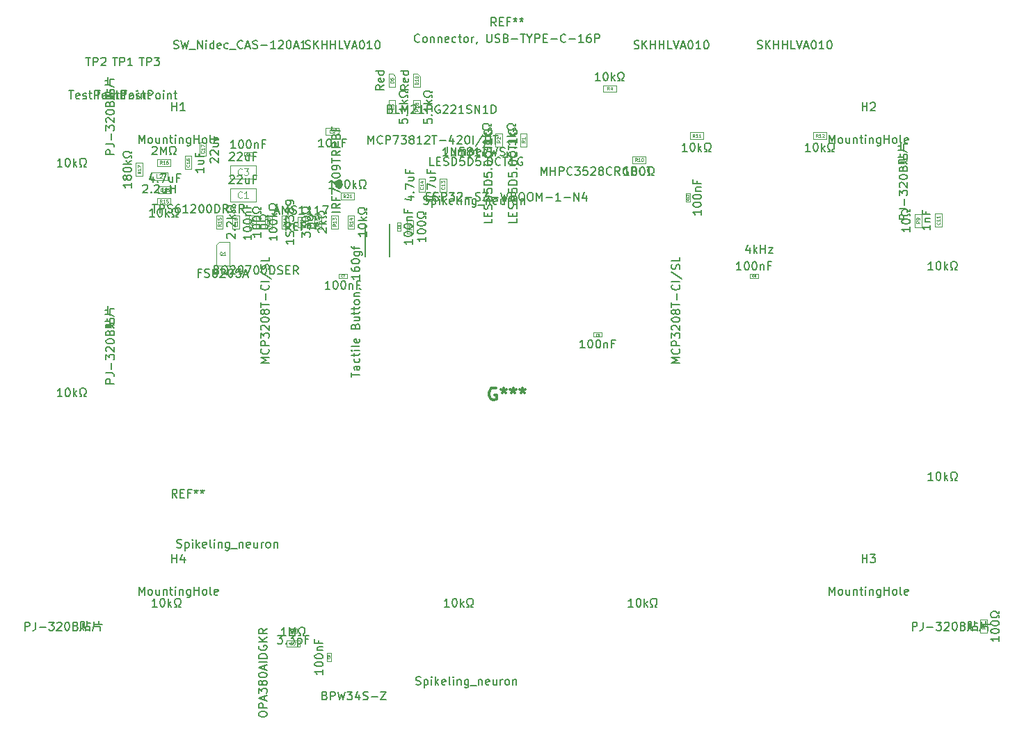
<source format=gbr>
%TF.GenerationSoftware,KiCad,Pcbnew,9.0.3*%
%TF.CreationDate,2025-08-10T03:43:02+02:00*%
%TF.ProjectId,Spikeling_v3.0,5370696b-656c-4696-9e67-5f76332e302e,rev?*%
%TF.SameCoordinates,Original*%
%TF.FileFunction,AssemblyDrawing,Top*%
%FSLAX46Y46*%
G04 Gerber Fmt 4.6, Leading zero omitted, Abs format (unit mm)*
G04 Created by KiCad (PCBNEW 9.0.3) date 2025-08-10 03:43:02*
%MOMM*%
%LPD*%
G01*
G04 APERTURE LIST*
%ADD10C,0.150000*%
%ADD11C,0.060000*%
%ADD12C,0.040000*%
%ADD13C,0.120000*%
%ADD14C,0.080000*%
%ADD15C,0.300000*%
%ADD16C,0.100000*%
%ADD17C,0.500000*%
%ADD18C,0.127000*%
G04 APERTURE END LIST*
D10*
X124672970Y-74820259D02*
X124815827Y-74867878D01*
X124815827Y-74867878D02*
X124863446Y-74915497D01*
X124863446Y-74915497D02*
X124911065Y-75010735D01*
X124911065Y-75010735D02*
X124911065Y-75153592D01*
X124911065Y-75153592D02*
X124863446Y-75248830D01*
X124863446Y-75248830D02*
X124815827Y-75296450D01*
X124815827Y-75296450D02*
X124720589Y-75344069D01*
X124720589Y-75344069D02*
X124339637Y-75344069D01*
X124339637Y-75344069D02*
X124339637Y-74344069D01*
X124339637Y-74344069D02*
X124672970Y-74344069D01*
X124672970Y-74344069D02*
X124768208Y-74391688D01*
X124768208Y-74391688D02*
X124815827Y-74439307D01*
X124815827Y-74439307D02*
X124863446Y-74534545D01*
X124863446Y-74534545D02*
X124863446Y-74629783D01*
X124863446Y-74629783D02*
X124815827Y-74725021D01*
X124815827Y-74725021D02*
X124768208Y-74772640D01*
X124768208Y-74772640D02*
X124672970Y-74820259D01*
X124672970Y-74820259D02*
X124339637Y-74820259D01*
X126006303Y-75439307D02*
X125911065Y-75391688D01*
X125911065Y-75391688D02*
X125815827Y-75296450D01*
X125815827Y-75296450D02*
X125672970Y-75153592D01*
X125672970Y-75153592D02*
X125577732Y-75105973D01*
X125577732Y-75105973D02*
X125482494Y-75105973D01*
X125530113Y-75344069D02*
X125434875Y-75296450D01*
X125434875Y-75296450D02*
X125339637Y-75201211D01*
X125339637Y-75201211D02*
X125292018Y-75010735D01*
X125292018Y-75010735D02*
X125292018Y-74677402D01*
X125292018Y-74677402D02*
X125339637Y-74486926D01*
X125339637Y-74486926D02*
X125434875Y-74391688D01*
X125434875Y-74391688D02*
X125530113Y-74344069D01*
X125530113Y-74344069D02*
X125720589Y-74344069D01*
X125720589Y-74344069D02*
X125815827Y-74391688D01*
X125815827Y-74391688D02*
X125911065Y-74486926D01*
X125911065Y-74486926D02*
X125958684Y-74677402D01*
X125958684Y-74677402D02*
X125958684Y-75010735D01*
X125958684Y-75010735D02*
X125911065Y-75201211D01*
X125911065Y-75201211D02*
X125815827Y-75296450D01*
X125815827Y-75296450D02*
X125720589Y-75344069D01*
X125720589Y-75344069D02*
X125530113Y-75344069D01*
X126339637Y-74439307D02*
X126387256Y-74391688D01*
X126387256Y-74391688D02*
X126482494Y-74344069D01*
X126482494Y-74344069D02*
X126720589Y-74344069D01*
X126720589Y-74344069D02*
X126815827Y-74391688D01*
X126815827Y-74391688D02*
X126863446Y-74439307D01*
X126863446Y-74439307D02*
X126911065Y-74534545D01*
X126911065Y-74534545D02*
X126911065Y-74629783D01*
X126911065Y-74629783D02*
X126863446Y-74772640D01*
X126863446Y-74772640D02*
X126292018Y-75344069D01*
X126292018Y-75344069D02*
X126911065Y-75344069D01*
X127387256Y-75344069D02*
X127577732Y-75344069D01*
X127577732Y-75344069D02*
X127672970Y-75296450D01*
X127672970Y-75296450D02*
X127720589Y-75248830D01*
X127720589Y-75248830D02*
X127815827Y-75105973D01*
X127815827Y-75105973D02*
X127863446Y-74915497D01*
X127863446Y-74915497D02*
X127863446Y-74534545D01*
X127863446Y-74534545D02*
X127815827Y-74439307D01*
X127815827Y-74439307D02*
X127768208Y-74391688D01*
X127768208Y-74391688D02*
X127672970Y-74344069D01*
X127672970Y-74344069D02*
X127482494Y-74344069D01*
X127482494Y-74344069D02*
X127387256Y-74391688D01*
X127387256Y-74391688D02*
X127339637Y-74439307D01*
X127339637Y-74439307D02*
X127292018Y-74534545D01*
X127292018Y-74534545D02*
X127292018Y-74772640D01*
X127292018Y-74772640D02*
X127339637Y-74867878D01*
X127339637Y-74867878D02*
X127387256Y-74915497D01*
X127387256Y-74915497D02*
X127482494Y-74963116D01*
X127482494Y-74963116D02*
X127672970Y-74963116D01*
X127672970Y-74963116D02*
X127768208Y-74915497D01*
X127768208Y-74915497D02*
X127815827Y-74867878D01*
X127815827Y-74867878D02*
X127863446Y-74772640D01*
X128196780Y-74344069D02*
X128863446Y-74344069D01*
X128863446Y-74344069D02*
X128434875Y-75344069D01*
X129434875Y-74344069D02*
X129530113Y-74344069D01*
X129530113Y-74344069D02*
X129625351Y-74391688D01*
X129625351Y-74391688D02*
X129672970Y-74439307D01*
X129672970Y-74439307D02*
X129720589Y-74534545D01*
X129720589Y-74534545D02*
X129768208Y-74725021D01*
X129768208Y-74725021D02*
X129768208Y-74963116D01*
X129768208Y-74963116D02*
X129720589Y-75153592D01*
X129720589Y-75153592D02*
X129672970Y-75248830D01*
X129672970Y-75248830D02*
X129625351Y-75296450D01*
X129625351Y-75296450D02*
X129530113Y-75344069D01*
X129530113Y-75344069D02*
X129434875Y-75344069D01*
X129434875Y-75344069D02*
X129339637Y-75296450D01*
X129339637Y-75296450D02*
X129292018Y-75248830D01*
X129292018Y-75248830D02*
X129244399Y-75153592D01*
X129244399Y-75153592D02*
X129196780Y-74963116D01*
X129196780Y-74963116D02*
X129196780Y-74725021D01*
X129196780Y-74725021D02*
X129244399Y-74534545D01*
X129244399Y-74534545D02*
X129292018Y-74439307D01*
X129292018Y-74439307D02*
X129339637Y-74391688D01*
X129339637Y-74391688D02*
X129434875Y-74344069D01*
X130387256Y-74344069D02*
X130482494Y-74344069D01*
X130482494Y-74344069D02*
X130577732Y-74391688D01*
X130577732Y-74391688D02*
X130625351Y-74439307D01*
X130625351Y-74439307D02*
X130672970Y-74534545D01*
X130672970Y-74534545D02*
X130720589Y-74725021D01*
X130720589Y-74725021D02*
X130720589Y-74963116D01*
X130720589Y-74963116D02*
X130672970Y-75153592D01*
X130672970Y-75153592D02*
X130625351Y-75248830D01*
X130625351Y-75248830D02*
X130577732Y-75296450D01*
X130577732Y-75296450D02*
X130482494Y-75344069D01*
X130482494Y-75344069D02*
X130387256Y-75344069D01*
X130387256Y-75344069D02*
X130292018Y-75296450D01*
X130292018Y-75296450D02*
X130244399Y-75248830D01*
X130244399Y-75248830D02*
X130196780Y-75153592D01*
X130196780Y-75153592D02*
X130149161Y-74963116D01*
X130149161Y-74963116D02*
X130149161Y-74725021D01*
X130149161Y-74725021D02*
X130196780Y-74534545D01*
X130196780Y-74534545D02*
X130244399Y-74439307D01*
X130244399Y-74439307D02*
X130292018Y-74391688D01*
X130292018Y-74391688D02*
X130387256Y-74344069D01*
X131149161Y-75344069D02*
X131149161Y-74344069D01*
X131149161Y-74344069D02*
X131387256Y-74344069D01*
X131387256Y-74344069D02*
X131530113Y-74391688D01*
X131530113Y-74391688D02*
X131625351Y-74486926D01*
X131625351Y-74486926D02*
X131672970Y-74582164D01*
X131672970Y-74582164D02*
X131720589Y-74772640D01*
X131720589Y-74772640D02*
X131720589Y-74915497D01*
X131720589Y-74915497D02*
X131672970Y-75105973D01*
X131672970Y-75105973D02*
X131625351Y-75201211D01*
X131625351Y-75201211D02*
X131530113Y-75296450D01*
X131530113Y-75296450D02*
X131387256Y-75344069D01*
X131387256Y-75344069D02*
X131149161Y-75344069D01*
X132101542Y-75296450D02*
X132244399Y-75344069D01*
X132244399Y-75344069D02*
X132482494Y-75344069D01*
X132482494Y-75344069D02*
X132577732Y-75296450D01*
X132577732Y-75296450D02*
X132625351Y-75248830D01*
X132625351Y-75248830D02*
X132672970Y-75153592D01*
X132672970Y-75153592D02*
X132672970Y-75058354D01*
X132672970Y-75058354D02*
X132625351Y-74963116D01*
X132625351Y-74963116D02*
X132577732Y-74915497D01*
X132577732Y-74915497D02*
X132482494Y-74867878D01*
X132482494Y-74867878D02*
X132292018Y-74820259D01*
X132292018Y-74820259D02*
X132196780Y-74772640D01*
X132196780Y-74772640D02*
X132149161Y-74725021D01*
X132149161Y-74725021D02*
X132101542Y-74629783D01*
X132101542Y-74629783D02*
X132101542Y-74534545D01*
X132101542Y-74534545D02*
X132149161Y-74439307D01*
X132149161Y-74439307D02*
X132196780Y-74391688D01*
X132196780Y-74391688D02*
X132292018Y-74344069D01*
X132292018Y-74344069D02*
X132530113Y-74344069D01*
X132530113Y-74344069D02*
X132672970Y-74391688D01*
X133101542Y-74820259D02*
X133434875Y-74820259D01*
X133577732Y-75344069D02*
X133101542Y-75344069D01*
X133101542Y-75344069D02*
X133101542Y-74344069D01*
X133101542Y-74344069D02*
X133577732Y-74344069D01*
X134577732Y-75344069D02*
X134244399Y-74867878D01*
X134006304Y-75344069D02*
X134006304Y-74344069D01*
X134006304Y-74344069D02*
X134387256Y-74344069D01*
X134387256Y-74344069D02*
X134482494Y-74391688D01*
X134482494Y-74391688D02*
X134530113Y-74439307D01*
X134530113Y-74439307D02*
X134577732Y-74534545D01*
X134577732Y-74534545D02*
X134577732Y-74677402D01*
X134577732Y-74677402D02*
X134530113Y-74772640D01*
X134530113Y-74772640D02*
X134482494Y-74820259D01*
X134482494Y-74820259D02*
X134387256Y-74867878D01*
X134387256Y-74867878D02*
X134006304Y-74867878D01*
X113166666Y-53004819D02*
X113738094Y-53004819D01*
X113452380Y-54004819D02*
X113452380Y-53004819D01*
X114452380Y-53957200D02*
X114357142Y-54004819D01*
X114357142Y-54004819D02*
X114166666Y-54004819D01*
X114166666Y-54004819D02*
X114071428Y-53957200D01*
X114071428Y-53957200D02*
X114023809Y-53861961D01*
X114023809Y-53861961D02*
X114023809Y-53481009D01*
X114023809Y-53481009D02*
X114071428Y-53385771D01*
X114071428Y-53385771D02*
X114166666Y-53338152D01*
X114166666Y-53338152D02*
X114357142Y-53338152D01*
X114357142Y-53338152D02*
X114452380Y-53385771D01*
X114452380Y-53385771D02*
X114499999Y-53481009D01*
X114499999Y-53481009D02*
X114499999Y-53576247D01*
X114499999Y-53576247D02*
X114023809Y-53671485D01*
X114880952Y-53957200D02*
X114976190Y-54004819D01*
X114976190Y-54004819D02*
X115166666Y-54004819D01*
X115166666Y-54004819D02*
X115261904Y-53957200D01*
X115261904Y-53957200D02*
X115309523Y-53861961D01*
X115309523Y-53861961D02*
X115309523Y-53814342D01*
X115309523Y-53814342D02*
X115261904Y-53719104D01*
X115261904Y-53719104D02*
X115166666Y-53671485D01*
X115166666Y-53671485D02*
X115023809Y-53671485D01*
X115023809Y-53671485D02*
X114928571Y-53623866D01*
X114928571Y-53623866D02*
X114880952Y-53528628D01*
X114880952Y-53528628D02*
X114880952Y-53481009D01*
X114880952Y-53481009D02*
X114928571Y-53385771D01*
X114928571Y-53385771D02*
X115023809Y-53338152D01*
X115023809Y-53338152D02*
X115166666Y-53338152D01*
X115166666Y-53338152D02*
X115261904Y-53385771D01*
X115595238Y-53338152D02*
X115976190Y-53338152D01*
X115738095Y-53004819D02*
X115738095Y-53861961D01*
X115738095Y-53861961D02*
X115785714Y-53957200D01*
X115785714Y-53957200D02*
X115880952Y-54004819D01*
X115880952Y-54004819D02*
X115976190Y-54004819D01*
X116309524Y-54004819D02*
X116309524Y-53004819D01*
X116309524Y-53004819D02*
X116690476Y-53004819D01*
X116690476Y-53004819D02*
X116785714Y-53052438D01*
X116785714Y-53052438D02*
X116833333Y-53100057D01*
X116833333Y-53100057D02*
X116880952Y-53195295D01*
X116880952Y-53195295D02*
X116880952Y-53338152D01*
X116880952Y-53338152D02*
X116833333Y-53433390D01*
X116833333Y-53433390D02*
X116785714Y-53481009D01*
X116785714Y-53481009D02*
X116690476Y-53528628D01*
X116690476Y-53528628D02*
X116309524Y-53528628D01*
X117452381Y-54004819D02*
X117357143Y-53957200D01*
X117357143Y-53957200D02*
X117309524Y-53909580D01*
X117309524Y-53909580D02*
X117261905Y-53814342D01*
X117261905Y-53814342D02*
X117261905Y-53528628D01*
X117261905Y-53528628D02*
X117309524Y-53433390D01*
X117309524Y-53433390D02*
X117357143Y-53385771D01*
X117357143Y-53385771D02*
X117452381Y-53338152D01*
X117452381Y-53338152D02*
X117595238Y-53338152D01*
X117595238Y-53338152D02*
X117690476Y-53385771D01*
X117690476Y-53385771D02*
X117738095Y-53433390D01*
X117738095Y-53433390D02*
X117785714Y-53528628D01*
X117785714Y-53528628D02*
X117785714Y-53814342D01*
X117785714Y-53814342D02*
X117738095Y-53909580D01*
X117738095Y-53909580D02*
X117690476Y-53957200D01*
X117690476Y-53957200D02*
X117595238Y-54004819D01*
X117595238Y-54004819D02*
X117452381Y-54004819D01*
X118214286Y-54004819D02*
X118214286Y-53338152D01*
X118214286Y-53004819D02*
X118166667Y-53052438D01*
X118166667Y-53052438D02*
X118214286Y-53100057D01*
X118214286Y-53100057D02*
X118261905Y-53052438D01*
X118261905Y-53052438D02*
X118214286Y-53004819D01*
X118214286Y-53004819D02*
X118214286Y-53100057D01*
X118690476Y-53338152D02*
X118690476Y-54004819D01*
X118690476Y-53433390D02*
X118738095Y-53385771D01*
X118738095Y-53385771D02*
X118833333Y-53338152D01*
X118833333Y-53338152D02*
X118976190Y-53338152D01*
X118976190Y-53338152D02*
X119071428Y-53385771D01*
X119071428Y-53385771D02*
X119119047Y-53481009D01*
X119119047Y-53481009D02*
X119119047Y-54004819D01*
X119452381Y-53338152D02*
X119833333Y-53338152D01*
X119595238Y-53004819D02*
X119595238Y-53861961D01*
X119595238Y-53861961D02*
X119642857Y-53957200D01*
X119642857Y-53957200D02*
X119738095Y-54004819D01*
X119738095Y-54004819D02*
X119833333Y-54004819D01*
X115238095Y-48954819D02*
X115809523Y-48954819D01*
X115523809Y-49954819D02*
X115523809Y-48954819D01*
X116142857Y-49954819D02*
X116142857Y-48954819D01*
X116142857Y-48954819D02*
X116523809Y-48954819D01*
X116523809Y-48954819D02*
X116619047Y-49002438D01*
X116619047Y-49002438D02*
X116666666Y-49050057D01*
X116666666Y-49050057D02*
X116714285Y-49145295D01*
X116714285Y-49145295D02*
X116714285Y-49288152D01*
X116714285Y-49288152D02*
X116666666Y-49383390D01*
X116666666Y-49383390D02*
X116619047Y-49431009D01*
X116619047Y-49431009D02*
X116523809Y-49478628D01*
X116523809Y-49478628D02*
X116142857Y-49478628D01*
X117047619Y-48954819D02*
X117666666Y-48954819D01*
X117666666Y-48954819D02*
X117333333Y-49335771D01*
X117333333Y-49335771D02*
X117476190Y-49335771D01*
X117476190Y-49335771D02*
X117571428Y-49383390D01*
X117571428Y-49383390D02*
X117619047Y-49431009D01*
X117619047Y-49431009D02*
X117666666Y-49526247D01*
X117666666Y-49526247D02*
X117666666Y-49764342D01*
X117666666Y-49764342D02*
X117619047Y-49859580D01*
X117619047Y-49859580D02*
X117571428Y-49907200D01*
X117571428Y-49907200D02*
X117476190Y-49954819D01*
X117476190Y-49954819D02*
X117190476Y-49954819D01*
X117190476Y-49954819D02*
X117095238Y-49907200D01*
X117095238Y-49907200D02*
X117047619Y-49859580D01*
X119437415Y-47839734D02*
X119580272Y-47887353D01*
X119580272Y-47887353D02*
X119818367Y-47887353D01*
X119818367Y-47887353D02*
X119913605Y-47839734D01*
X119913605Y-47839734D02*
X119961224Y-47792114D01*
X119961224Y-47792114D02*
X120008843Y-47696876D01*
X120008843Y-47696876D02*
X120008843Y-47601638D01*
X120008843Y-47601638D02*
X119961224Y-47506400D01*
X119961224Y-47506400D02*
X119913605Y-47458781D01*
X119913605Y-47458781D02*
X119818367Y-47411162D01*
X119818367Y-47411162D02*
X119627891Y-47363543D01*
X119627891Y-47363543D02*
X119532653Y-47315924D01*
X119532653Y-47315924D02*
X119485034Y-47268305D01*
X119485034Y-47268305D02*
X119437415Y-47173067D01*
X119437415Y-47173067D02*
X119437415Y-47077829D01*
X119437415Y-47077829D02*
X119485034Y-46982591D01*
X119485034Y-46982591D02*
X119532653Y-46934972D01*
X119532653Y-46934972D02*
X119627891Y-46887353D01*
X119627891Y-46887353D02*
X119865986Y-46887353D01*
X119865986Y-46887353D02*
X120008843Y-46934972D01*
X120342177Y-46887353D02*
X120580272Y-47887353D01*
X120580272Y-47887353D02*
X120770748Y-47173067D01*
X120770748Y-47173067D02*
X120961224Y-47887353D01*
X120961224Y-47887353D02*
X121199320Y-46887353D01*
X121342177Y-47982591D02*
X122104081Y-47982591D01*
X122342177Y-47887353D02*
X122342177Y-46887353D01*
X122342177Y-46887353D02*
X122913605Y-47887353D01*
X122913605Y-47887353D02*
X122913605Y-46887353D01*
X123389796Y-47887353D02*
X123389796Y-47220686D01*
X123389796Y-46887353D02*
X123342177Y-46934972D01*
X123342177Y-46934972D02*
X123389796Y-46982591D01*
X123389796Y-46982591D02*
X123437415Y-46934972D01*
X123437415Y-46934972D02*
X123389796Y-46887353D01*
X123389796Y-46887353D02*
X123389796Y-46982591D01*
X124294557Y-47887353D02*
X124294557Y-46887353D01*
X124294557Y-47839734D02*
X124199319Y-47887353D01*
X124199319Y-47887353D02*
X124008843Y-47887353D01*
X124008843Y-47887353D02*
X123913605Y-47839734D01*
X123913605Y-47839734D02*
X123865986Y-47792114D01*
X123865986Y-47792114D02*
X123818367Y-47696876D01*
X123818367Y-47696876D02*
X123818367Y-47411162D01*
X123818367Y-47411162D02*
X123865986Y-47315924D01*
X123865986Y-47315924D02*
X123913605Y-47268305D01*
X123913605Y-47268305D02*
X124008843Y-47220686D01*
X124008843Y-47220686D02*
X124199319Y-47220686D01*
X124199319Y-47220686D02*
X124294557Y-47268305D01*
X125151700Y-47839734D02*
X125056462Y-47887353D01*
X125056462Y-47887353D02*
X124865986Y-47887353D01*
X124865986Y-47887353D02*
X124770748Y-47839734D01*
X124770748Y-47839734D02*
X124723129Y-47744495D01*
X124723129Y-47744495D02*
X124723129Y-47363543D01*
X124723129Y-47363543D02*
X124770748Y-47268305D01*
X124770748Y-47268305D02*
X124865986Y-47220686D01*
X124865986Y-47220686D02*
X125056462Y-47220686D01*
X125056462Y-47220686D02*
X125151700Y-47268305D01*
X125151700Y-47268305D02*
X125199319Y-47363543D01*
X125199319Y-47363543D02*
X125199319Y-47458781D01*
X125199319Y-47458781D02*
X124723129Y-47554019D01*
X126056462Y-47839734D02*
X125961224Y-47887353D01*
X125961224Y-47887353D02*
X125770748Y-47887353D01*
X125770748Y-47887353D02*
X125675510Y-47839734D01*
X125675510Y-47839734D02*
X125627891Y-47792114D01*
X125627891Y-47792114D02*
X125580272Y-47696876D01*
X125580272Y-47696876D02*
X125580272Y-47411162D01*
X125580272Y-47411162D02*
X125627891Y-47315924D01*
X125627891Y-47315924D02*
X125675510Y-47268305D01*
X125675510Y-47268305D02*
X125770748Y-47220686D01*
X125770748Y-47220686D02*
X125961224Y-47220686D01*
X125961224Y-47220686D02*
X126056462Y-47268305D01*
X126246939Y-47982591D02*
X127008843Y-47982591D01*
X127818367Y-47792114D02*
X127770748Y-47839734D01*
X127770748Y-47839734D02*
X127627891Y-47887353D01*
X127627891Y-47887353D02*
X127532653Y-47887353D01*
X127532653Y-47887353D02*
X127389796Y-47839734D01*
X127389796Y-47839734D02*
X127294558Y-47744495D01*
X127294558Y-47744495D02*
X127246939Y-47649257D01*
X127246939Y-47649257D02*
X127199320Y-47458781D01*
X127199320Y-47458781D02*
X127199320Y-47315924D01*
X127199320Y-47315924D02*
X127246939Y-47125448D01*
X127246939Y-47125448D02*
X127294558Y-47030210D01*
X127294558Y-47030210D02*
X127389796Y-46934972D01*
X127389796Y-46934972D02*
X127532653Y-46887353D01*
X127532653Y-46887353D02*
X127627891Y-46887353D01*
X127627891Y-46887353D02*
X127770748Y-46934972D01*
X127770748Y-46934972D02*
X127818367Y-46982591D01*
X128199320Y-47601638D02*
X128675510Y-47601638D01*
X128104082Y-47887353D02*
X128437415Y-46887353D01*
X128437415Y-46887353D02*
X128770748Y-47887353D01*
X129056463Y-47839734D02*
X129199320Y-47887353D01*
X129199320Y-47887353D02*
X129437415Y-47887353D01*
X129437415Y-47887353D02*
X129532653Y-47839734D01*
X129532653Y-47839734D02*
X129580272Y-47792114D01*
X129580272Y-47792114D02*
X129627891Y-47696876D01*
X129627891Y-47696876D02*
X129627891Y-47601638D01*
X129627891Y-47601638D02*
X129580272Y-47506400D01*
X129580272Y-47506400D02*
X129532653Y-47458781D01*
X129532653Y-47458781D02*
X129437415Y-47411162D01*
X129437415Y-47411162D02*
X129246939Y-47363543D01*
X129246939Y-47363543D02*
X129151701Y-47315924D01*
X129151701Y-47315924D02*
X129104082Y-47268305D01*
X129104082Y-47268305D02*
X129056463Y-47173067D01*
X129056463Y-47173067D02*
X129056463Y-47077829D01*
X129056463Y-47077829D02*
X129104082Y-46982591D01*
X129104082Y-46982591D02*
X129151701Y-46934972D01*
X129151701Y-46934972D02*
X129246939Y-46887353D01*
X129246939Y-46887353D02*
X129485034Y-46887353D01*
X129485034Y-46887353D02*
X129627891Y-46934972D01*
X130056463Y-47506400D02*
X130818368Y-47506400D01*
X131818367Y-47887353D02*
X131246939Y-47887353D01*
X131532653Y-47887353D02*
X131532653Y-46887353D01*
X131532653Y-46887353D02*
X131437415Y-47030210D01*
X131437415Y-47030210D02*
X131342177Y-47125448D01*
X131342177Y-47125448D02*
X131246939Y-47173067D01*
X132199320Y-46982591D02*
X132246939Y-46934972D01*
X132246939Y-46934972D02*
X132342177Y-46887353D01*
X132342177Y-46887353D02*
X132580272Y-46887353D01*
X132580272Y-46887353D02*
X132675510Y-46934972D01*
X132675510Y-46934972D02*
X132723129Y-46982591D01*
X132723129Y-46982591D02*
X132770748Y-47077829D01*
X132770748Y-47077829D02*
X132770748Y-47173067D01*
X132770748Y-47173067D02*
X132723129Y-47315924D01*
X132723129Y-47315924D02*
X132151701Y-47887353D01*
X132151701Y-47887353D02*
X132770748Y-47887353D01*
X133389796Y-46887353D02*
X133485034Y-46887353D01*
X133485034Y-46887353D02*
X133580272Y-46934972D01*
X133580272Y-46934972D02*
X133627891Y-46982591D01*
X133627891Y-46982591D02*
X133675510Y-47077829D01*
X133675510Y-47077829D02*
X133723129Y-47268305D01*
X133723129Y-47268305D02*
X133723129Y-47506400D01*
X133723129Y-47506400D02*
X133675510Y-47696876D01*
X133675510Y-47696876D02*
X133627891Y-47792114D01*
X133627891Y-47792114D02*
X133580272Y-47839734D01*
X133580272Y-47839734D02*
X133485034Y-47887353D01*
X133485034Y-47887353D02*
X133389796Y-47887353D01*
X133389796Y-47887353D02*
X133294558Y-47839734D01*
X133294558Y-47839734D02*
X133246939Y-47792114D01*
X133246939Y-47792114D02*
X133199320Y-47696876D01*
X133199320Y-47696876D02*
X133151701Y-47506400D01*
X133151701Y-47506400D02*
X133151701Y-47268305D01*
X133151701Y-47268305D02*
X133199320Y-47077829D01*
X133199320Y-47077829D02*
X133246939Y-46982591D01*
X133246939Y-46982591D02*
X133294558Y-46934972D01*
X133294558Y-46934972D02*
X133389796Y-46887353D01*
X134104082Y-47601638D02*
X134580272Y-47601638D01*
X134008844Y-47887353D02*
X134342177Y-46887353D01*
X134342177Y-46887353D02*
X134675510Y-47887353D01*
X135532653Y-47887353D02*
X134961225Y-47887353D01*
X135246939Y-47887353D02*
X135246939Y-46887353D01*
X135246939Y-46887353D02*
X135151701Y-47030210D01*
X135151701Y-47030210D02*
X135056463Y-47125448D01*
X135056463Y-47125448D02*
X134961225Y-47173067D01*
X123955057Y-61767856D02*
X123907438Y-61720237D01*
X123907438Y-61720237D02*
X123859819Y-61624999D01*
X123859819Y-61624999D02*
X123859819Y-61386904D01*
X123859819Y-61386904D02*
X123907438Y-61291666D01*
X123907438Y-61291666D02*
X123955057Y-61244047D01*
X123955057Y-61244047D02*
X124050295Y-61196428D01*
X124050295Y-61196428D02*
X124145533Y-61196428D01*
X124145533Y-61196428D02*
X124288390Y-61244047D01*
X124288390Y-61244047D02*
X124859819Y-61815475D01*
X124859819Y-61815475D02*
X124859819Y-61196428D01*
X123955057Y-60815475D02*
X123907438Y-60767856D01*
X123907438Y-60767856D02*
X123859819Y-60672618D01*
X123859819Y-60672618D02*
X123859819Y-60434523D01*
X123859819Y-60434523D02*
X123907438Y-60339285D01*
X123907438Y-60339285D02*
X123955057Y-60291666D01*
X123955057Y-60291666D02*
X124050295Y-60244047D01*
X124050295Y-60244047D02*
X124145533Y-60244047D01*
X124145533Y-60244047D02*
X124288390Y-60291666D01*
X124288390Y-60291666D02*
X124859819Y-60863094D01*
X124859819Y-60863094D02*
X124859819Y-60244047D01*
X124193152Y-59386904D02*
X124859819Y-59386904D01*
X124193152Y-59815475D02*
X124716961Y-59815475D01*
X124716961Y-59815475D02*
X124812200Y-59767856D01*
X124812200Y-59767856D02*
X124859819Y-59672618D01*
X124859819Y-59672618D02*
X124859819Y-59529761D01*
X124859819Y-59529761D02*
X124812200Y-59434523D01*
X124812200Y-59434523D02*
X124764580Y-59386904D01*
X124336009Y-58577380D02*
X124336009Y-58910713D01*
X124859819Y-58910713D02*
X123859819Y-58910713D01*
X123859819Y-58910713D02*
X123859819Y-58434523D01*
D11*
X123118832Y-60382142D02*
X123137880Y-60401190D01*
X123137880Y-60401190D02*
X123156927Y-60458332D01*
X123156927Y-60458332D02*
X123156927Y-60496428D01*
X123156927Y-60496428D02*
X123137880Y-60553571D01*
X123137880Y-60553571D02*
X123099784Y-60591666D01*
X123099784Y-60591666D02*
X123061689Y-60610713D01*
X123061689Y-60610713D02*
X122985499Y-60629761D01*
X122985499Y-60629761D02*
X122928356Y-60629761D01*
X122928356Y-60629761D02*
X122852165Y-60610713D01*
X122852165Y-60610713D02*
X122814070Y-60591666D01*
X122814070Y-60591666D02*
X122775975Y-60553571D01*
X122775975Y-60553571D02*
X122756927Y-60496428D01*
X122756927Y-60496428D02*
X122756927Y-60458332D01*
X122756927Y-60458332D02*
X122775975Y-60401190D01*
X122775975Y-60401190D02*
X122795022Y-60382142D01*
X123156927Y-60001190D02*
X123156927Y-60229761D01*
X123156927Y-60115475D02*
X122756927Y-60115475D01*
X122756927Y-60115475D02*
X122814070Y-60153571D01*
X122814070Y-60153571D02*
X122852165Y-60191666D01*
X122852165Y-60191666D02*
X122871213Y-60229761D01*
X122756927Y-59867857D02*
X122756927Y-59601190D01*
X122756927Y-59601190D02*
X123156927Y-59772619D01*
D10*
X122733333Y-75193509D02*
X122400000Y-75193509D01*
X122400000Y-75717319D02*
X122400000Y-74717319D01*
X122400000Y-74717319D02*
X122876190Y-74717319D01*
X123209524Y-75669700D02*
X123352381Y-75717319D01*
X123352381Y-75717319D02*
X123590476Y-75717319D01*
X123590476Y-75717319D02*
X123685714Y-75669700D01*
X123685714Y-75669700D02*
X123733333Y-75622080D01*
X123733333Y-75622080D02*
X123780952Y-75526842D01*
X123780952Y-75526842D02*
X123780952Y-75431604D01*
X123780952Y-75431604D02*
X123733333Y-75336366D01*
X123733333Y-75336366D02*
X123685714Y-75288747D01*
X123685714Y-75288747D02*
X123590476Y-75241128D01*
X123590476Y-75241128D02*
X123400000Y-75193509D01*
X123400000Y-75193509D02*
X123304762Y-75145890D01*
X123304762Y-75145890D02*
X123257143Y-75098271D01*
X123257143Y-75098271D02*
X123209524Y-75003033D01*
X123209524Y-75003033D02*
X123209524Y-74907795D01*
X123209524Y-74907795D02*
X123257143Y-74812557D01*
X123257143Y-74812557D02*
X123304762Y-74764938D01*
X123304762Y-74764938D02*
X123400000Y-74717319D01*
X123400000Y-74717319D02*
X123638095Y-74717319D01*
X123638095Y-74717319D02*
X123780952Y-74764938D01*
X124352381Y-75145890D02*
X124257143Y-75098271D01*
X124257143Y-75098271D02*
X124209524Y-75050652D01*
X124209524Y-75050652D02*
X124161905Y-74955414D01*
X124161905Y-74955414D02*
X124161905Y-74907795D01*
X124161905Y-74907795D02*
X124209524Y-74812557D01*
X124209524Y-74812557D02*
X124257143Y-74764938D01*
X124257143Y-74764938D02*
X124352381Y-74717319D01*
X124352381Y-74717319D02*
X124542857Y-74717319D01*
X124542857Y-74717319D02*
X124638095Y-74764938D01*
X124638095Y-74764938D02*
X124685714Y-74812557D01*
X124685714Y-74812557D02*
X124733333Y-74907795D01*
X124733333Y-74907795D02*
X124733333Y-74955414D01*
X124733333Y-74955414D02*
X124685714Y-75050652D01*
X124685714Y-75050652D02*
X124638095Y-75098271D01*
X124638095Y-75098271D02*
X124542857Y-75145890D01*
X124542857Y-75145890D02*
X124352381Y-75145890D01*
X124352381Y-75145890D02*
X124257143Y-75193509D01*
X124257143Y-75193509D02*
X124209524Y-75241128D01*
X124209524Y-75241128D02*
X124161905Y-75336366D01*
X124161905Y-75336366D02*
X124161905Y-75526842D01*
X124161905Y-75526842D02*
X124209524Y-75622080D01*
X124209524Y-75622080D02*
X124257143Y-75669700D01*
X124257143Y-75669700D02*
X124352381Y-75717319D01*
X124352381Y-75717319D02*
X124542857Y-75717319D01*
X124542857Y-75717319D02*
X124638095Y-75669700D01*
X124638095Y-75669700D02*
X124685714Y-75622080D01*
X124685714Y-75622080D02*
X124733333Y-75526842D01*
X124733333Y-75526842D02*
X124733333Y-75336366D01*
X124733333Y-75336366D02*
X124685714Y-75241128D01*
X124685714Y-75241128D02*
X124638095Y-75193509D01*
X124638095Y-75193509D02*
X124542857Y-75145890D01*
X125114286Y-74812557D02*
X125161905Y-74764938D01*
X125161905Y-74764938D02*
X125257143Y-74717319D01*
X125257143Y-74717319D02*
X125495238Y-74717319D01*
X125495238Y-74717319D02*
X125590476Y-74764938D01*
X125590476Y-74764938D02*
X125638095Y-74812557D01*
X125638095Y-74812557D02*
X125685714Y-74907795D01*
X125685714Y-74907795D02*
X125685714Y-75003033D01*
X125685714Y-75003033D02*
X125638095Y-75145890D01*
X125638095Y-75145890D02*
X125066667Y-75717319D01*
X125066667Y-75717319D02*
X125685714Y-75717319D01*
X126304762Y-74717319D02*
X126400000Y-74717319D01*
X126400000Y-74717319D02*
X126495238Y-74764938D01*
X126495238Y-74764938D02*
X126542857Y-74812557D01*
X126542857Y-74812557D02*
X126590476Y-74907795D01*
X126590476Y-74907795D02*
X126638095Y-75098271D01*
X126638095Y-75098271D02*
X126638095Y-75336366D01*
X126638095Y-75336366D02*
X126590476Y-75526842D01*
X126590476Y-75526842D02*
X126542857Y-75622080D01*
X126542857Y-75622080D02*
X126495238Y-75669700D01*
X126495238Y-75669700D02*
X126400000Y-75717319D01*
X126400000Y-75717319D02*
X126304762Y-75717319D01*
X126304762Y-75717319D02*
X126209524Y-75669700D01*
X126209524Y-75669700D02*
X126161905Y-75622080D01*
X126161905Y-75622080D02*
X126114286Y-75526842D01*
X126114286Y-75526842D02*
X126066667Y-75336366D01*
X126066667Y-75336366D02*
X126066667Y-75098271D01*
X126066667Y-75098271D02*
X126114286Y-74907795D01*
X126114286Y-74907795D02*
X126161905Y-74812557D01*
X126161905Y-74812557D02*
X126209524Y-74764938D01*
X126209524Y-74764938D02*
X126304762Y-74717319D01*
X127542857Y-74717319D02*
X127066667Y-74717319D01*
X127066667Y-74717319D02*
X127019048Y-75193509D01*
X127019048Y-75193509D02*
X127066667Y-75145890D01*
X127066667Y-75145890D02*
X127161905Y-75098271D01*
X127161905Y-75098271D02*
X127400000Y-75098271D01*
X127400000Y-75098271D02*
X127495238Y-75145890D01*
X127495238Y-75145890D02*
X127542857Y-75193509D01*
X127542857Y-75193509D02*
X127590476Y-75288747D01*
X127590476Y-75288747D02*
X127590476Y-75526842D01*
X127590476Y-75526842D02*
X127542857Y-75622080D01*
X127542857Y-75622080D02*
X127495238Y-75669700D01*
X127495238Y-75669700D02*
X127400000Y-75717319D01*
X127400000Y-75717319D02*
X127161905Y-75717319D01*
X127161905Y-75717319D02*
X127066667Y-75669700D01*
X127066667Y-75669700D02*
X127019048Y-75622080D01*
X127971429Y-75431604D02*
X128447619Y-75431604D01*
X127876191Y-75717319D02*
X128209524Y-74717319D01*
X128209524Y-74717319D02*
X128542857Y-75717319D01*
D11*
X125361904Y-73082522D02*
X125323809Y-73063475D01*
X125323809Y-73063475D02*
X125285714Y-73025380D01*
X125285714Y-73025380D02*
X125228571Y-72968237D01*
X125228571Y-72968237D02*
X125190476Y-72949189D01*
X125190476Y-72949189D02*
X125152380Y-72949189D01*
X125171428Y-73044427D02*
X125133333Y-73025380D01*
X125133333Y-73025380D02*
X125095238Y-72987284D01*
X125095238Y-72987284D02*
X125076190Y-72911094D01*
X125076190Y-72911094D02*
X125076190Y-72777760D01*
X125076190Y-72777760D02*
X125095238Y-72701570D01*
X125095238Y-72701570D02*
X125133333Y-72663475D01*
X125133333Y-72663475D02*
X125171428Y-72644427D01*
X125171428Y-72644427D02*
X125247619Y-72644427D01*
X125247619Y-72644427D02*
X125285714Y-72663475D01*
X125285714Y-72663475D02*
X125323809Y-72701570D01*
X125323809Y-72701570D02*
X125342857Y-72777760D01*
X125342857Y-72777760D02*
X125342857Y-72911094D01*
X125342857Y-72911094D02*
X125323809Y-72987284D01*
X125323809Y-72987284D02*
X125285714Y-73025380D01*
X125285714Y-73025380D02*
X125247619Y-73044427D01*
X125247619Y-73044427D02*
X125171428Y-73044427D01*
X125723809Y-73044427D02*
X125495238Y-73044427D01*
X125609524Y-73044427D02*
X125609524Y-72644427D01*
X125609524Y-72644427D02*
X125571428Y-72701570D01*
X125571428Y-72701570D02*
X125533333Y-72739665D01*
X125533333Y-72739665D02*
X125495238Y-72758713D01*
D10*
X152968300Y-115849386D02*
X152396872Y-115849386D01*
X152682586Y-115849386D02*
X152682586Y-114849386D01*
X152682586Y-114849386D02*
X152587348Y-114992243D01*
X152587348Y-114992243D02*
X152492110Y-115087481D01*
X152492110Y-115087481D02*
X152396872Y-115135100D01*
X153587348Y-114849386D02*
X153682586Y-114849386D01*
X153682586Y-114849386D02*
X153777824Y-114897005D01*
X153777824Y-114897005D02*
X153825443Y-114944624D01*
X153825443Y-114944624D02*
X153873062Y-115039862D01*
X153873062Y-115039862D02*
X153920681Y-115230338D01*
X153920681Y-115230338D02*
X153920681Y-115468433D01*
X153920681Y-115468433D02*
X153873062Y-115658909D01*
X153873062Y-115658909D02*
X153825443Y-115754147D01*
X153825443Y-115754147D02*
X153777824Y-115801767D01*
X153777824Y-115801767D02*
X153682586Y-115849386D01*
X153682586Y-115849386D02*
X153587348Y-115849386D01*
X153587348Y-115849386D02*
X153492110Y-115801767D01*
X153492110Y-115801767D02*
X153444491Y-115754147D01*
X153444491Y-115754147D02*
X153396872Y-115658909D01*
X153396872Y-115658909D02*
X153349253Y-115468433D01*
X153349253Y-115468433D02*
X153349253Y-115230338D01*
X153349253Y-115230338D02*
X153396872Y-115039862D01*
X153396872Y-115039862D02*
X153444491Y-114944624D01*
X153444491Y-114944624D02*
X153492110Y-114897005D01*
X153492110Y-114897005D02*
X153587348Y-114849386D01*
X154349253Y-115849386D02*
X154349253Y-114849386D01*
X154444491Y-115468433D02*
X154730205Y-115849386D01*
X154730205Y-115182719D02*
X154349253Y-115563671D01*
X155111158Y-115849386D02*
X155349253Y-115849386D01*
X155349253Y-115849386D02*
X155349253Y-115658909D01*
X155349253Y-115658909D02*
X155254015Y-115611290D01*
X155254015Y-115611290D02*
X155158777Y-115516052D01*
X155158777Y-115516052D02*
X155111158Y-115373195D01*
X155111158Y-115373195D02*
X155111158Y-115135100D01*
X155111158Y-115135100D02*
X155158777Y-114992243D01*
X155158777Y-114992243D02*
X155254015Y-114897005D01*
X155254015Y-114897005D02*
X155396872Y-114849386D01*
X155396872Y-114849386D02*
X155587348Y-114849386D01*
X155587348Y-114849386D02*
X155730205Y-114897005D01*
X155730205Y-114897005D02*
X155825443Y-114992243D01*
X155825443Y-114992243D02*
X155873062Y-115135100D01*
X155873062Y-115135100D02*
X155873062Y-115373195D01*
X155873062Y-115373195D02*
X155825443Y-115516052D01*
X155825443Y-115516052D02*
X155730205Y-115611290D01*
X155730205Y-115611290D02*
X155634967Y-115658909D01*
X155634967Y-115658909D02*
X155634967Y-115849386D01*
X155634967Y-115849386D02*
X155873062Y-115849386D01*
X137120057Y-70261904D02*
X137072438Y-70214285D01*
X137072438Y-70214285D02*
X137024819Y-70119047D01*
X137024819Y-70119047D02*
X137024819Y-69880952D01*
X137024819Y-69880952D02*
X137072438Y-69785714D01*
X137072438Y-69785714D02*
X137120057Y-69738095D01*
X137120057Y-69738095D02*
X137215295Y-69690476D01*
X137215295Y-69690476D02*
X137310533Y-69690476D01*
X137310533Y-69690476D02*
X137453390Y-69738095D01*
X137453390Y-69738095D02*
X138024819Y-70309523D01*
X138024819Y-70309523D02*
X138024819Y-69690476D01*
X138024819Y-69261904D02*
X137024819Y-69261904D01*
X137643866Y-69166666D02*
X138024819Y-68880952D01*
X137358152Y-68880952D02*
X137739104Y-69261904D01*
X138024819Y-68499999D02*
X138024819Y-68261904D01*
X138024819Y-68261904D02*
X137834342Y-68261904D01*
X137834342Y-68261904D02*
X137786723Y-68357142D01*
X137786723Y-68357142D02*
X137691485Y-68452380D01*
X137691485Y-68452380D02*
X137548628Y-68499999D01*
X137548628Y-68499999D02*
X137310533Y-68499999D01*
X137310533Y-68499999D02*
X137167676Y-68452380D01*
X137167676Y-68452380D02*
X137072438Y-68357142D01*
X137072438Y-68357142D02*
X137024819Y-68214285D01*
X137024819Y-68214285D02*
X137024819Y-68023809D01*
X137024819Y-68023809D02*
X137072438Y-67880952D01*
X137072438Y-67880952D02*
X137167676Y-67785714D01*
X137167676Y-67785714D02*
X137310533Y-67738095D01*
X137310533Y-67738095D02*
X137548628Y-67738095D01*
X137548628Y-67738095D02*
X137691485Y-67785714D01*
X137691485Y-67785714D02*
X137786723Y-67880952D01*
X137786723Y-67880952D02*
X137834342Y-67976190D01*
X137834342Y-67976190D02*
X138024819Y-67976190D01*
X138024819Y-67976190D02*
X138024819Y-67738095D01*
D11*
X139181927Y-69257142D02*
X138991451Y-69390475D01*
X139181927Y-69485713D02*
X138781927Y-69485713D01*
X138781927Y-69485713D02*
X138781927Y-69333332D01*
X138781927Y-69333332D02*
X138800975Y-69295237D01*
X138800975Y-69295237D02*
X138820022Y-69276190D01*
X138820022Y-69276190D02*
X138858118Y-69257142D01*
X138858118Y-69257142D02*
X138915260Y-69257142D01*
X138915260Y-69257142D02*
X138953356Y-69276190D01*
X138953356Y-69276190D02*
X138972403Y-69295237D01*
X138972403Y-69295237D02*
X138991451Y-69333332D01*
X138991451Y-69333332D02*
X138991451Y-69485713D01*
X139181927Y-68876190D02*
X139181927Y-69104761D01*
X139181927Y-68990475D02*
X138781927Y-68990475D01*
X138781927Y-68990475D02*
X138839070Y-69028571D01*
X138839070Y-69028571D02*
X138877165Y-69066666D01*
X138877165Y-69066666D02*
X138896213Y-69104761D01*
X138781927Y-68742857D02*
X138781927Y-68495238D01*
X138781927Y-68495238D02*
X138934308Y-68628571D01*
X138934308Y-68628571D02*
X138934308Y-68571428D01*
X138934308Y-68571428D02*
X138953356Y-68533333D01*
X138953356Y-68533333D02*
X138972403Y-68514285D01*
X138972403Y-68514285D02*
X139010499Y-68495238D01*
X139010499Y-68495238D02*
X139105737Y-68495238D01*
X139105737Y-68495238D02*
X139143832Y-68514285D01*
X139143832Y-68514285D02*
X139162880Y-68533333D01*
X139162880Y-68533333D02*
X139181927Y-68571428D01*
X139181927Y-68571428D02*
X139181927Y-68685714D01*
X139181927Y-68685714D02*
X139162880Y-68723809D01*
X139162880Y-68723809D02*
X139143832Y-68742857D01*
D10*
X149884819Y-56452380D02*
X149884819Y-56928570D01*
X149884819Y-56928570D02*
X150361009Y-56976189D01*
X150361009Y-56976189D02*
X150313390Y-56928570D01*
X150313390Y-56928570D02*
X150265771Y-56833332D01*
X150265771Y-56833332D02*
X150265771Y-56595237D01*
X150265771Y-56595237D02*
X150313390Y-56499999D01*
X150313390Y-56499999D02*
X150361009Y-56452380D01*
X150361009Y-56452380D02*
X150456247Y-56404761D01*
X150456247Y-56404761D02*
X150694342Y-56404761D01*
X150694342Y-56404761D02*
X150789580Y-56452380D01*
X150789580Y-56452380D02*
X150837200Y-56499999D01*
X150837200Y-56499999D02*
X150884819Y-56595237D01*
X150884819Y-56595237D02*
X150884819Y-56833332D01*
X150884819Y-56833332D02*
X150837200Y-56928570D01*
X150837200Y-56928570D02*
X150789580Y-56976189D01*
X150789580Y-55976189D02*
X150837200Y-55928570D01*
X150837200Y-55928570D02*
X150884819Y-55976189D01*
X150884819Y-55976189D02*
X150837200Y-56023808D01*
X150837200Y-56023808D02*
X150789580Y-55976189D01*
X150789580Y-55976189D02*
X150884819Y-55976189D01*
X150884819Y-54976190D02*
X150884819Y-55547618D01*
X150884819Y-55261904D02*
X149884819Y-55261904D01*
X149884819Y-55261904D02*
X150027676Y-55357142D01*
X150027676Y-55357142D02*
X150122914Y-55452380D01*
X150122914Y-55452380D02*
X150170533Y-55547618D01*
X150884819Y-54547618D02*
X149884819Y-54547618D01*
X150503866Y-54452380D02*
X150884819Y-54166666D01*
X150218152Y-54166666D02*
X150599104Y-54547618D01*
X150884819Y-53785713D02*
X150884819Y-53547618D01*
X150884819Y-53547618D02*
X150694342Y-53547618D01*
X150694342Y-53547618D02*
X150646723Y-53642856D01*
X150646723Y-53642856D02*
X150551485Y-53738094D01*
X150551485Y-53738094D02*
X150408628Y-53785713D01*
X150408628Y-53785713D02*
X150170533Y-53785713D01*
X150170533Y-53785713D02*
X150027676Y-53738094D01*
X150027676Y-53738094D02*
X149932438Y-53642856D01*
X149932438Y-53642856D02*
X149884819Y-53499999D01*
X149884819Y-53499999D02*
X149884819Y-53309523D01*
X149884819Y-53309523D02*
X149932438Y-53166666D01*
X149932438Y-53166666D02*
X150027676Y-53071428D01*
X150027676Y-53071428D02*
X150170533Y-53023809D01*
X150170533Y-53023809D02*
X150408628Y-53023809D01*
X150408628Y-53023809D02*
X150551485Y-53071428D01*
X150551485Y-53071428D02*
X150646723Y-53166666D01*
X150646723Y-53166666D02*
X150694342Y-53261904D01*
X150694342Y-53261904D02*
X150884819Y-53261904D01*
X150884819Y-53261904D02*
X150884819Y-53023809D01*
D11*
X149181927Y-55257142D02*
X148991451Y-55390475D01*
X149181927Y-55485713D02*
X148781927Y-55485713D01*
X148781927Y-55485713D02*
X148781927Y-55333332D01*
X148781927Y-55333332D02*
X148800975Y-55295237D01*
X148800975Y-55295237D02*
X148820022Y-55276190D01*
X148820022Y-55276190D02*
X148858118Y-55257142D01*
X148858118Y-55257142D02*
X148915260Y-55257142D01*
X148915260Y-55257142D02*
X148953356Y-55276190D01*
X148953356Y-55276190D02*
X148972403Y-55295237D01*
X148972403Y-55295237D02*
X148991451Y-55333332D01*
X148991451Y-55333332D02*
X148991451Y-55485713D01*
X149181927Y-54876190D02*
X149181927Y-55104761D01*
X149181927Y-54990475D02*
X148781927Y-54990475D01*
X148781927Y-54990475D02*
X148839070Y-55028571D01*
X148839070Y-55028571D02*
X148877165Y-55066666D01*
X148877165Y-55066666D02*
X148896213Y-55104761D01*
X148953356Y-54647619D02*
X148934308Y-54685714D01*
X148934308Y-54685714D02*
X148915260Y-54704761D01*
X148915260Y-54704761D02*
X148877165Y-54723809D01*
X148877165Y-54723809D02*
X148858118Y-54723809D01*
X148858118Y-54723809D02*
X148820022Y-54704761D01*
X148820022Y-54704761D02*
X148800975Y-54685714D01*
X148800975Y-54685714D02*
X148781927Y-54647619D01*
X148781927Y-54647619D02*
X148781927Y-54571428D01*
X148781927Y-54571428D02*
X148800975Y-54533333D01*
X148800975Y-54533333D02*
X148820022Y-54514285D01*
X148820022Y-54514285D02*
X148858118Y-54495238D01*
X148858118Y-54495238D02*
X148877165Y-54495238D01*
X148877165Y-54495238D02*
X148915260Y-54514285D01*
X148915260Y-54514285D02*
X148934308Y-54533333D01*
X148934308Y-54533333D02*
X148953356Y-54571428D01*
X148953356Y-54571428D02*
X148953356Y-54647619D01*
X148953356Y-54647619D02*
X148972403Y-54685714D01*
X148972403Y-54685714D02*
X148991451Y-54704761D01*
X148991451Y-54704761D02*
X149029546Y-54723809D01*
X149029546Y-54723809D02*
X149105737Y-54723809D01*
X149105737Y-54723809D02*
X149143832Y-54704761D01*
X149143832Y-54704761D02*
X149162880Y-54685714D01*
X149162880Y-54685714D02*
X149181927Y-54647619D01*
X149181927Y-54647619D02*
X149181927Y-54571428D01*
X149181927Y-54571428D02*
X149162880Y-54533333D01*
X149162880Y-54533333D02*
X149143832Y-54514285D01*
X149143832Y-54514285D02*
X149105737Y-54495238D01*
X149105737Y-54495238D02*
X149029546Y-54495238D01*
X149029546Y-54495238D02*
X148991451Y-54514285D01*
X148991451Y-54514285D02*
X148972403Y-54533333D01*
X148972403Y-54533333D02*
X148953356Y-54571428D01*
D10*
X137653571Y-59859819D02*
X137082143Y-59859819D01*
X137367857Y-59859819D02*
X137367857Y-58859819D01*
X137367857Y-58859819D02*
X137272619Y-59002676D01*
X137272619Y-59002676D02*
X137177381Y-59097914D01*
X137177381Y-59097914D02*
X137082143Y-59145533D01*
X138272619Y-58859819D02*
X138367857Y-58859819D01*
X138367857Y-58859819D02*
X138463095Y-58907438D01*
X138463095Y-58907438D02*
X138510714Y-58955057D01*
X138510714Y-58955057D02*
X138558333Y-59050295D01*
X138558333Y-59050295D02*
X138605952Y-59240771D01*
X138605952Y-59240771D02*
X138605952Y-59478866D01*
X138605952Y-59478866D02*
X138558333Y-59669342D01*
X138558333Y-59669342D02*
X138510714Y-59764580D01*
X138510714Y-59764580D02*
X138463095Y-59812200D01*
X138463095Y-59812200D02*
X138367857Y-59859819D01*
X138367857Y-59859819D02*
X138272619Y-59859819D01*
X138272619Y-59859819D02*
X138177381Y-59812200D01*
X138177381Y-59812200D02*
X138129762Y-59764580D01*
X138129762Y-59764580D02*
X138082143Y-59669342D01*
X138082143Y-59669342D02*
X138034524Y-59478866D01*
X138034524Y-59478866D02*
X138034524Y-59240771D01*
X138034524Y-59240771D02*
X138082143Y-59050295D01*
X138082143Y-59050295D02*
X138129762Y-58955057D01*
X138129762Y-58955057D02*
X138177381Y-58907438D01*
X138177381Y-58907438D02*
X138272619Y-58859819D01*
X139463095Y-59193152D02*
X139463095Y-59859819D01*
X139034524Y-59193152D02*
X139034524Y-59716961D01*
X139034524Y-59716961D02*
X139082143Y-59812200D01*
X139082143Y-59812200D02*
X139177381Y-59859819D01*
X139177381Y-59859819D02*
X139320238Y-59859819D01*
X139320238Y-59859819D02*
X139415476Y-59812200D01*
X139415476Y-59812200D02*
X139463095Y-59764580D01*
X140272619Y-59336009D02*
X139939286Y-59336009D01*
X139939286Y-59859819D02*
X139939286Y-58859819D01*
X139939286Y-58859819D02*
X140415476Y-58859819D01*
D11*
X138658333Y-58118832D02*
X138639285Y-58137880D01*
X138639285Y-58137880D02*
X138582143Y-58156927D01*
X138582143Y-58156927D02*
X138544047Y-58156927D01*
X138544047Y-58156927D02*
X138486904Y-58137880D01*
X138486904Y-58137880D02*
X138448809Y-58099784D01*
X138448809Y-58099784D02*
X138429762Y-58061689D01*
X138429762Y-58061689D02*
X138410714Y-57985499D01*
X138410714Y-57985499D02*
X138410714Y-57928356D01*
X138410714Y-57928356D02*
X138429762Y-57852165D01*
X138429762Y-57852165D02*
X138448809Y-57814070D01*
X138448809Y-57814070D02*
X138486904Y-57775975D01*
X138486904Y-57775975D02*
X138544047Y-57756927D01*
X138544047Y-57756927D02*
X138582143Y-57756927D01*
X138582143Y-57756927D02*
X138639285Y-57775975D01*
X138639285Y-57775975D02*
X138658333Y-57795022D01*
X138810714Y-57795022D02*
X138829762Y-57775975D01*
X138829762Y-57775975D02*
X138867857Y-57756927D01*
X138867857Y-57756927D02*
X138963095Y-57756927D01*
X138963095Y-57756927D02*
X139001190Y-57775975D01*
X139001190Y-57775975D02*
X139020238Y-57795022D01*
X139020238Y-57795022D02*
X139039285Y-57833118D01*
X139039285Y-57833118D02*
X139039285Y-57871213D01*
X139039285Y-57871213D02*
X139020238Y-57928356D01*
X139020238Y-57928356D02*
X138791666Y-58156927D01*
X138791666Y-58156927D02*
X139039285Y-58156927D01*
D10*
X135024819Y-70857142D02*
X135024819Y-70238095D01*
X135024819Y-70238095D02*
X135405771Y-70571428D01*
X135405771Y-70571428D02*
X135405771Y-70428571D01*
X135405771Y-70428571D02*
X135453390Y-70333333D01*
X135453390Y-70333333D02*
X135501009Y-70285714D01*
X135501009Y-70285714D02*
X135596247Y-70238095D01*
X135596247Y-70238095D02*
X135834342Y-70238095D01*
X135834342Y-70238095D02*
X135929580Y-70285714D01*
X135929580Y-70285714D02*
X135977200Y-70333333D01*
X135977200Y-70333333D02*
X136024819Y-70428571D01*
X136024819Y-70428571D02*
X136024819Y-70714285D01*
X136024819Y-70714285D02*
X135977200Y-70809523D01*
X135977200Y-70809523D02*
X135929580Y-70857142D01*
X135024819Y-69904761D02*
X135024819Y-69285714D01*
X135024819Y-69285714D02*
X135405771Y-69619047D01*
X135405771Y-69619047D02*
X135405771Y-69476190D01*
X135405771Y-69476190D02*
X135453390Y-69380952D01*
X135453390Y-69380952D02*
X135501009Y-69333333D01*
X135501009Y-69333333D02*
X135596247Y-69285714D01*
X135596247Y-69285714D02*
X135834342Y-69285714D01*
X135834342Y-69285714D02*
X135929580Y-69333333D01*
X135929580Y-69333333D02*
X135977200Y-69380952D01*
X135977200Y-69380952D02*
X136024819Y-69476190D01*
X136024819Y-69476190D02*
X136024819Y-69761904D01*
X136024819Y-69761904D02*
X135977200Y-69857142D01*
X135977200Y-69857142D02*
X135929580Y-69904761D01*
X135024819Y-68666666D02*
X135024819Y-68571428D01*
X135024819Y-68571428D02*
X135072438Y-68476190D01*
X135072438Y-68476190D02*
X135120057Y-68428571D01*
X135120057Y-68428571D02*
X135215295Y-68380952D01*
X135215295Y-68380952D02*
X135405771Y-68333333D01*
X135405771Y-68333333D02*
X135643866Y-68333333D01*
X135643866Y-68333333D02*
X135834342Y-68380952D01*
X135834342Y-68380952D02*
X135929580Y-68428571D01*
X135929580Y-68428571D02*
X135977200Y-68476190D01*
X135977200Y-68476190D02*
X136024819Y-68571428D01*
X136024819Y-68571428D02*
X136024819Y-68666666D01*
X136024819Y-68666666D02*
X135977200Y-68761904D01*
X135977200Y-68761904D02*
X135929580Y-68809523D01*
X135929580Y-68809523D02*
X135834342Y-68857142D01*
X135834342Y-68857142D02*
X135643866Y-68904761D01*
X135643866Y-68904761D02*
X135405771Y-68904761D01*
X135405771Y-68904761D02*
X135215295Y-68857142D01*
X135215295Y-68857142D02*
X135120057Y-68809523D01*
X135120057Y-68809523D02*
X135072438Y-68761904D01*
X135072438Y-68761904D02*
X135024819Y-68666666D01*
X136024819Y-67952380D02*
X136024819Y-67714285D01*
X136024819Y-67714285D02*
X135834342Y-67714285D01*
X135834342Y-67714285D02*
X135786723Y-67809523D01*
X135786723Y-67809523D02*
X135691485Y-67904761D01*
X135691485Y-67904761D02*
X135548628Y-67952380D01*
X135548628Y-67952380D02*
X135310533Y-67952380D01*
X135310533Y-67952380D02*
X135167676Y-67904761D01*
X135167676Y-67904761D02*
X135072438Y-67809523D01*
X135072438Y-67809523D02*
X135024819Y-67666666D01*
X135024819Y-67666666D02*
X135024819Y-67476190D01*
X135024819Y-67476190D02*
X135072438Y-67333333D01*
X135072438Y-67333333D02*
X135167676Y-67238095D01*
X135167676Y-67238095D02*
X135310533Y-67190476D01*
X135310533Y-67190476D02*
X135548628Y-67190476D01*
X135548628Y-67190476D02*
X135691485Y-67238095D01*
X135691485Y-67238095D02*
X135786723Y-67333333D01*
X135786723Y-67333333D02*
X135834342Y-67428571D01*
X135834342Y-67428571D02*
X136024819Y-67428571D01*
X136024819Y-67428571D02*
X136024819Y-67190476D01*
D11*
X137181927Y-69257142D02*
X136991451Y-69390475D01*
X137181927Y-69485713D02*
X136781927Y-69485713D01*
X136781927Y-69485713D02*
X136781927Y-69333332D01*
X136781927Y-69333332D02*
X136800975Y-69295237D01*
X136800975Y-69295237D02*
X136820022Y-69276190D01*
X136820022Y-69276190D02*
X136858118Y-69257142D01*
X136858118Y-69257142D02*
X136915260Y-69257142D01*
X136915260Y-69257142D02*
X136953356Y-69276190D01*
X136953356Y-69276190D02*
X136972403Y-69295237D01*
X136972403Y-69295237D02*
X136991451Y-69333332D01*
X136991451Y-69333332D02*
X136991451Y-69485713D01*
X137181927Y-68876190D02*
X137181927Y-69104761D01*
X137181927Y-68990475D02*
X136781927Y-68990475D01*
X136781927Y-68990475D02*
X136839070Y-69028571D01*
X136839070Y-69028571D02*
X136877165Y-69066666D01*
X136877165Y-69066666D02*
X136896213Y-69104761D01*
X137181927Y-68685714D02*
X137181927Y-68609523D01*
X137181927Y-68609523D02*
X137162880Y-68571428D01*
X137162880Y-68571428D02*
X137143832Y-68552380D01*
X137143832Y-68552380D02*
X137086689Y-68514285D01*
X137086689Y-68514285D02*
X137010499Y-68495238D01*
X137010499Y-68495238D02*
X136858118Y-68495238D01*
X136858118Y-68495238D02*
X136820022Y-68514285D01*
X136820022Y-68514285D02*
X136800975Y-68533333D01*
X136800975Y-68533333D02*
X136781927Y-68571428D01*
X136781927Y-68571428D02*
X136781927Y-68647619D01*
X136781927Y-68647619D02*
X136800975Y-68685714D01*
X136800975Y-68685714D02*
X136820022Y-68704761D01*
X136820022Y-68704761D02*
X136858118Y-68723809D01*
X136858118Y-68723809D02*
X136953356Y-68723809D01*
X136953356Y-68723809D02*
X136991451Y-68704761D01*
X136991451Y-68704761D02*
X137010499Y-68685714D01*
X137010499Y-68685714D02*
X137029546Y-68647619D01*
X137029546Y-68647619D02*
X137029546Y-68571428D01*
X137029546Y-68571428D02*
X137010499Y-68533333D01*
X137010499Y-68533333D02*
X136991451Y-68514285D01*
X136991451Y-68514285D02*
X136953356Y-68495238D01*
D10*
X131033819Y-86178576D02*
X130033819Y-86178576D01*
X130033819Y-86178576D02*
X130748104Y-85845243D01*
X130748104Y-85845243D02*
X130033819Y-85511910D01*
X130033819Y-85511910D02*
X131033819Y-85511910D01*
X130938580Y-84464291D02*
X130986200Y-84511910D01*
X130986200Y-84511910D02*
X131033819Y-84654767D01*
X131033819Y-84654767D02*
X131033819Y-84750005D01*
X131033819Y-84750005D02*
X130986200Y-84892862D01*
X130986200Y-84892862D02*
X130890961Y-84988100D01*
X130890961Y-84988100D02*
X130795723Y-85035719D01*
X130795723Y-85035719D02*
X130605247Y-85083338D01*
X130605247Y-85083338D02*
X130462390Y-85083338D01*
X130462390Y-85083338D02*
X130271914Y-85035719D01*
X130271914Y-85035719D02*
X130176676Y-84988100D01*
X130176676Y-84988100D02*
X130081438Y-84892862D01*
X130081438Y-84892862D02*
X130033819Y-84750005D01*
X130033819Y-84750005D02*
X130033819Y-84654767D01*
X130033819Y-84654767D02*
X130081438Y-84511910D01*
X130081438Y-84511910D02*
X130129057Y-84464291D01*
X131033819Y-84035719D02*
X130033819Y-84035719D01*
X130033819Y-84035719D02*
X130033819Y-83654767D01*
X130033819Y-83654767D02*
X130081438Y-83559529D01*
X130081438Y-83559529D02*
X130129057Y-83511910D01*
X130129057Y-83511910D02*
X130224295Y-83464291D01*
X130224295Y-83464291D02*
X130367152Y-83464291D01*
X130367152Y-83464291D02*
X130462390Y-83511910D01*
X130462390Y-83511910D02*
X130510009Y-83559529D01*
X130510009Y-83559529D02*
X130557628Y-83654767D01*
X130557628Y-83654767D02*
X130557628Y-84035719D01*
X130033819Y-83130957D02*
X130033819Y-82511910D01*
X130033819Y-82511910D02*
X130414771Y-82845243D01*
X130414771Y-82845243D02*
X130414771Y-82702386D01*
X130414771Y-82702386D02*
X130462390Y-82607148D01*
X130462390Y-82607148D02*
X130510009Y-82559529D01*
X130510009Y-82559529D02*
X130605247Y-82511910D01*
X130605247Y-82511910D02*
X130843342Y-82511910D01*
X130843342Y-82511910D02*
X130938580Y-82559529D01*
X130938580Y-82559529D02*
X130986200Y-82607148D01*
X130986200Y-82607148D02*
X131033819Y-82702386D01*
X131033819Y-82702386D02*
X131033819Y-82988100D01*
X131033819Y-82988100D02*
X130986200Y-83083338D01*
X130986200Y-83083338D02*
X130938580Y-83130957D01*
X130129057Y-82130957D02*
X130081438Y-82083338D01*
X130081438Y-82083338D02*
X130033819Y-81988100D01*
X130033819Y-81988100D02*
X130033819Y-81750005D01*
X130033819Y-81750005D02*
X130081438Y-81654767D01*
X130081438Y-81654767D02*
X130129057Y-81607148D01*
X130129057Y-81607148D02*
X130224295Y-81559529D01*
X130224295Y-81559529D02*
X130319533Y-81559529D01*
X130319533Y-81559529D02*
X130462390Y-81607148D01*
X130462390Y-81607148D02*
X131033819Y-82178576D01*
X131033819Y-82178576D02*
X131033819Y-81559529D01*
X130033819Y-80940481D02*
X130033819Y-80845243D01*
X130033819Y-80845243D02*
X130081438Y-80750005D01*
X130081438Y-80750005D02*
X130129057Y-80702386D01*
X130129057Y-80702386D02*
X130224295Y-80654767D01*
X130224295Y-80654767D02*
X130414771Y-80607148D01*
X130414771Y-80607148D02*
X130652866Y-80607148D01*
X130652866Y-80607148D02*
X130843342Y-80654767D01*
X130843342Y-80654767D02*
X130938580Y-80702386D01*
X130938580Y-80702386D02*
X130986200Y-80750005D01*
X130986200Y-80750005D02*
X131033819Y-80845243D01*
X131033819Y-80845243D02*
X131033819Y-80940481D01*
X131033819Y-80940481D02*
X130986200Y-81035719D01*
X130986200Y-81035719D02*
X130938580Y-81083338D01*
X130938580Y-81083338D02*
X130843342Y-81130957D01*
X130843342Y-81130957D02*
X130652866Y-81178576D01*
X130652866Y-81178576D02*
X130414771Y-81178576D01*
X130414771Y-81178576D02*
X130224295Y-81130957D01*
X130224295Y-81130957D02*
X130129057Y-81083338D01*
X130129057Y-81083338D02*
X130081438Y-81035719D01*
X130081438Y-81035719D02*
X130033819Y-80940481D01*
X130462390Y-80035719D02*
X130414771Y-80130957D01*
X130414771Y-80130957D02*
X130367152Y-80178576D01*
X130367152Y-80178576D02*
X130271914Y-80226195D01*
X130271914Y-80226195D02*
X130224295Y-80226195D01*
X130224295Y-80226195D02*
X130129057Y-80178576D01*
X130129057Y-80178576D02*
X130081438Y-80130957D01*
X130081438Y-80130957D02*
X130033819Y-80035719D01*
X130033819Y-80035719D02*
X130033819Y-79845243D01*
X130033819Y-79845243D02*
X130081438Y-79750005D01*
X130081438Y-79750005D02*
X130129057Y-79702386D01*
X130129057Y-79702386D02*
X130224295Y-79654767D01*
X130224295Y-79654767D02*
X130271914Y-79654767D01*
X130271914Y-79654767D02*
X130367152Y-79702386D01*
X130367152Y-79702386D02*
X130414771Y-79750005D01*
X130414771Y-79750005D02*
X130462390Y-79845243D01*
X130462390Y-79845243D02*
X130462390Y-80035719D01*
X130462390Y-80035719D02*
X130510009Y-80130957D01*
X130510009Y-80130957D02*
X130557628Y-80178576D01*
X130557628Y-80178576D02*
X130652866Y-80226195D01*
X130652866Y-80226195D02*
X130843342Y-80226195D01*
X130843342Y-80226195D02*
X130938580Y-80178576D01*
X130938580Y-80178576D02*
X130986200Y-80130957D01*
X130986200Y-80130957D02*
X131033819Y-80035719D01*
X131033819Y-80035719D02*
X131033819Y-79845243D01*
X131033819Y-79845243D02*
X130986200Y-79750005D01*
X130986200Y-79750005D02*
X130938580Y-79702386D01*
X130938580Y-79702386D02*
X130843342Y-79654767D01*
X130843342Y-79654767D02*
X130652866Y-79654767D01*
X130652866Y-79654767D02*
X130557628Y-79702386D01*
X130557628Y-79702386D02*
X130510009Y-79750005D01*
X130510009Y-79750005D02*
X130462390Y-79845243D01*
X130033819Y-79369052D02*
X130033819Y-78797624D01*
X131033819Y-79083338D02*
X130033819Y-79083338D01*
X130652866Y-78464290D02*
X130652866Y-77702386D01*
X130938580Y-76654767D02*
X130986200Y-76702386D01*
X130986200Y-76702386D02*
X131033819Y-76845243D01*
X131033819Y-76845243D02*
X131033819Y-76940481D01*
X131033819Y-76940481D02*
X130986200Y-77083338D01*
X130986200Y-77083338D02*
X130890961Y-77178576D01*
X130890961Y-77178576D02*
X130795723Y-77226195D01*
X130795723Y-77226195D02*
X130605247Y-77273814D01*
X130605247Y-77273814D02*
X130462390Y-77273814D01*
X130462390Y-77273814D02*
X130271914Y-77226195D01*
X130271914Y-77226195D02*
X130176676Y-77178576D01*
X130176676Y-77178576D02*
X130081438Y-77083338D01*
X130081438Y-77083338D02*
X130033819Y-76940481D01*
X130033819Y-76940481D02*
X130033819Y-76845243D01*
X130033819Y-76845243D02*
X130081438Y-76702386D01*
X130081438Y-76702386D02*
X130129057Y-76654767D01*
X131033819Y-76226195D02*
X130033819Y-76226195D01*
X129986200Y-75035720D02*
X131271914Y-75892862D01*
X130986200Y-74750005D02*
X131033819Y-74607148D01*
X131033819Y-74607148D02*
X131033819Y-74369053D01*
X131033819Y-74369053D02*
X130986200Y-74273815D01*
X130986200Y-74273815D02*
X130938580Y-74226196D01*
X130938580Y-74226196D02*
X130843342Y-74178577D01*
X130843342Y-74178577D02*
X130748104Y-74178577D01*
X130748104Y-74178577D02*
X130652866Y-74226196D01*
X130652866Y-74226196D02*
X130605247Y-74273815D01*
X130605247Y-74273815D02*
X130557628Y-74369053D01*
X130557628Y-74369053D02*
X130510009Y-74559529D01*
X130510009Y-74559529D02*
X130462390Y-74654767D01*
X130462390Y-74654767D02*
X130414771Y-74702386D01*
X130414771Y-74702386D02*
X130319533Y-74750005D01*
X130319533Y-74750005D02*
X130224295Y-74750005D01*
X130224295Y-74750005D02*
X130129057Y-74702386D01*
X130129057Y-74702386D02*
X130081438Y-74654767D01*
X130081438Y-74654767D02*
X130033819Y-74559529D01*
X130033819Y-74559529D02*
X130033819Y-74321434D01*
X130033819Y-74321434D02*
X130081438Y-74178577D01*
X131033819Y-73273815D02*
X131033819Y-73750005D01*
X131033819Y-73750005D02*
X130033819Y-73750005D01*
X209049819Y-69586904D02*
X209049819Y-70158332D01*
X209049819Y-69872618D02*
X208049819Y-69872618D01*
X208049819Y-69872618D02*
X208192676Y-69967856D01*
X208192676Y-69967856D02*
X208287914Y-70063094D01*
X208287914Y-70063094D02*
X208335533Y-70158332D01*
X208049819Y-68967856D02*
X208049819Y-68872618D01*
X208049819Y-68872618D02*
X208097438Y-68777380D01*
X208097438Y-68777380D02*
X208145057Y-68729761D01*
X208145057Y-68729761D02*
X208240295Y-68682142D01*
X208240295Y-68682142D02*
X208430771Y-68634523D01*
X208430771Y-68634523D02*
X208668866Y-68634523D01*
X208668866Y-68634523D02*
X208859342Y-68682142D01*
X208859342Y-68682142D02*
X208954580Y-68729761D01*
X208954580Y-68729761D02*
X209002200Y-68777380D01*
X209002200Y-68777380D02*
X209049819Y-68872618D01*
X209049819Y-68872618D02*
X209049819Y-68967856D01*
X209049819Y-68967856D02*
X209002200Y-69063094D01*
X209002200Y-69063094D02*
X208954580Y-69110713D01*
X208954580Y-69110713D02*
X208859342Y-69158332D01*
X208859342Y-69158332D02*
X208668866Y-69205951D01*
X208668866Y-69205951D02*
X208430771Y-69205951D01*
X208430771Y-69205951D02*
X208240295Y-69158332D01*
X208240295Y-69158332D02*
X208145057Y-69110713D01*
X208145057Y-69110713D02*
X208097438Y-69063094D01*
X208097438Y-69063094D02*
X208049819Y-68967856D01*
X209049819Y-68253570D02*
X209049819Y-68015475D01*
X209049819Y-68015475D02*
X208859342Y-68015475D01*
X208859342Y-68015475D02*
X208811723Y-68110713D01*
X208811723Y-68110713D02*
X208716485Y-68205951D01*
X208716485Y-68205951D02*
X208573628Y-68253570D01*
X208573628Y-68253570D02*
X208335533Y-68253570D01*
X208335533Y-68253570D02*
X208192676Y-68205951D01*
X208192676Y-68205951D02*
X208097438Y-68110713D01*
X208097438Y-68110713D02*
X208049819Y-67967856D01*
X208049819Y-67967856D02*
X208049819Y-67777380D01*
X208049819Y-67777380D02*
X208097438Y-67634523D01*
X208097438Y-67634523D02*
X208192676Y-67539285D01*
X208192676Y-67539285D02*
X208335533Y-67491666D01*
X208335533Y-67491666D02*
X208573628Y-67491666D01*
X208573628Y-67491666D02*
X208716485Y-67539285D01*
X208716485Y-67539285D02*
X208811723Y-67634523D01*
X208811723Y-67634523D02*
X208859342Y-67729761D01*
X208859342Y-67729761D02*
X209049819Y-67729761D01*
X209049819Y-67729761D02*
X209049819Y-67491666D01*
D11*
X210206927Y-68891666D02*
X210016451Y-69024999D01*
X210206927Y-69120237D02*
X209806927Y-69120237D01*
X209806927Y-69120237D02*
X209806927Y-68967856D01*
X209806927Y-68967856D02*
X209825975Y-68929761D01*
X209825975Y-68929761D02*
X209845022Y-68910714D01*
X209845022Y-68910714D02*
X209883118Y-68891666D01*
X209883118Y-68891666D02*
X209940260Y-68891666D01*
X209940260Y-68891666D02*
X209978356Y-68910714D01*
X209978356Y-68910714D02*
X209997403Y-68929761D01*
X209997403Y-68929761D02*
X210016451Y-68967856D01*
X210016451Y-68967856D02*
X210016451Y-69120237D01*
X210206927Y-68701190D02*
X210206927Y-68624999D01*
X210206927Y-68624999D02*
X210187880Y-68586904D01*
X210187880Y-68586904D02*
X210168832Y-68567856D01*
X210168832Y-68567856D02*
X210111689Y-68529761D01*
X210111689Y-68529761D02*
X210035499Y-68510714D01*
X210035499Y-68510714D02*
X209883118Y-68510714D01*
X209883118Y-68510714D02*
X209845022Y-68529761D01*
X209845022Y-68529761D02*
X209825975Y-68548809D01*
X209825975Y-68548809D02*
X209806927Y-68586904D01*
X209806927Y-68586904D02*
X209806927Y-68663095D01*
X209806927Y-68663095D02*
X209825975Y-68701190D01*
X209825975Y-68701190D02*
X209845022Y-68720237D01*
X209845022Y-68720237D02*
X209883118Y-68739285D01*
X209883118Y-68739285D02*
X209978356Y-68739285D01*
X209978356Y-68739285D02*
X210016451Y-68720237D01*
X210016451Y-68720237D02*
X210035499Y-68701190D01*
X210035499Y-68701190D02*
X210054546Y-68663095D01*
X210054546Y-68663095D02*
X210054546Y-68586904D01*
X210054546Y-68586904D02*
X210035499Y-68548809D01*
X210035499Y-68548809D02*
X210016451Y-68529761D01*
X210016451Y-68529761D02*
X209978356Y-68510714D01*
D10*
X116945238Y-63458152D02*
X116945238Y-64124819D01*
X116707143Y-63077200D02*
X116469048Y-63791485D01*
X116469048Y-63791485D02*
X117088095Y-63791485D01*
X117469048Y-64029580D02*
X117516667Y-64077200D01*
X117516667Y-64077200D02*
X117469048Y-64124819D01*
X117469048Y-64124819D02*
X117421429Y-64077200D01*
X117421429Y-64077200D02*
X117469048Y-64029580D01*
X117469048Y-64029580D02*
X117469048Y-64124819D01*
X117850000Y-63124819D02*
X118516666Y-63124819D01*
X118516666Y-63124819D02*
X118088095Y-64124819D01*
X119326190Y-63458152D02*
X119326190Y-64124819D01*
X118897619Y-63458152D02*
X118897619Y-63981961D01*
X118897619Y-63981961D02*
X118945238Y-64077200D01*
X118945238Y-64077200D02*
X119040476Y-64124819D01*
X119040476Y-64124819D02*
X119183333Y-64124819D01*
X119183333Y-64124819D02*
X119278571Y-64077200D01*
X119278571Y-64077200D02*
X119326190Y-64029580D01*
X120135714Y-63601009D02*
X119802381Y-63601009D01*
X119802381Y-64124819D02*
X119802381Y-63124819D01*
X119802381Y-63124819D02*
X120278571Y-63124819D01*
D11*
X118092857Y-65243832D02*
X118073809Y-65262880D01*
X118073809Y-65262880D02*
X118016667Y-65281927D01*
X118016667Y-65281927D02*
X117978571Y-65281927D01*
X117978571Y-65281927D02*
X117921428Y-65262880D01*
X117921428Y-65262880D02*
X117883333Y-65224784D01*
X117883333Y-65224784D02*
X117864286Y-65186689D01*
X117864286Y-65186689D02*
X117845238Y-65110499D01*
X117845238Y-65110499D02*
X117845238Y-65053356D01*
X117845238Y-65053356D02*
X117864286Y-64977165D01*
X117864286Y-64977165D02*
X117883333Y-64939070D01*
X117883333Y-64939070D02*
X117921428Y-64900975D01*
X117921428Y-64900975D02*
X117978571Y-64881927D01*
X117978571Y-64881927D02*
X118016667Y-64881927D01*
X118016667Y-64881927D02*
X118073809Y-64900975D01*
X118073809Y-64900975D02*
X118092857Y-64920022D01*
X118473809Y-65281927D02*
X118245238Y-65281927D01*
X118359524Y-65281927D02*
X118359524Y-64881927D01*
X118359524Y-64881927D02*
X118321428Y-64939070D01*
X118321428Y-64939070D02*
X118283333Y-64977165D01*
X118283333Y-64977165D02*
X118245238Y-64996213D01*
X118835714Y-64881927D02*
X118645238Y-64881927D01*
X118645238Y-64881927D02*
X118626190Y-65072403D01*
X118626190Y-65072403D02*
X118645238Y-65053356D01*
X118645238Y-65053356D02*
X118683333Y-65034308D01*
X118683333Y-65034308D02*
X118778571Y-65034308D01*
X118778571Y-65034308D02*
X118816666Y-65053356D01*
X118816666Y-65053356D02*
X118835714Y-65072403D01*
X118835714Y-65072403D02*
X118854761Y-65110499D01*
X118854761Y-65110499D02*
X118854761Y-65205737D01*
X118854761Y-65205737D02*
X118835714Y-65243832D01*
X118835714Y-65243832D02*
X118816666Y-65262880D01*
X118816666Y-65262880D02*
X118778571Y-65281927D01*
X118778571Y-65281927D02*
X118683333Y-65281927D01*
X118683333Y-65281927D02*
X118645238Y-65262880D01*
X118645238Y-65262880D02*
X118626190Y-65243832D01*
D10*
X112182319Y-88666665D02*
X111182319Y-88666665D01*
X111182319Y-88666665D02*
X111182319Y-88285713D01*
X111182319Y-88285713D02*
X111229938Y-88190475D01*
X111229938Y-88190475D02*
X111277557Y-88142856D01*
X111277557Y-88142856D02*
X111372795Y-88095237D01*
X111372795Y-88095237D02*
X111515652Y-88095237D01*
X111515652Y-88095237D02*
X111610890Y-88142856D01*
X111610890Y-88142856D02*
X111658509Y-88190475D01*
X111658509Y-88190475D02*
X111706128Y-88285713D01*
X111706128Y-88285713D02*
X111706128Y-88666665D01*
X111182319Y-87380951D02*
X111896604Y-87380951D01*
X111896604Y-87380951D02*
X112039461Y-87428570D01*
X112039461Y-87428570D02*
X112134700Y-87523808D01*
X112134700Y-87523808D02*
X112182319Y-87666665D01*
X112182319Y-87666665D02*
X112182319Y-87761903D01*
X111801366Y-86904760D02*
X111801366Y-86142856D01*
X111182319Y-85761903D02*
X111182319Y-85142856D01*
X111182319Y-85142856D02*
X111563271Y-85476189D01*
X111563271Y-85476189D02*
X111563271Y-85333332D01*
X111563271Y-85333332D02*
X111610890Y-85238094D01*
X111610890Y-85238094D02*
X111658509Y-85190475D01*
X111658509Y-85190475D02*
X111753747Y-85142856D01*
X111753747Y-85142856D02*
X111991842Y-85142856D01*
X111991842Y-85142856D02*
X112087080Y-85190475D01*
X112087080Y-85190475D02*
X112134700Y-85238094D01*
X112134700Y-85238094D02*
X112182319Y-85333332D01*
X112182319Y-85333332D02*
X112182319Y-85619046D01*
X112182319Y-85619046D02*
X112134700Y-85714284D01*
X112134700Y-85714284D02*
X112087080Y-85761903D01*
X111277557Y-84761903D02*
X111229938Y-84714284D01*
X111229938Y-84714284D02*
X111182319Y-84619046D01*
X111182319Y-84619046D02*
X111182319Y-84380951D01*
X111182319Y-84380951D02*
X111229938Y-84285713D01*
X111229938Y-84285713D02*
X111277557Y-84238094D01*
X111277557Y-84238094D02*
X111372795Y-84190475D01*
X111372795Y-84190475D02*
X111468033Y-84190475D01*
X111468033Y-84190475D02*
X111610890Y-84238094D01*
X111610890Y-84238094D02*
X112182319Y-84809522D01*
X112182319Y-84809522D02*
X112182319Y-84190475D01*
X111182319Y-83571427D02*
X111182319Y-83476189D01*
X111182319Y-83476189D02*
X111229938Y-83380951D01*
X111229938Y-83380951D02*
X111277557Y-83333332D01*
X111277557Y-83333332D02*
X111372795Y-83285713D01*
X111372795Y-83285713D02*
X111563271Y-83238094D01*
X111563271Y-83238094D02*
X111801366Y-83238094D01*
X111801366Y-83238094D02*
X111991842Y-83285713D01*
X111991842Y-83285713D02*
X112087080Y-83333332D01*
X112087080Y-83333332D02*
X112134700Y-83380951D01*
X112134700Y-83380951D02*
X112182319Y-83476189D01*
X112182319Y-83476189D02*
X112182319Y-83571427D01*
X112182319Y-83571427D02*
X112134700Y-83666665D01*
X112134700Y-83666665D02*
X112087080Y-83714284D01*
X112087080Y-83714284D02*
X111991842Y-83761903D01*
X111991842Y-83761903D02*
X111801366Y-83809522D01*
X111801366Y-83809522D02*
X111563271Y-83809522D01*
X111563271Y-83809522D02*
X111372795Y-83761903D01*
X111372795Y-83761903D02*
X111277557Y-83714284D01*
X111277557Y-83714284D02*
X111229938Y-83666665D01*
X111229938Y-83666665D02*
X111182319Y-83571427D01*
X111658509Y-82476189D02*
X111706128Y-82333332D01*
X111706128Y-82333332D02*
X111753747Y-82285713D01*
X111753747Y-82285713D02*
X111848985Y-82238094D01*
X111848985Y-82238094D02*
X111991842Y-82238094D01*
X111991842Y-82238094D02*
X112087080Y-82285713D01*
X112087080Y-82285713D02*
X112134700Y-82333332D01*
X112134700Y-82333332D02*
X112182319Y-82428570D01*
X112182319Y-82428570D02*
X112182319Y-82809522D01*
X112182319Y-82809522D02*
X111182319Y-82809522D01*
X111182319Y-82809522D02*
X111182319Y-82476189D01*
X111182319Y-82476189D02*
X111229938Y-82380951D01*
X111229938Y-82380951D02*
X111277557Y-82333332D01*
X111277557Y-82333332D02*
X111372795Y-82285713D01*
X111372795Y-82285713D02*
X111468033Y-82285713D01*
X111468033Y-82285713D02*
X111563271Y-82333332D01*
X111563271Y-82333332D02*
X111610890Y-82380951D01*
X111610890Y-82380951D02*
X111658509Y-82476189D01*
X111658509Y-82476189D02*
X111658509Y-82809522D01*
X111134700Y-81857141D02*
X111848985Y-81857141D01*
X111991842Y-81761903D02*
X112182319Y-81952379D01*
X111944223Y-81619046D02*
X112134700Y-81523808D01*
X112134700Y-81333332D02*
X112134700Y-80761903D01*
X111706128Y-81333332D02*
X112182319Y-81333332D01*
X111325176Y-81095237D02*
X111325176Y-80714284D01*
X111039461Y-81095237D02*
X111706128Y-81095237D01*
X111134700Y-81857141D02*
X111134700Y-81476189D01*
X111134700Y-81476189D02*
X111848985Y-81476189D01*
X111277557Y-81666665D02*
X111753747Y-81666665D01*
X111753747Y-81666665D02*
X111991842Y-81714284D01*
X111706128Y-81333332D02*
X111706128Y-80761903D01*
X111706128Y-80761903D02*
X112182319Y-80761903D01*
X111420414Y-80238094D02*
X111420414Y-79238094D01*
X111039461Y-79714285D02*
X111372795Y-79714285D01*
X111706128Y-80285713D02*
X111706128Y-79523808D01*
X111706128Y-79523808D02*
X112182319Y-79523808D01*
X111087080Y-80238094D02*
X111563271Y-80238094D01*
X111563271Y-80238094D02*
X111848985Y-80333332D01*
X111848985Y-80333332D02*
X112182319Y-80476189D01*
X148907142Y-125307200D02*
X149049999Y-125354819D01*
X149049999Y-125354819D02*
X149288094Y-125354819D01*
X149288094Y-125354819D02*
X149383332Y-125307200D01*
X149383332Y-125307200D02*
X149430951Y-125259580D01*
X149430951Y-125259580D02*
X149478570Y-125164342D01*
X149478570Y-125164342D02*
X149478570Y-125069104D01*
X149478570Y-125069104D02*
X149430951Y-124973866D01*
X149430951Y-124973866D02*
X149383332Y-124926247D01*
X149383332Y-124926247D02*
X149288094Y-124878628D01*
X149288094Y-124878628D02*
X149097618Y-124831009D01*
X149097618Y-124831009D02*
X149002380Y-124783390D01*
X149002380Y-124783390D02*
X148954761Y-124735771D01*
X148954761Y-124735771D02*
X148907142Y-124640533D01*
X148907142Y-124640533D02*
X148907142Y-124545295D01*
X148907142Y-124545295D02*
X148954761Y-124450057D01*
X148954761Y-124450057D02*
X149002380Y-124402438D01*
X149002380Y-124402438D02*
X149097618Y-124354819D01*
X149097618Y-124354819D02*
X149335713Y-124354819D01*
X149335713Y-124354819D02*
X149478570Y-124402438D01*
X149907142Y-124688152D02*
X149907142Y-125688152D01*
X149907142Y-124735771D02*
X150002380Y-124688152D01*
X150002380Y-124688152D02*
X150192856Y-124688152D01*
X150192856Y-124688152D02*
X150288094Y-124735771D01*
X150288094Y-124735771D02*
X150335713Y-124783390D01*
X150335713Y-124783390D02*
X150383332Y-124878628D01*
X150383332Y-124878628D02*
X150383332Y-125164342D01*
X150383332Y-125164342D02*
X150335713Y-125259580D01*
X150335713Y-125259580D02*
X150288094Y-125307200D01*
X150288094Y-125307200D02*
X150192856Y-125354819D01*
X150192856Y-125354819D02*
X150002380Y-125354819D01*
X150002380Y-125354819D02*
X149907142Y-125307200D01*
X150811904Y-125354819D02*
X150811904Y-124688152D01*
X150811904Y-124354819D02*
X150764285Y-124402438D01*
X150764285Y-124402438D02*
X150811904Y-124450057D01*
X150811904Y-124450057D02*
X150859523Y-124402438D01*
X150859523Y-124402438D02*
X150811904Y-124354819D01*
X150811904Y-124354819D02*
X150811904Y-124450057D01*
X151288094Y-125354819D02*
X151288094Y-124354819D01*
X151383332Y-124973866D02*
X151669046Y-125354819D01*
X151669046Y-124688152D02*
X151288094Y-125069104D01*
X152478570Y-125307200D02*
X152383332Y-125354819D01*
X152383332Y-125354819D02*
X152192856Y-125354819D01*
X152192856Y-125354819D02*
X152097618Y-125307200D01*
X152097618Y-125307200D02*
X152049999Y-125211961D01*
X152049999Y-125211961D02*
X152049999Y-124831009D01*
X152049999Y-124831009D02*
X152097618Y-124735771D01*
X152097618Y-124735771D02*
X152192856Y-124688152D01*
X152192856Y-124688152D02*
X152383332Y-124688152D01*
X152383332Y-124688152D02*
X152478570Y-124735771D01*
X152478570Y-124735771D02*
X152526189Y-124831009D01*
X152526189Y-124831009D02*
X152526189Y-124926247D01*
X152526189Y-124926247D02*
X152049999Y-125021485D01*
X153097618Y-125354819D02*
X153002380Y-125307200D01*
X153002380Y-125307200D02*
X152954761Y-125211961D01*
X152954761Y-125211961D02*
X152954761Y-124354819D01*
X153478571Y-125354819D02*
X153478571Y-124688152D01*
X153478571Y-124354819D02*
X153430952Y-124402438D01*
X153430952Y-124402438D02*
X153478571Y-124450057D01*
X153478571Y-124450057D02*
X153526190Y-124402438D01*
X153526190Y-124402438D02*
X153478571Y-124354819D01*
X153478571Y-124354819D02*
X153478571Y-124450057D01*
X153954761Y-124688152D02*
X153954761Y-125354819D01*
X153954761Y-124783390D02*
X154002380Y-124735771D01*
X154002380Y-124735771D02*
X154097618Y-124688152D01*
X154097618Y-124688152D02*
X154240475Y-124688152D01*
X154240475Y-124688152D02*
X154335713Y-124735771D01*
X154335713Y-124735771D02*
X154383332Y-124831009D01*
X154383332Y-124831009D02*
X154383332Y-125354819D01*
X155288094Y-124688152D02*
X155288094Y-125497676D01*
X155288094Y-125497676D02*
X155240475Y-125592914D01*
X155240475Y-125592914D02*
X155192856Y-125640533D01*
X155192856Y-125640533D02*
X155097618Y-125688152D01*
X155097618Y-125688152D02*
X154954761Y-125688152D01*
X154954761Y-125688152D02*
X154859523Y-125640533D01*
X155288094Y-125307200D02*
X155192856Y-125354819D01*
X155192856Y-125354819D02*
X155002380Y-125354819D01*
X155002380Y-125354819D02*
X154907142Y-125307200D01*
X154907142Y-125307200D02*
X154859523Y-125259580D01*
X154859523Y-125259580D02*
X154811904Y-125164342D01*
X154811904Y-125164342D02*
X154811904Y-124878628D01*
X154811904Y-124878628D02*
X154859523Y-124783390D01*
X154859523Y-124783390D02*
X154907142Y-124735771D01*
X154907142Y-124735771D02*
X155002380Y-124688152D01*
X155002380Y-124688152D02*
X155192856Y-124688152D01*
X155192856Y-124688152D02*
X155288094Y-124735771D01*
X155526190Y-125450057D02*
X156288094Y-125450057D01*
X156526190Y-124688152D02*
X156526190Y-125354819D01*
X156526190Y-124783390D02*
X156573809Y-124735771D01*
X156573809Y-124735771D02*
X156669047Y-124688152D01*
X156669047Y-124688152D02*
X156811904Y-124688152D01*
X156811904Y-124688152D02*
X156907142Y-124735771D01*
X156907142Y-124735771D02*
X156954761Y-124831009D01*
X156954761Y-124831009D02*
X156954761Y-125354819D01*
X157811904Y-125307200D02*
X157716666Y-125354819D01*
X157716666Y-125354819D02*
X157526190Y-125354819D01*
X157526190Y-125354819D02*
X157430952Y-125307200D01*
X157430952Y-125307200D02*
X157383333Y-125211961D01*
X157383333Y-125211961D02*
X157383333Y-124831009D01*
X157383333Y-124831009D02*
X157430952Y-124735771D01*
X157430952Y-124735771D02*
X157526190Y-124688152D01*
X157526190Y-124688152D02*
X157716666Y-124688152D01*
X157716666Y-124688152D02*
X157811904Y-124735771D01*
X157811904Y-124735771D02*
X157859523Y-124831009D01*
X157859523Y-124831009D02*
X157859523Y-124926247D01*
X157859523Y-124926247D02*
X157383333Y-125021485D01*
X158716666Y-124688152D02*
X158716666Y-125354819D01*
X158288095Y-124688152D02*
X158288095Y-125211961D01*
X158288095Y-125211961D02*
X158335714Y-125307200D01*
X158335714Y-125307200D02*
X158430952Y-125354819D01*
X158430952Y-125354819D02*
X158573809Y-125354819D01*
X158573809Y-125354819D02*
X158669047Y-125307200D01*
X158669047Y-125307200D02*
X158716666Y-125259580D01*
X159192857Y-125354819D02*
X159192857Y-124688152D01*
X159192857Y-124878628D02*
X159240476Y-124783390D01*
X159240476Y-124783390D02*
X159288095Y-124735771D01*
X159288095Y-124735771D02*
X159383333Y-124688152D01*
X159383333Y-124688152D02*
X159478571Y-124688152D01*
X159954762Y-125354819D02*
X159859524Y-125307200D01*
X159859524Y-125307200D02*
X159811905Y-125259580D01*
X159811905Y-125259580D02*
X159764286Y-125164342D01*
X159764286Y-125164342D02*
X159764286Y-124878628D01*
X159764286Y-124878628D02*
X159811905Y-124783390D01*
X159811905Y-124783390D02*
X159859524Y-124735771D01*
X159859524Y-124735771D02*
X159954762Y-124688152D01*
X159954762Y-124688152D02*
X160097619Y-124688152D01*
X160097619Y-124688152D02*
X160192857Y-124735771D01*
X160192857Y-124735771D02*
X160240476Y-124783390D01*
X160240476Y-124783390D02*
X160288095Y-124878628D01*
X160288095Y-124878628D02*
X160288095Y-125164342D01*
X160288095Y-125164342D02*
X160240476Y-125259580D01*
X160240476Y-125259580D02*
X160192857Y-125307200D01*
X160192857Y-125307200D02*
X160097619Y-125354819D01*
X160097619Y-125354819D02*
X159954762Y-125354819D01*
X160716667Y-124688152D02*
X160716667Y-125354819D01*
X160716667Y-124783390D02*
X160764286Y-124735771D01*
X160764286Y-124735771D02*
X160859524Y-124688152D01*
X160859524Y-124688152D02*
X161002381Y-124688152D01*
X161002381Y-124688152D02*
X161097619Y-124735771D01*
X161097619Y-124735771D02*
X161145238Y-124831009D01*
X161145238Y-124831009D02*
X161145238Y-125354819D01*
X106666666Y-53004819D02*
X107238094Y-53004819D01*
X106952380Y-54004819D02*
X106952380Y-53004819D01*
X107952380Y-53957200D02*
X107857142Y-54004819D01*
X107857142Y-54004819D02*
X107666666Y-54004819D01*
X107666666Y-54004819D02*
X107571428Y-53957200D01*
X107571428Y-53957200D02*
X107523809Y-53861961D01*
X107523809Y-53861961D02*
X107523809Y-53481009D01*
X107523809Y-53481009D02*
X107571428Y-53385771D01*
X107571428Y-53385771D02*
X107666666Y-53338152D01*
X107666666Y-53338152D02*
X107857142Y-53338152D01*
X107857142Y-53338152D02*
X107952380Y-53385771D01*
X107952380Y-53385771D02*
X107999999Y-53481009D01*
X107999999Y-53481009D02*
X107999999Y-53576247D01*
X107999999Y-53576247D02*
X107523809Y-53671485D01*
X108380952Y-53957200D02*
X108476190Y-54004819D01*
X108476190Y-54004819D02*
X108666666Y-54004819D01*
X108666666Y-54004819D02*
X108761904Y-53957200D01*
X108761904Y-53957200D02*
X108809523Y-53861961D01*
X108809523Y-53861961D02*
X108809523Y-53814342D01*
X108809523Y-53814342D02*
X108761904Y-53719104D01*
X108761904Y-53719104D02*
X108666666Y-53671485D01*
X108666666Y-53671485D02*
X108523809Y-53671485D01*
X108523809Y-53671485D02*
X108428571Y-53623866D01*
X108428571Y-53623866D02*
X108380952Y-53528628D01*
X108380952Y-53528628D02*
X108380952Y-53481009D01*
X108380952Y-53481009D02*
X108428571Y-53385771D01*
X108428571Y-53385771D02*
X108523809Y-53338152D01*
X108523809Y-53338152D02*
X108666666Y-53338152D01*
X108666666Y-53338152D02*
X108761904Y-53385771D01*
X109095238Y-53338152D02*
X109476190Y-53338152D01*
X109238095Y-53004819D02*
X109238095Y-53861961D01*
X109238095Y-53861961D02*
X109285714Y-53957200D01*
X109285714Y-53957200D02*
X109380952Y-54004819D01*
X109380952Y-54004819D02*
X109476190Y-54004819D01*
X109809524Y-54004819D02*
X109809524Y-53004819D01*
X109809524Y-53004819D02*
X110190476Y-53004819D01*
X110190476Y-53004819D02*
X110285714Y-53052438D01*
X110285714Y-53052438D02*
X110333333Y-53100057D01*
X110333333Y-53100057D02*
X110380952Y-53195295D01*
X110380952Y-53195295D02*
X110380952Y-53338152D01*
X110380952Y-53338152D02*
X110333333Y-53433390D01*
X110333333Y-53433390D02*
X110285714Y-53481009D01*
X110285714Y-53481009D02*
X110190476Y-53528628D01*
X110190476Y-53528628D02*
X109809524Y-53528628D01*
X110952381Y-54004819D02*
X110857143Y-53957200D01*
X110857143Y-53957200D02*
X110809524Y-53909580D01*
X110809524Y-53909580D02*
X110761905Y-53814342D01*
X110761905Y-53814342D02*
X110761905Y-53528628D01*
X110761905Y-53528628D02*
X110809524Y-53433390D01*
X110809524Y-53433390D02*
X110857143Y-53385771D01*
X110857143Y-53385771D02*
X110952381Y-53338152D01*
X110952381Y-53338152D02*
X111095238Y-53338152D01*
X111095238Y-53338152D02*
X111190476Y-53385771D01*
X111190476Y-53385771D02*
X111238095Y-53433390D01*
X111238095Y-53433390D02*
X111285714Y-53528628D01*
X111285714Y-53528628D02*
X111285714Y-53814342D01*
X111285714Y-53814342D02*
X111238095Y-53909580D01*
X111238095Y-53909580D02*
X111190476Y-53957200D01*
X111190476Y-53957200D02*
X111095238Y-54004819D01*
X111095238Y-54004819D02*
X110952381Y-54004819D01*
X111714286Y-54004819D02*
X111714286Y-53338152D01*
X111714286Y-53004819D02*
X111666667Y-53052438D01*
X111666667Y-53052438D02*
X111714286Y-53100057D01*
X111714286Y-53100057D02*
X111761905Y-53052438D01*
X111761905Y-53052438D02*
X111714286Y-53004819D01*
X111714286Y-53004819D02*
X111714286Y-53100057D01*
X112190476Y-53338152D02*
X112190476Y-54004819D01*
X112190476Y-53433390D02*
X112238095Y-53385771D01*
X112238095Y-53385771D02*
X112333333Y-53338152D01*
X112333333Y-53338152D02*
X112476190Y-53338152D01*
X112476190Y-53338152D02*
X112571428Y-53385771D01*
X112571428Y-53385771D02*
X112619047Y-53481009D01*
X112619047Y-53481009D02*
X112619047Y-54004819D01*
X112952381Y-53338152D02*
X113333333Y-53338152D01*
X113095238Y-53004819D02*
X113095238Y-53861961D01*
X113095238Y-53861961D02*
X113142857Y-53957200D01*
X113142857Y-53957200D02*
X113238095Y-54004819D01*
X113238095Y-54004819D02*
X113333333Y-54004819D01*
X108738095Y-48954819D02*
X109309523Y-48954819D01*
X109023809Y-49954819D02*
X109023809Y-48954819D01*
X109642857Y-49954819D02*
X109642857Y-48954819D01*
X109642857Y-48954819D02*
X110023809Y-48954819D01*
X110023809Y-48954819D02*
X110119047Y-49002438D01*
X110119047Y-49002438D02*
X110166666Y-49050057D01*
X110166666Y-49050057D02*
X110214285Y-49145295D01*
X110214285Y-49145295D02*
X110214285Y-49288152D01*
X110214285Y-49288152D02*
X110166666Y-49383390D01*
X110166666Y-49383390D02*
X110119047Y-49431009D01*
X110119047Y-49431009D02*
X110023809Y-49478628D01*
X110023809Y-49478628D02*
X109642857Y-49478628D01*
X110595238Y-49050057D02*
X110642857Y-49002438D01*
X110642857Y-49002438D02*
X110738095Y-48954819D01*
X110738095Y-48954819D02*
X110976190Y-48954819D01*
X110976190Y-48954819D02*
X111071428Y-49002438D01*
X111071428Y-49002438D02*
X111119047Y-49050057D01*
X111119047Y-49050057D02*
X111166666Y-49145295D01*
X111166666Y-49145295D02*
X111166666Y-49240533D01*
X111166666Y-49240533D02*
X111119047Y-49383390D01*
X111119047Y-49383390D02*
X110547619Y-49954819D01*
X110547619Y-49954819D02*
X111166666Y-49954819D01*
X209333334Y-118727319D02*
X209333334Y-117727319D01*
X209333334Y-117727319D02*
X209714286Y-117727319D01*
X209714286Y-117727319D02*
X209809524Y-117774938D01*
X209809524Y-117774938D02*
X209857143Y-117822557D01*
X209857143Y-117822557D02*
X209904762Y-117917795D01*
X209904762Y-117917795D02*
X209904762Y-118060652D01*
X209904762Y-118060652D02*
X209857143Y-118155890D01*
X209857143Y-118155890D02*
X209809524Y-118203509D01*
X209809524Y-118203509D02*
X209714286Y-118251128D01*
X209714286Y-118251128D02*
X209333334Y-118251128D01*
X210619048Y-117727319D02*
X210619048Y-118441604D01*
X210619048Y-118441604D02*
X210571429Y-118584461D01*
X210571429Y-118584461D02*
X210476191Y-118679700D01*
X210476191Y-118679700D02*
X210333334Y-118727319D01*
X210333334Y-118727319D02*
X210238096Y-118727319D01*
X211095239Y-118346366D02*
X211857144Y-118346366D01*
X212238096Y-117727319D02*
X212857143Y-117727319D01*
X212857143Y-117727319D02*
X212523810Y-118108271D01*
X212523810Y-118108271D02*
X212666667Y-118108271D01*
X212666667Y-118108271D02*
X212761905Y-118155890D01*
X212761905Y-118155890D02*
X212809524Y-118203509D01*
X212809524Y-118203509D02*
X212857143Y-118298747D01*
X212857143Y-118298747D02*
X212857143Y-118536842D01*
X212857143Y-118536842D02*
X212809524Y-118632080D01*
X212809524Y-118632080D02*
X212761905Y-118679700D01*
X212761905Y-118679700D02*
X212666667Y-118727319D01*
X212666667Y-118727319D02*
X212380953Y-118727319D01*
X212380953Y-118727319D02*
X212285715Y-118679700D01*
X212285715Y-118679700D02*
X212238096Y-118632080D01*
X213238096Y-117822557D02*
X213285715Y-117774938D01*
X213285715Y-117774938D02*
X213380953Y-117727319D01*
X213380953Y-117727319D02*
X213619048Y-117727319D01*
X213619048Y-117727319D02*
X213714286Y-117774938D01*
X213714286Y-117774938D02*
X213761905Y-117822557D01*
X213761905Y-117822557D02*
X213809524Y-117917795D01*
X213809524Y-117917795D02*
X213809524Y-118013033D01*
X213809524Y-118013033D02*
X213761905Y-118155890D01*
X213761905Y-118155890D02*
X213190477Y-118727319D01*
X213190477Y-118727319D02*
X213809524Y-118727319D01*
X214428572Y-117727319D02*
X214523810Y-117727319D01*
X214523810Y-117727319D02*
X214619048Y-117774938D01*
X214619048Y-117774938D02*
X214666667Y-117822557D01*
X214666667Y-117822557D02*
X214714286Y-117917795D01*
X214714286Y-117917795D02*
X214761905Y-118108271D01*
X214761905Y-118108271D02*
X214761905Y-118346366D01*
X214761905Y-118346366D02*
X214714286Y-118536842D01*
X214714286Y-118536842D02*
X214666667Y-118632080D01*
X214666667Y-118632080D02*
X214619048Y-118679700D01*
X214619048Y-118679700D02*
X214523810Y-118727319D01*
X214523810Y-118727319D02*
X214428572Y-118727319D01*
X214428572Y-118727319D02*
X214333334Y-118679700D01*
X214333334Y-118679700D02*
X214285715Y-118632080D01*
X214285715Y-118632080D02*
X214238096Y-118536842D01*
X214238096Y-118536842D02*
X214190477Y-118346366D01*
X214190477Y-118346366D02*
X214190477Y-118108271D01*
X214190477Y-118108271D02*
X214238096Y-117917795D01*
X214238096Y-117917795D02*
X214285715Y-117822557D01*
X214285715Y-117822557D02*
X214333334Y-117774938D01*
X214333334Y-117774938D02*
X214428572Y-117727319D01*
X215523810Y-118203509D02*
X215666667Y-118251128D01*
X215666667Y-118251128D02*
X215714286Y-118298747D01*
X215714286Y-118298747D02*
X215761905Y-118393985D01*
X215761905Y-118393985D02*
X215761905Y-118536842D01*
X215761905Y-118536842D02*
X215714286Y-118632080D01*
X215714286Y-118632080D02*
X215666667Y-118679700D01*
X215666667Y-118679700D02*
X215571429Y-118727319D01*
X215571429Y-118727319D02*
X215190477Y-118727319D01*
X215190477Y-118727319D02*
X215190477Y-117727319D01*
X215190477Y-117727319D02*
X215523810Y-117727319D01*
X215523810Y-117727319D02*
X215619048Y-117774938D01*
X215619048Y-117774938D02*
X215666667Y-117822557D01*
X215666667Y-117822557D02*
X215714286Y-117917795D01*
X215714286Y-117917795D02*
X215714286Y-118013033D01*
X215714286Y-118013033D02*
X215666667Y-118108271D01*
X215666667Y-118108271D02*
X215619048Y-118155890D01*
X215619048Y-118155890D02*
X215523810Y-118203509D01*
X215523810Y-118203509D02*
X215190477Y-118203509D01*
X216142858Y-117679700D02*
X216142858Y-118393985D01*
X216238096Y-118536842D02*
X216047620Y-118727319D01*
X216380953Y-118489223D02*
X216476191Y-118679700D01*
X216666667Y-118679700D02*
X217238096Y-118679700D01*
X216666667Y-118251128D02*
X216666667Y-118727319D01*
X216904762Y-117870176D02*
X217285715Y-117870176D01*
X216904762Y-117584461D02*
X216904762Y-118251128D01*
X216142858Y-117679700D02*
X216523810Y-117679700D01*
X216523810Y-117679700D02*
X216523810Y-118393985D01*
X216333334Y-117822557D02*
X216333334Y-118298747D01*
X216333334Y-118298747D02*
X216285715Y-118536842D01*
X216666667Y-118251128D02*
X217238096Y-118251128D01*
X217238096Y-118251128D02*
X217238096Y-118727319D01*
X217761905Y-117965414D02*
X218761905Y-117965414D01*
X218285714Y-117584461D02*
X218285714Y-117917795D01*
X217714286Y-118251128D02*
X218476191Y-118251128D01*
X218476191Y-118251128D02*
X218476191Y-118727319D01*
X217761905Y-117632080D02*
X217761905Y-118108271D01*
X217761905Y-118108271D02*
X217666667Y-118393985D01*
X217666667Y-118393985D02*
X217523810Y-118727319D01*
X133117857Y-119349819D02*
X132546429Y-119349819D01*
X132832143Y-119349819D02*
X132832143Y-118349819D01*
X132832143Y-118349819D02*
X132736905Y-118492676D01*
X132736905Y-118492676D02*
X132641667Y-118587914D01*
X132641667Y-118587914D02*
X132546429Y-118635533D01*
X133546429Y-119349819D02*
X133546429Y-118349819D01*
X133546429Y-118349819D02*
X133879762Y-119064104D01*
X133879762Y-119064104D02*
X134213095Y-118349819D01*
X134213095Y-118349819D02*
X134213095Y-119349819D01*
X134641667Y-119349819D02*
X134879762Y-119349819D01*
X134879762Y-119349819D02*
X134879762Y-119159342D01*
X134879762Y-119159342D02*
X134784524Y-119111723D01*
X134784524Y-119111723D02*
X134689286Y-119016485D01*
X134689286Y-119016485D02*
X134641667Y-118873628D01*
X134641667Y-118873628D02*
X134641667Y-118635533D01*
X134641667Y-118635533D02*
X134689286Y-118492676D01*
X134689286Y-118492676D02*
X134784524Y-118397438D01*
X134784524Y-118397438D02*
X134927381Y-118349819D01*
X134927381Y-118349819D02*
X135117857Y-118349819D01*
X135117857Y-118349819D02*
X135260714Y-118397438D01*
X135260714Y-118397438D02*
X135355952Y-118492676D01*
X135355952Y-118492676D02*
X135403571Y-118635533D01*
X135403571Y-118635533D02*
X135403571Y-118873628D01*
X135403571Y-118873628D02*
X135355952Y-119016485D01*
X135355952Y-119016485D02*
X135260714Y-119111723D01*
X135260714Y-119111723D02*
X135165476Y-119159342D01*
X135165476Y-119159342D02*
X135165476Y-119349819D01*
X135165476Y-119349819D02*
X135403571Y-119349819D01*
D11*
X133908333Y-120506927D02*
X133775000Y-120316451D01*
X133679762Y-120506927D02*
X133679762Y-120106927D01*
X133679762Y-120106927D02*
X133832143Y-120106927D01*
X133832143Y-120106927D02*
X133870238Y-120125975D01*
X133870238Y-120125975D02*
X133889285Y-120145022D01*
X133889285Y-120145022D02*
X133908333Y-120183118D01*
X133908333Y-120183118D02*
X133908333Y-120240260D01*
X133908333Y-120240260D02*
X133889285Y-120278356D01*
X133889285Y-120278356D02*
X133870238Y-120297403D01*
X133870238Y-120297403D02*
X133832143Y-120316451D01*
X133832143Y-120316451D02*
X133679762Y-120316451D01*
X134041666Y-120106927D02*
X134308333Y-120106927D01*
X134308333Y-120106927D02*
X134136904Y-120506927D01*
D10*
X143115476Y-59479819D02*
X143115476Y-58479819D01*
X143115476Y-58479819D02*
X143448809Y-59194104D01*
X143448809Y-59194104D02*
X143782142Y-58479819D01*
X143782142Y-58479819D02*
X143782142Y-59479819D01*
X144829761Y-59384580D02*
X144782142Y-59432200D01*
X144782142Y-59432200D02*
X144639285Y-59479819D01*
X144639285Y-59479819D02*
X144544047Y-59479819D01*
X144544047Y-59479819D02*
X144401190Y-59432200D01*
X144401190Y-59432200D02*
X144305952Y-59336961D01*
X144305952Y-59336961D02*
X144258333Y-59241723D01*
X144258333Y-59241723D02*
X144210714Y-59051247D01*
X144210714Y-59051247D02*
X144210714Y-58908390D01*
X144210714Y-58908390D02*
X144258333Y-58717914D01*
X144258333Y-58717914D02*
X144305952Y-58622676D01*
X144305952Y-58622676D02*
X144401190Y-58527438D01*
X144401190Y-58527438D02*
X144544047Y-58479819D01*
X144544047Y-58479819D02*
X144639285Y-58479819D01*
X144639285Y-58479819D02*
X144782142Y-58527438D01*
X144782142Y-58527438D02*
X144829761Y-58575057D01*
X145258333Y-59479819D02*
X145258333Y-58479819D01*
X145258333Y-58479819D02*
X145639285Y-58479819D01*
X145639285Y-58479819D02*
X145734523Y-58527438D01*
X145734523Y-58527438D02*
X145782142Y-58575057D01*
X145782142Y-58575057D02*
X145829761Y-58670295D01*
X145829761Y-58670295D02*
X145829761Y-58813152D01*
X145829761Y-58813152D02*
X145782142Y-58908390D01*
X145782142Y-58908390D02*
X145734523Y-58956009D01*
X145734523Y-58956009D02*
X145639285Y-59003628D01*
X145639285Y-59003628D02*
X145258333Y-59003628D01*
X146163095Y-58479819D02*
X146829761Y-58479819D01*
X146829761Y-58479819D02*
X146401190Y-59479819D01*
X147115476Y-58479819D02*
X147734523Y-58479819D01*
X147734523Y-58479819D02*
X147401190Y-58860771D01*
X147401190Y-58860771D02*
X147544047Y-58860771D01*
X147544047Y-58860771D02*
X147639285Y-58908390D01*
X147639285Y-58908390D02*
X147686904Y-58956009D01*
X147686904Y-58956009D02*
X147734523Y-59051247D01*
X147734523Y-59051247D02*
X147734523Y-59289342D01*
X147734523Y-59289342D02*
X147686904Y-59384580D01*
X147686904Y-59384580D02*
X147639285Y-59432200D01*
X147639285Y-59432200D02*
X147544047Y-59479819D01*
X147544047Y-59479819D02*
X147258333Y-59479819D01*
X147258333Y-59479819D02*
X147163095Y-59432200D01*
X147163095Y-59432200D02*
X147115476Y-59384580D01*
X148305952Y-58908390D02*
X148210714Y-58860771D01*
X148210714Y-58860771D02*
X148163095Y-58813152D01*
X148163095Y-58813152D02*
X148115476Y-58717914D01*
X148115476Y-58717914D02*
X148115476Y-58670295D01*
X148115476Y-58670295D02*
X148163095Y-58575057D01*
X148163095Y-58575057D02*
X148210714Y-58527438D01*
X148210714Y-58527438D02*
X148305952Y-58479819D01*
X148305952Y-58479819D02*
X148496428Y-58479819D01*
X148496428Y-58479819D02*
X148591666Y-58527438D01*
X148591666Y-58527438D02*
X148639285Y-58575057D01*
X148639285Y-58575057D02*
X148686904Y-58670295D01*
X148686904Y-58670295D02*
X148686904Y-58717914D01*
X148686904Y-58717914D02*
X148639285Y-58813152D01*
X148639285Y-58813152D02*
X148591666Y-58860771D01*
X148591666Y-58860771D02*
X148496428Y-58908390D01*
X148496428Y-58908390D02*
X148305952Y-58908390D01*
X148305952Y-58908390D02*
X148210714Y-58956009D01*
X148210714Y-58956009D02*
X148163095Y-59003628D01*
X148163095Y-59003628D02*
X148115476Y-59098866D01*
X148115476Y-59098866D02*
X148115476Y-59289342D01*
X148115476Y-59289342D02*
X148163095Y-59384580D01*
X148163095Y-59384580D02*
X148210714Y-59432200D01*
X148210714Y-59432200D02*
X148305952Y-59479819D01*
X148305952Y-59479819D02*
X148496428Y-59479819D01*
X148496428Y-59479819D02*
X148591666Y-59432200D01*
X148591666Y-59432200D02*
X148639285Y-59384580D01*
X148639285Y-59384580D02*
X148686904Y-59289342D01*
X148686904Y-59289342D02*
X148686904Y-59098866D01*
X148686904Y-59098866D02*
X148639285Y-59003628D01*
X148639285Y-59003628D02*
X148591666Y-58956009D01*
X148591666Y-58956009D02*
X148496428Y-58908390D01*
X149639285Y-59479819D02*
X149067857Y-59479819D01*
X149353571Y-59479819D02*
X149353571Y-58479819D01*
X149353571Y-58479819D02*
X149258333Y-58622676D01*
X149258333Y-58622676D02*
X149163095Y-58717914D01*
X149163095Y-58717914D02*
X149067857Y-58765533D01*
X150020238Y-58575057D02*
X150067857Y-58527438D01*
X150067857Y-58527438D02*
X150163095Y-58479819D01*
X150163095Y-58479819D02*
X150401190Y-58479819D01*
X150401190Y-58479819D02*
X150496428Y-58527438D01*
X150496428Y-58527438D02*
X150544047Y-58575057D01*
X150544047Y-58575057D02*
X150591666Y-58670295D01*
X150591666Y-58670295D02*
X150591666Y-58765533D01*
X150591666Y-58765533D02*
X150544047Y-58908390D01*
X150544047Y-58908390D02*
X149972619Y-59479819D01*
X149972619Y-59479819D02*
X150591666Y-59479819D01*
X150877381Y-58479819D02*
X151448809Y-58479819D01*
X151163095Y-59479819D02*
X151163095Y-58479819D01*
X151782143Y-59098866D02*
X152544048Y-59098866D01*
X153448809Y-58813152D02*
X153448809Y-59479819D01*
X153210714Y-58432200D02*
X152972619Y-59146485D01*
X152972619Y-59146485D02*
X153591666Y-59146485D01*
X153925000Y-58575057D02*
X153972619Y-58527438D01*
X153972619Y-58527438D02*
X154067857Y-58479819D01*
X154067857Y-58479819D02*
X154305952Y-58479819D01*
X154305952Y-58479819D02*
X154401190Y-58527438D01*
X154401190Y-58527438D02*
X154448809Y-58575057D01*
X154448809Y-58575057D02*
X154496428Y-58670295D01*
X154496428Y-58670295D02*
X154496428Y-58765533D01*
X154496428Y-58765533D02*
X154448809Y-58908390D01*
X154448809Y-58908390D02*
X153877381Y-59479819D01*
X153877381Y-59479819D02*
X154496428Y-59479819D01*
X155115476Y-58479819D02*
X155210714Y-58479819D01*
X155210714Y-58479819D02*
X155305952Y-58527438D01*
X155305952Y-58527438D02*
X155353571Y-58575057D01*
X155353571Y-58575057D02*
X155401190Y-58670295D01*
X155401190Y-58670295D02*
X155448809Y-58860771D01*
X155448809Y-58860771D02*
X155448809Y-59098866D01*
X155448809Y-59098866D02*
X155401190Y-59289342D01*
X155401190Y-59289342D02*
X155353571Y-59384580D01*
X155353571Y-59384580D02*
X155305952Y-59432200D01*
X155305952Y-59432200D02*
X155210714Y-59479819D01*
X155210714Y-59479819D02*
X155115476Y-59479819D01*
X155115476Y-59479819D02*
X155020238Y-59432200D01*
X155020238Y-59432200D02*
X154972619Y-59384580D01*
X154972619Y-59384580D02*
X154925000Y-59289342D01*
X154925000Y-59289342D02*
X154877381Y-59098866D01*
X154877381Y-59098866D02*
X154877381Y-58860771D01*
X154877381Y-58860771D02*
X154925000Y-58670295D01*
X154925000Y-58670295D02*
X154972619Y-58575057D01*
X154972619Y-58575057D02*
X155020238Y-58527438D01*
X155020238Y-58527438D02*
X155115476Y-58479819D01*
X155877381Y-59479819D02*
X155877381Y-58479819D01*
X157067856Y-58432200D02*
X156210714Y-59717914D01*
X157591666Y-58479819D02*
X157782142Y-58479819D01*
X157782142Y-58479819D02*
X157877380Y-58527438D01*
X157877380Y-58527438D02*
X157972618Y-58622676D01*
X157972618Y-58622676D02*
X158020237Y-58813152D01*
X158020237Y-58813152D02*
X158020237Y-59146485D01*
X158020237Y-59146485D02*
X157972618Y-59336961D01*
X157972618Y-59336961D02*
X157877380Y-59432200D01*
X157877380Y-59432200D02*
X157782142Y-59479819D01*
X157782142Y-59479819D02*
X157591666Y-59479819D01*
X157591666Y-59479819D02*
X157496428Y-59432200D01*
X157496428Y-59432200D02*
X157401190Y-59336961D01*
X157401190Y-59336961D02*
X157353571Y-59146485D01*
X157353571Y-59146485D02*
X157353571Y-58813152D01*
X157353571Y-58813152D02*
X157401190Y-58622676D01*
X157401190Y-58622676D02*
X157496428Y-58527438D01*
X157496428Y-58527438D02*
X157591666Y-58479819D01*
X158305952Y-58479819D02*
X158877380Y-58479819D01*
X158591666Y-59479819D02*
X158591666Y-58479819D01*
X219884819Y-119463095D02*
X219884819Y-120034523D01*
X219884819Y-119748809D02*
X218884819Y-119748809D01*
X218884819Y-119748809D02*
X219027676Y-119844047D01*
X219027676Y-119844047D02*
X219122914Y-119939285D01*
X219122914Y-119939285D02*
X219170533Y-120034523D01*
X218884819Y-118844047D02*
X218884819Y-118748809D01*
X218884819Y-118748809D02*
X218932438Y-118653571D01*
X218932438Y-118653571D02*
X218980057Y-118605952D01*
X218980057Y-118605952D02*
X219075295Y-118558333D01*
X219075295Y-118558333D02*
X219265771Y-118510714D01*
X219265771Y-118510714D02*
X219503866Y-118510714D01*
X219503866Y-118510714D02*
X219694342Y-118558333D01*
X219694342Y-118558333D02*
X219789580Y-118605952D01*
X219789580Y-118605952D02*
X219837200Y-118653571D01*
X219837200Y-118653571D02*
X219884819Y-118748809D01*
X219884819Y-118748809D02*
X219884819Y-118844047D01*
X219884819Y-118844047D02*
X219837200Y-118939285D01*
X219837200Y-118939285D02*
X219789580Y-118986904D01*
X219789580Y-118986904D02*
X219694342Y-119034523D01*
X219694342Y-119034523D02*
X219503866Y-119082142D01*
X219503866Y-119082142D02*
X219265771Y-119082142D01*
X219265771Y-119082142D02*
X219075295Y-119034523D01*
X219075295Y-119034523D02*
X218980057Y-118986904D01*
X218980057Y-118986904D02*
X218932438Y-118939285D01*
X218932438Y-118939285D02*
X218884819Y-118844047D01*
X218884819Y-117891666D02*
X218884819Y-117796428D01*
X218884819Y-117796428D02*
X218932438Y-117701190D01*
X218932438Y-117701190D02*
X218980057Y-117653571D01*
X218980057Y-117653571D02*
X219075295Y-117605952D01*
X219075295Y-117605952D02*
X219265771Y-117558333D01*
X219265771Y-117558333D02*
X219503866Y-117558333D01*
X219503866Y-117558333D02*
X219694342Y-117605952D01*
X219694342Y-117605952D02*
X219789580Y-117653571D01*
X219789580Y-117653571D02*
X219837200Y-117701190D01*
X219837200Y-117701190D02*
X219884819Y-117796428D01*
X219884819Y-117796428D02*
X219884819Y-117891666D01*
X219884819Y-117891666D02*
X219837200Y-117986904D01*
X219837200Y-117986904D02*
X219789580Y-118034523D01*
X219789580Y-118034523D02*
X219694342Y-118082142D01*
X219694342Y-118082142D02*
X219503866Y-118129761D01*
X219503866Y-118129761D02*
X219265771Y-118129761D01*
X219265771Y-118129761D02*
X219075295Y-118082142D01*
X219075295Y-118082142D02*
X218980057Y-118034523D01*
X218980057Y-118034523D02*
X218932438Y-117986904D01*
X218932438Y-117986904D02*
X218884819Y-117891666D01*
X219884819Y-117177380D02*
X219884819Y-116939285D01*
X219884819Y-116939285D02*
X219694342Y-116939285D01*
X219694342Y-116939285D02*
X219646723Y-117034523D01*
X219646723Y-117034523D02*
X219551485Y-117129761D01*
X219551485Y-117129761D02*
X219408628Y-117177380D01*
X219408628Y-117177380D02*
X219170533Y-117177380D01*
X219170533Y-117177380D02*
X219027676Y-117129761D01*
X219027676Y-117129761D02*
X218932438Y-117034523D01*
X218932438Y-117034523D02*
X218884819Y-116891666D01*
X218884819Y-116891666D02*
X218884819Y-116701190D01*
X218884819Y-116701190D02*
X218932438Y-116558333D01*
X218932438Y-116558333D02*
X219027676Y-116463095D01*
X219027676Y-116463095D02*
X219170533Y-116415476D01*
X219170533Y-116415476D02*
X219408628Y-116415476D01*
X219408628Y-116415476D02*
X219551485Y-116463095D01*
X219551485Y-116463095D02*
X219646723Y-116558333D01*
X219646723Y-116558333D02*
X219694342Y-116653571D01*
X219694342Y-116653571D02*
X219884819Y-116653571D01*
X219884819Y-116653571D02*
X219884819Y-116415476D01*
D11*
X218181927Y-118291666D02*
X217991451Y-118424999D01*
X218181927Y-118520237D02*
X217781927Y-118520237D01*
X217781927Y-118520237D02*
X217781927Y-118367856D01*
X217781927Y-118367856D02*
X217800975Y-118329761D01*
X217800975Y-118329761D02*
X217820022Y-118310714D01*
X217820022Y-118310714D02*
X217858118Y-118291666D01*
X217858118Y-118291666D02*
X217915260Y-118291666D01*
X217915260Y-118291666D02*
X217953356Y-118310714D01*
X217953356Y-118310714D02*
X217972403Y-118329761D01*
X217972403Y-118329761D02*
X217991451Y-118367856D01*
X217991451Y-118367856D02*
X217991451Y-118520237D01*
X217953356Y-118063095D02*
X217934308Y-118101190D01*
X217934308Y-118101190D02*
X217915260Y-118120237D01*
X217915260Y-118120237D02*
X217877165Y-118139285D01*
X217877165Y-118139285D02*
X217858118Y-118139285D01*
X217858118Y-118139285D02*
X217820022Y-118120237D01*
X217820022Y-118120237D02*
X217800975Y-118101190D01*
X217800975Y-118101190D02*
X217781927Y-118063095D01*
X217781927Y-118063095D02*
X217781927Y-117986904D01*
X217781927Y-117986904D02*
X217800975Y-117948809D01*
X217800975Y-117948809D02*
X217820022Y-117929761D01*
X217820022Y-117929761D02*
X217858118Y-117910714D01*
X217858118Y-117910714D02*
X217877165Y-117910714D01*
X217877165Y-117910714D02*
X217915260Y-117929761D01*
X217915260Y-117929761D02*
X217934308Y-117948809D01*
X217934308Y-117948809D02*
X217953356Y-117986904D01*
X217953356Y-117986904D02*
X217953356Y-118063095D01*
X217953356Y-118063095D02*
X217972403Y-118101190D01*
X217972403Y-118101190D02*
X217991451Y-118120237D01*
X217991451Y-118120237D02*
X218029546Y-118139285D01*
X218029546Y-118139285D02*
X218105737Y-118139285D01*
X218105737Y-118139285D02*
X218143832Y-118120237D01*
X218143832Y-118120237D02*
X218162880Y-118101190D01*
X218162880Y-118101190D02*
X218181927Y-118063095D01*
X218181927Y-118063095D02*
X218181927Y-117986904D01*
X218181927Y-117986904D02*
X218162880Y-117948809D01*
X218162880Y-117948809D02*
X218143832Y-117929761D01*
X218143832Y-117929761D02*
X218105737Y-117910714D01*
X218105737Y-117910714D02*
X218029546Y-117910714D01*
X218029546Y-117910714D02*
X217991451Y-117929761D01*
X217991451Y-117929761D02*
X217972403Y-117948809D01*
X217972403Y-117948809D02*
X217953356Y-117986904D01*
D10*
X150211905Y-65882009D02*
X150545238Y-65882009D01*
X150688095Y-66405819D02*
X150211905Y-66405819D01*
X150211905Y-66405819D02*
X150211905Y-65405819D01*
X150211905Y-65405819D02*
X150688095Y-65405819D01*
X151069048Y-66358200D02*
X151211905Y-66405819D01*
X151211905Y-66405819D02*
X151450000Y-66405819D01*
X151450000Y-66405819D02*
X151545238Y-66358200D01*
X151545238Y-66358200D02*
X151592857Y-66310580D01*
X151592857Y-66310580D02*
X151640476Y-66215342D01*
X151640476Y-66215342D02*
X151640476Y-66120104D01*
X151640476Y-66120104D02*
X151592857Y-66024866D01*
X151592857Y-66024866D02*
X151545238Y-65977247D01*
X151545238Y-65977247D02*
X151450000Y-65929628D01*
X151450000Y-65929628D02*
X151259524Y-65882009D01*
X151259524Y-65882009D02*
X151164286Y-65834390D01*
X151164286Y-65834390D02*
X151116667Y-65786771D01*
X151116667Y-65786771D02*
X151069048Y-65691533D01*
X151069048Y-65691533D02*
X151069048Y-65596295D01*
X151069048Y-65596295D02*
X151116667Y-65501057D01*
X151116667Y-65501057D02*
X151164286Y-65453438D01*
X151164286Y-65453438D02*
X151259524Y-65405819D01*
X151259524Y-65405819D02*
X151497619Y-65405819D01*
X151497619Y-65405819D02*
X151640476Y-65453438D01*
X152069048Y-66405819D02*
X152069048Y-65405819D01*
X152069048Y-65405819D02*
X152450000Y-65405819D01*
X152450000Y-65405819D02*
X152545238Y-65453438D01*
X152545238Y-65453438D02*
X152592857Y-65501057D01*
X152592857Y-65501057D02*
X152640476Y-65596295D01*
X152640476Y-65596295D02*
X152640476Y-65739152D01*
X152640476Y-65739152D02*
X152592857Y-65834390D01*
X152592857Y-65834390D02*
X152545238Y-65882009D01*
X152545238Y-65882009D02*
X152450000Y-65929628D01*
X152450000Y-65929628D02*
X152069048Y-65929628D01*
X152973810Y-65405819D02*
X153592857Y-65405819D01*
X153592857Y-65405819D02*
X153259524Y-65786771D01*
X153259524Y-65786771D02*
X153402381Y-65786771D01*
X153402381Y-65786771D02*
X153497619Y-65834390D01*
X153497619Y-65834390D02*
X153545238Y-65882009D01*
X153545238Y-65882009D02*
X153592857Y-65977247D01*
X153592857Y-65977247D02*
X153592857Y-66215342D01*
X153592857Y-66215342D02*
X153545238Y-66310580D01*
X153545238Y-66310580D02*
X153497619Y-66358200D01*
X153497619Y-66358200D02*
X153402381Y-66405819D01*
X153402381Y-66405819D02*
X153116667Y-66405819D01*
X153116667Y-66405819D02*
X153021429Y-66358200D01*
X153021429Y-66358200D02*
X152973810Y-66310580D01*
X153973810Y-65501057D02*
X154021429Y-65453438D01*
X154021429Y-65453438D02*
X154116667Y-65405819D01*
X154116667Y-65405819D02*
X154354762Y-65405819D01*
X154354762Y-65405819D02*
X154450000Y-65453438D01*
X154450000Y-65453438D02*
X154497619Y-65501057D01*
X154497619Y-65501057D02*
X154545238Y-65596295D01*
X154545238Y-65596295D02*
X154545238Y-65691533D01*
X154545238Y-65691533D02*
X154497619Y-65834390D01*
X154497619Y-65834390D02*
X153926191Y-66405819D01*
X153926191Y-66405819D02*
X154545238Y-66405819D01*
X154973810Y-66024866D02*
X155735715Y-66024866D01*
X156164286Y-66358200D02*
X156307143Y-66405819D01*
X156307143Y-66405819D02*
X156545238Y-66405819D01*
X156545238Y-66405819D02*
X156640476Y-66358200D01*
X156640476Y-66358200D02*
X156688095Y-66310580D01*
X156688095Y-66310580D02*
X156735714Y-66215342D01*
X156735714Y-66215342D02*
X156735714Y-66120104D01*
X156735714Y-66120104D02*
X156688095Y-66024866D01*
X156688095Y-66024866D02*
X156640476Y-65977247D01*
X156640476Y-65977247D02*
X156545238Y-65929628D01*
X156545238Y-65929628D02*
X156354762Y-65882009D01*
X156354762Y-65882009D02*
X156259524Y-65834390D01*
X156259524Y-65834390D02*
X156211905Y-65786771D01*
X156211905Y-65786771D02*
X156164286Y-65691533D01*
X156164286Y-65691533D02*
X156164286Y-65596295D01*
X156164286Y-65596295D02*
X156211905Y-65501057D01*
X156211905Y-65501057D02*
X156259524Y-65453438D01*
X156259524Y-65453438D02*
X156354762Y-65405819D01*
X156354762Y-65405819D02*
X156592857Y-65405819D01*
X156592857Y-65405819D02*
X156735714Y-65453438D01*
X157069048Y-65405819D02*
X157688095Y-65405819D01*
X157688095Y-65405819D02*
X157354762Y-65786771D01*
X157354762Y-65786771D02*
X157497619Y-65786771D01*
X157497619Y-65786771D02*
X157592857Y-65834390D01*
X157592857Y-65834390D02*
X157640476Y-65882009D01*
X157640476Y-65882009D02*
X157688095Y-65977247D01*
X157688095Y-65977247D02*
X157688095Y-66215342D01*
X157688095Y-66215342D02*
X157640476Y-66310580D01*
X157640476Y-66310580D02*
X157592857Y-66358200D01*
X157592857Y-66358200D02*
X157497619Y-66405819D01*
X157497619Y-66405819D02*
X157211905Y-66405819D01*
X157211905Y-66405819D02*
X157116667Y-66358200D01*
X157116667Y-66358200D02*
X157069048Y-66310580D01*
X158116667Y-66024866D02*
X158878572Y-66024866D01*
X159259524Y-65405819D02*
X159497619Y-66405819D01*
X159497619Y-66405819D02*
X159688095Y-65691533D01*
X159688095Y-65691533D02*
X159878571Y-66405819D01*
X159878571Y-66405819D02*
X160116667Y-65405819D01*
X161069047Y-66405819D02*
X160735714Y-65929628D01*
X160497619Y-66405819D02*
X160497619Y-65405819D01*
X160497619Y-65405819D02*
X160878571Y-65405819D01*
X160878571Y-65405819D02*
X160973809Y-65453438D01*
X160973809Y-65453438D02*
X161021428Y-65501057D01*
X161021428Y-65501057D02*
X161069047Y-65596295D01*
X161069047Y-65596295D02*
X161069047Y-65739152D01*
X161069047Y-65739152D02*
X161021428Y-65834390D01*
X161021428Y-65834390D02*
X160973809Y-65882009D01*
X160973809Y-65882009D02*
X160878571Y-65929628D01*
X160878571Y-65929628D02*
X160497619Y-65929628D01*
X161688095Y-65405819D02*
X161878571Y-65405819D01*
X161878571Y-65405819D02*
X161973809Y-65453438D01*
X161973809Y-65453438D02*
X162069047Y-65548676D01*
X162069047Y-65548676D02*
X162116666Y-65739152D01*
X162116666Y-65739152D02*
X162116666Y-66072485D01*
X162116666Y-66072485D02*
X162069047Y-66262961D01*
X162069047Y-66262961D02*
X161973809Y-66358200D01*
X161973809Y-66358200D02*
X161878571Y-66405819D01*
X161878571Y-66405819D02*
X161688095Y-66405819D01*
X161688095Y-66405819D02*
X161592857Y-66358200D01*
X161592857Y-66358200D02*
X161497619Y-66262961D01*
X161497619Y-66262961D02*
X161450000Y-66072485D01*
X161450000Y-66072485D02*
X161450000Y-65739152D01*
X161450000Y-65739152D02*
X161497619Y-65548676D01*
X161497619Y-65548676D02*
X161592857Y-65453438D01*
X161592857Y-65453438D02*
X161688095Y-65405819D01*
X162735714Y-65405819D02*
X162926190Y-65405819D01*
X162926190Y-65405819D02*
X163021428Y-65453438D01*
X163021428Y-65453438D02*
X163116666Y-65548676D01*
X163116666Y-65548676D02*
X163164285Y-65739152D01*
X163164285Y-65739152D02*
X163164285Y-66072485D01*
X163164285Y-66072485D02*
X163116666Y-66262961D01*
X163116666Y-66262961D02*
X163021428Y-66358200D01*
X163021428Y-66358200D02*
X162926190Y-66405819D01*
X162926190Y-66405819D02*
X162735714Y-66405819D01*
X162735714Y-66405819D02*
X162640476Y-66358200D01*
X162640476Y-66358200D02*
X162545238Y-66262961D01*
X162545238Y-66262961D02*
X162497619Y-66072485D01*
X162497619Y-66072485D02*
X162497619Y-65739152D01*
X162497619Y-65739152D02*
X162545238Y-65548676D01*
X162545238Y-65548676D02*
X162640476Y-65453438D01*
X162640476Y-65453438D02*
X162735714Y-65405819D01*
X163592857Y-66405819D02*
X163592857Y-65405819D01*
X163592857Y-65405819D02*
X163926190Y-66120104D01*
X163926190Y-66120104D02*
X164259523Y-65405819D01*
X164259523Y-65405819D02*
X164259523Y-66405819D01*
X164735714Y-66024866D02*
X165497619Y-66024866D01*
X166497618Y-66405819D02*
X165926190Y-66405819D01*
X166211904Y-66405819D02*
X166211904Y-65405819D01*
X166211904Y-65405819D02*
X166116666Y-65548676D01*
X166116666Y-65548676D02*
X166021428Y-65643914D01*
X166021428Y-65643914D02*
X165926190Y-65691533D01*
X166926190Y-66024866D02*
X167688095Y-66024866D01*
X168164285Y-66405819D02*
X168164285Y-65405819D01*
X168164285Y-65405819D02*
X168735713Y-66405819D01*
X168735713Y-66405819D02*
X168735713Y-65405819D01*
X169640475Y-65739152D02*
X169640475Y-66405819D01*
X169402380Y-65358200D02*
X169164285Y-66072485D01*
X169164285Y-66072485D02*
X169783332Y-66072485D01*
X119816666Y-102554819D02*
X119483333Y-102078628D01*
X119245238Y-102554819D02*
X119245238Y-101554819D01*
X119245238Y-101554819D02*
X119626190Y-101554819D01*
X119626190Y-101554819D02*
X119721428Y-101602438D01*
X119721428Y-101602438D02*
X119769047Y-101650057D01*
X119769047Y-101650057D02*
X119816666Y-101745295D01*
X119816666Y-101745295D02*
X119816666Y-101888152D01*
X119816666Y-101888152D02*
X119769047Y-101983390D01*
X119769047Y-101983390D02*
X119721428Y-102031009D01*
X119721428Y-102031009D02*
X119626190Y-102078628D01*
X119626190Y-102078628D02*
X119245238Y-102078628D01*
X120245238Y-102031009D02*
X120578571Y-102031009D01*
X120721428Y-102554819D02*
X120245238Y-102554819D01*
X120245238Y-102554819D02*
X120245238Y-101554819D01*
X120245238Y-101554819D02*
X120721428Y-101554819D01*
X121483333Y-102031009D02*
X121150000Y-102031009D01*
X121150000Y-102554819D02*
X121150000Y-101554819D01*
X121150000Y-101554819D02*
X121626190Y-101554819D01*
X122150000Y-101554819D02*
X122150000Y-101792914D01*
X121911905Y-101697676D02*
X122150000Y-101792914D01*
X122150000Y-101792914D02*
X122388095Y-101697676D01*
X122007143Y-101983390D02*
X122150000Y-101792914D01*
X122150000Y-101792914D02*
X122292857Y-101983390D01*
X122911905Y-101554819D02*
X122911905Y-101792914D01*
X122673810Y-101697676D02*
X122911905Y-101792914D01*
X122911905Y-101792914D02*
X123150000Y-101697676D01*
X122769048Y-101983390D02*
X122911905Y-101792914D01*
X122911905Y-101792914D02*
X123054762Y-101983390D01*
X119807142Y-108607200D02*
X119949999Y-108654819D01*
X119949999Y-108654819D02*
X120188094Y-108654819D01*
X120188094Y-108654819D02*
X120283332Y-108607200D01*
X120283332Y-108607200D02*
X120330951Y-108559580D01*
X120330951Y-108559580D02*
X120378570Y-108464342D01*
X120378570Y-108464342D02*
X120378570Y-108369104D01*
X120378570Y-108369104D02*
X120330951Y-108273866D01*
X120330951Y-108273866D02*
X120283332Y-108226247D01*
X120283332Y-108226247D02*
X120188094Y-108178628D01*
X120188094Y-108178628D02*
X119997618Y-108131009D01*
X119997618Y-108131009D02*
X119902380Y-108083390D01*
X119902380Y-108083390D02*
X119854761Y-108035771D01*
X119854761Y-108035771D02*
X119807142Y-107940533D01*
X119807142Y-107940533D02*
X119807142Y-107845295D01*
X119807142Y-107845295D02*
X119854761Y-107750057D01*
X119854761Y-107750057D02*
X119902380Y-107702438D01*
X119902380Y-107702438D02*
X119997618Y-107654819D01*
X119997618Y-107654819D02*
X120235713Y-107654819D01*
X120235713Y-107654819D02*
X120378570Y-107702438D01*
X120807142Y-107988152D02*
X120807142Y-108988152D01*
X120807142Y-108035771D02*
X120902380Y-107988152D01*
X120902380Y-107988152D02*
X121092856Y-107988152D01*
X121092856Y-107988152D02*
X121188094Y-108035771D01*
X121188094Y-108035771D02*
X121235713Y-108083390D01*
X121235713Y-108083390D02*
X121283332Y-108178628D01*
X121283332Y-108178628D02*
X121283332Y-108464342D01*
X121283332Y-108464342D02*
X121235713Y-108559580D01*
X121235713Y-108559580D02*
X121188094Y-108607200D01*
X121188094Y-108607200D02*
X121092856Y-108654819D01*
X121092856Y-108654819D02*
X120902380Y-108654819D01*
X120902380Y-108654819D02*
X120807142Y-108607200D01*
X121711904Y-108654819D02*
X121711904Y-107988152D01*
X121711904Y-107654819D02*
X121664285Y-107702438D01*
X121664285Y-107702438D02*
X121711904Y-107750057D01*
X121711904Y-107750057D02*
X121759523Y-107702438D01*
X121759523Y-107702438D02*
X121711904Y-107654819D01*
X121711904Y-107654819D02*
X121711904Y-107750057D01*
X122188094Y-108654819D02*
X122188094Y-107654819D01*
X122283332Y-108273866D02*
X122569046Y-108654819D01*
X122569046Y-107988152D02*
X122188094Y-108369104D01*
X123378570Y-108607200D02*
X123283332Y-108654819D01*
X123283332Y-108654819D02*
X123092856Y-108654819D01*
X123092856Y-108654819D02*
X122997618Y-108607200D01*
X122997618Y-108607200D02*
X122949999Y-108511961D01*
X122949999Y-108511961D02*
X122949999Y-108131009D01*
X122949999Y-108131009D02*
X122997618Y-108035771D01*
X122997618Y-108035771D02*
X123092856Y-107988152D01*
X123092856Y-107988152D02*
X123283332Y-107988152D01*
X123283332Y-107988152D02*
X123378570Y-108035771D01*
X123378570Y-108035771D02*
X123426189Y-108131009D01*
X123426189Y-108131009D02*
X123426189Y-108226247D01*
X123426189Y-108226247D02*
X122949999Y-108321485D01*
X123997618Y-108654819D02*
X123902380Y-108607200D01*
X123902380Y-108607200D02*
X123854761Y-108511961D01*
X123854761Y-108511961D02*
X123854761Y-107654819D01*
X124378571Y-108654819D02*
X124378571Y-107988152D01*
X124378571Y-107654819D02*
X124330952Y-107702438D01*
X124330952Y-107702438D02*
X124378571Y-107750057D01*
X124378571Y-107750057D02*
X124426190Y-107702438D01*
X124426190Y-107702438D02*
X124378571Y-107654819D01*
X124378571Y-107654819D02*
X124378571Y-107750057D01*
X124854761Y-107988152D02*
X124854761Y-108654819D01*
X124854761Y-108083390D02*
X124902380Y-108035771D01*
X124902380Y-108035771D02*
X124997618Y-107988152D01*
X124997618Y-107988152D02*
X125140475Y-107988152D01*
X125140475Y-107988152D02*
X125235713Y-108035771D01*
X125235713Y-108035771D02*
X125283332Y-108131009D01*
X125283332Y-108131009D02*
X125283332Y-108654819D01*
X126188094Y-107988152D02*
X126188094Y-108797676D01*
X126188094Y-108797676D02*
X126140475Y-108892914D01*
X126140475Y-108892914D02*
X126092856Y-108940533D01*
X126092856Y-108940533D02*
X125997618Y-108988152D01*
X125997618Y-108988152D02*
X125854761Y-108988152D01*
X125854761Y-108988152D02*
X125759523Y-108940533D01*
X126188094Y-108607200D02*
X126092856Y-108654819D01*
X126092856Y-108654819D02*
X125902380Y-108654819D01*
X125902380Y-108654819D02*
X125807142Y-108607200D01*
X125807142Y-108607200D02*
X125759523Y-108559580D01*
X125759523Y-108559580D02*
X125711904Y-108464342D01*
X125711904Y-108464342D02*
X125711904Y-108178628D01*
X125711904Y-108178628D02*
X125759523Y-108083390D01*
X125759523Y-108083390D02*
X125807142Y-108035771D01*
X125807142Y-108035771D02*
X125902380Y-107988152D01*
X125902380Y-107988152D02*
X126092856Y-107988152D01*
X126092856Y-107988152D02*
X126188094Y-108035771D01*
X126426190Y-108750057D02*
X127188094Y-108750057D01*
X127426190Y-107988152D02*
X127426190Y-108654819D01*
X127426190Y-108083390D02*
X127473809Y-108035771D01*
X127473809Y-108035771D02*
X127569047Y-107988152D01*
X127569047Y-107988152D02*
X127711904Y-107988152D01*
X127711904Y-107988152D02*
X127807142Y-108035771D01*
X127807142Y-108035771D02*
X127854761Y-108131009D01*
X127854761Y-108131009D02*
X127854761Y-108654819D01*
X128711904Y-108607200D02*
X128616666Y-108654819D01*
X128616666Y-108654819D02*
X128426190Y-108654819D01*
X128426190Y-108654819D02*
X128330952Y-108607200D01*
X128330952Y-108607200D02*
X128283333Y-108511961D01*
X128283333Y-108511961D02*
X128283333Y-108131009D01*
X128283333Y-108131009D02*
X128330952Y-108035771D01*
X128330952Y-108035771D02*
X128426190Y-107988152D01*
X128426190Y-107988152D02*
X128616666Y-107988152D01*
X128616666Y-107988152D02*
X128711904Y-108035771D01*
X128711904Y-108035771D02*
X128759523Y-108131009D01*
X128759523Y-108131009D02*
X128759523Y-108226247D01*
X128759523Y-108226247D02*
X128283333Y-108321485D01*
X129616666Y-107988152D02*
X129616666Y-108654819D01*
X129188095Y-107988152D02*
X129188095Y-108511961D01*
X129188095Y-108511961D02*
X129235714Y-108607200D01*
X129235714Y-108607200D02*
X129330952Y-108654819D01*
X129330952Y-108654819D02*
X129473809Y-108654819D01*
X129473809Y-108654819D02*
X129569047Y-108607200D01*
X129569047Y-108607200D02*
X129616666Y-108559580D01*
X130092857Y-108654819D02*
X130092857Y-107988152D01*
X130092857Y-108178628D02*
X130140476Y-108083390D01*
X130140476Y-108083390D02*
X130188095Y-108035771D01*
X130188095Y-108035771D02*
X130283333Y-107988152D01*
X130283333Y-107988152D02*
X130378571Y-107988152D01*
X130854762Y-108654819D02*
X130759524Y-108607200D01*
X130759524Y-108607200D02*
X130711905Y-108559580D01*
X130711905Y-108559580D02*
X130664286Y-108464342D01*
X130664286Y-108464342D02*
X130664286Y-108178628D01*
X130664286Y-108178628D02*
X130711905Y-108083390D01*
X130711905Y-108083390D02*
X130759524Y-108035771D01*
X130759524Y-108035771D02*
X130854762Y-107988152D01*
X130854762Y-107988152D02*
X130997619Y-107988152D01*
X130997619Y-107988152D02*
X131092857Y-108035771D01*
X131092857Y-108035771D02*
X131140476Y-108083390D01*
X131140476Y-108083390D02*
X131188095Y-108178628D01*
X131188095Y-108178628D02*
X131188095Y-108464342D01*
X131188095Y-108464342D02*
X131140476Y-108559580D01*
X131140476Y-108559580D02*
X131092857Y-108607200D01*
X131092857Y-108607200D02*
X130997619Y-108654819D01*
X130997619Y-108654819D02*
X130854762Y-108654819D01*
X131616667Y-107988152D02*
X131616667Y-108654819D01*
X131616667Y-108083390D02*
X131664286Y-108035771D01*
X131664286Y-108035771D02*
X131759524Y-107988152D01*
X131759524Y-107988152D02*
X131902381Y-107988152D01*
X131902381Y-107988152D02*
X131997619Y-108035771D01*
X131997619Y-108035771D02*
X132045238Y-108131009D01*
X132045238Y-108131009D02*
X132045238Y-108654819D01*
X131784524Y-67749104D02*
X132260714Y-67749104D01*
X131689286Y-68034819D02*
X132022619Y-67034819D01*
X132022619Y-67034819D02*
X132355952Y-68034819D01*
X132689286Y-68034819D02*
X132689286Y-67034819D01*
X132689286Y-67034819D02*
X133022619Y-67749104D01*
X133022619Y-67749104D02*
X133355952Y-67034819D01*
X133355952Y-67034819D02*
X133355952Y-68034819D01*
X133784524Y-67987200D02*
X133927381Y-68034819D01*
X133927381Y-68034819D02*
X134165476Y-68034819D01*
X134165476Y-68034819D02*
X134260714Y-67987200D01*
X134260714Y-67987200D02*
X134308333Y-67939580D01*
X134308333Y-67939580D02*
X134355952Y-67844342D01*
X134355952Y-67844342D02*
X134355952Y-67749104D01*
X134355952Y-67749104D02*
X134308333Y-67653866D01*
X134308333Y-67653866D02*
X134260714Y-67606247D01*
X134260714Y-67606247D02*
X134165476Y-67558628D01*
X134165476Y-67558628D02*
X133975000Y-67511009D01*
X133975000Y-67511009D02*
X133879762Y-67463390D01*
X133879762Y-67463390D02*
X133832143Y-67415771D01*
X133832143Y-67415771D02*
X133784524Y-67320533D01*
X133784524Y-67320533D02*
X133784524Y-67225295D01*
X133784524Y-67225295D02*
X133832143Y-67130057D01*
X133832143Y-67130057D02*
X133879762Y-67082438D01*
X133879762Y-67082438D02*
X133975000Y-67034819D01*
X133975000Y-67034819D02*
X134213095Y-67034819D01*
X134213095Y-67034819D02*
X134355952Y-67082438D01*
X135308333Y-68034819D02*
X134736905Y-68034819D01*
X135022619Y-68034819D02*
X135022619Y-67034819D01*
X135022619Y-67034819D02*
X134927381Y-67177676D01*
X134927381Y-67177676D02*
X134832143Y-67272914D01*
X134832143Y-67272914D02*
X134736905Y-67320533D01*
X136260714Y-68034819D02*
X135689286Y-68034819D01*
X135975000Y-68034819D02*
X135975000Y-67034819D01*
X135975000Y-67034819D02*
X135879762Y-67177676D01*
X135879762Y-67177676D02*
X135784524Y-67272914D01*
X135784524Y-67272914D02*
X135689286Y-67320533D01*
X137213095Y-68034819D02*
X136641667Y-68034819D01*
X136927381Y-68034819D02*
X136927381Y-67034819D01*
X136927381Y-67034819D02*
X136832143Y-67177676D01*
X136832143Y-67177676D02*
X136736905Y-67272914D01*
X136736905Y-67272914D02*
X136641667Y-67320533D01*
X137546429Y-67034819D02*
X138213095Y-67034819D01*
X138213095Y-67034819D02*
X137784524Y-68034819D01*
X133641666Y-70034819D02*
X133308333Y-69558628D01*
X133070238Y-70034819D02*
X133070238Y-69034819D01*
X133070238Y-69034819D02*
X133451190Y-69034819D01*
X133451190Y-69034819D02*
X133546428Y-69082438D01*
X133546428Y-69082438D02*
X133594047Y-69130057D01*
X133594047Y-69130057D02*
X133641666Y-69225295D01*
X133641666Y-69225295D02*
X133641666Y-69368152D01*
X133641666Y-69368152D02*
X133594047Y-69463390D01*
X133594047Y-69463390D02*
X133546428Y-69511009D01*
X133546428Y-69511009D02*
X133451190Y-69558628D01*
X133451190Y-69558628D02*
X133070238Y-69558628D01*
X134070238Y-69511009D02*
X134403571Y-69511009D01*
X134546428Y-70034819D02*
X134070238Y-70034819D01*
X134070238Y-70034819D02*
X134070238Y-69034819D01*
X134070238Y-69034819D02*
X134546428Y-69034819D01*
X135308333Y-69511009D02*
X134975000Y-69511009D01*
X134975000Y-70034819D02*
X134975000Y-69034819D01*
X134975000Y-69034819D02*
X135451190Y-69034819D01*
X135975000Y-69034819D02*
X135975000Y-69272914D01*
X135736905Y-69177676D02*
X135975000Y-69272914D01*
X135975000Y-69272914D02*
X136213095Y-69177676D01*
X135832143Y-69463390D02*
X135975000Y-69272914D01*
X135975000Y-69272914D02*
X136117857Y-69463390D01*
X136736905Y-69034819D02*
X136736905Y-69272914D01*
X136498810Y-69177676D02*
X136736905Y-69272914D01*
X136736905Y-69272914D02*
X136975000Y-69177676D01*
X136594048Y-69463390D02*
X136736905Y-69272914D01*
X136736905Y-69272914D02*
X136879762Y-69463390D01*
X117398300Y-115849386D02*
X116826872Y-115849386D01*
X117112586Y-115849386D02*
X117112586Y-114849386D01*
X117112586Y-114849386D02*
X117017348Y-114992243D01*
X117017348Y-114992243D02*
X116922110Y-115087481D01*
X116922110Y-115087481D02*
X116826872Y-115135100D01*
X118017348Y-114849386D02*
X118112586Y-114849386D01*
X118112586Y-114849386D02*
X118207824Y-114897005D01*
X118207824Y-114897005D02*
X118255443Y-114944624D01*
X118255443Y-114944624D02*
X118303062Y-115039862D01*
X118303062Y-115039862D02*
X118350681Y-115230338D01*
X118350681Y-115230338D02*
X118350681Y-115468433D01*
X118350681Y-115468433D02*
X118303062Y-115658909D01*
X118303062Y-115658909D02*
X118255443Y-115754147D01*
X118255443Y-115754147D02*
X118207824Y-115801767D01*
X118207824Y-115801767D02*
X118112586Y-115849386D01*
X118112586Y-115849386D02*
X118017348Y-115849386D01*
X118017348Y-115849386D02*
X117922110Y-115801767D01*
X117922110Y-115801767D02*
X117874491Y-115754147D01*
X117874491Y-115754147D02*
X117826872Y-115658909D01*
X117826872Y-115658909D02*
X117779253Y-115468433D01*
X117779253Y-115468433D02*
X117779253Y-115230338D01*
X117779253Y-115230338D02*
X117826872Y-115039862D01*
X117826872Y-115039862D02*
X117874491Y-114944624D01*
X117874491Y-114944624D02*
X117922110Y-114897005D01*
X117922110Y-114897005D02*
X118017348Y-114849386D01*
X118779253Y-115849386D02*
X118779253Y-114849386D01*
X118874491Y-115468433D02*
X119160205Y-115849386D01*
X119160205Y-115182719D02*
X118779253Y-115563671D01*
X119541158Y-115849386D02*
X119779253Y-115849386D01*
X119779253Y-115849386D02*
X119779253Y-115658909D01*
X119779253Y-115658909D02*
X119684015Y-115611290D01*
X119684015Y-115611290D02*
X119588777Y-115516052D01*
X119588777Y-115516052D02*
X119541158Y-115373195D01*
X119541158Y-115373195D02*
X119541158Y-115135100D01*
X119541158Y-115135100D02*
X119588777Y-114992243D01*
X119588777Y-114992243D02*
X119684015Y-114897005D01*
X119684015Y-114897005D02*
X119826872Y-114849386D01*
X119826872Y-114849386D02*
X120017348Y-114849386D01*
X120017348Y-114849386D02*
X120160205Y-114897005D01*
X120160205Y-114897005D02*
X120255443Y-114992243D01*
X120255443Y-114992243D02*
X120303062Y-115135100D01*
X120303062Y-115135100D02*
X120303062Y-115373195D01*
X120303062Y-115373195D02*
X120255443Y-115516052D01*
X120255443Y-115516052D02*
X120160205Y-115611290D01*
X120160205Y-115611290D02*
X120064967Y-115658909D01*
X120064967Y-115658909D02*
X120064967Y-115849386D01*
X120064967Y-115849386D02*
X120303062Y-115849386D01*
X164157143Y-63305819D02*
X164157143Y-62305819D01*
X164157143Y-62305819D02*
X164490476Y-63020104D01*
X164490476Y-63020104D02*
X164823809Y-62305819D01*
X164823809Y-62305819D02*
X164823809Y-63305819D01*
X165300000Y-63305819D02*
X165300000Y-62305819D01*
X165300000Y-62782009D02*
X165871428Y-62782009D01*
X165871428Y-63305819D02*
X165871428Y-62305819D01*
X166347619Y-63305819D02*
X166347619Y-62305819D01*
X166347619Y-62305819D02*
X166728571Y-62305819D01*
X166728571Y-62305819D02*
X166823809Y-62353438D01*
X166823809Y-62353438D02*
X166871428Y-62401057D01*
X166871428Y-62401057D02*
X166919047Y-62496295D01*
X166919047Y-62496295D02*
X166919047Y-62639152D01*
X166919047Y-62639152D02*
X166871428Y-62734390D01*
X166871428Y-62734390D02*
X166823809Y-62782009D01*
X166823809Y-62782009D02*
X166728571Y-62829628D01*
X166728571Y-62829628D02*
X166347619Y-62829628D01*
X167919047Y-63210580D02*
X167871428Y-63258200D01*
X167871428Y-63258200D02*
X167728571Y-63305819D01*
X167728571Y-63305819D02*
X167633333Y-63305819D01*
X167633333Y-63305819D02*
X167490476Y-63258200D01*
X167490476Y-63258200D02*
X167395238Y-63162961D01*
X167395238Y-63162961D02*
X167347619Y-63067723D01*
X167347619Y-63067723D02*
X167300000Y-62877247D01*
X167300000Y-62877247D02*
X167300000Y-62734390D01*
X167300000Y-62734390D02*
X167347619Y-62543914D01*
X167347619Y-62543914D02*
X167395238Y-62448676D01*
X167395238Y-62448676D02*
X167490476Y-62353438D01*
X167490476Y-62353438D02*
X167633333Y-62305819D01*
X167633333Y-62305819D02*
X167728571Y-62305819D01*
X167728571Y-62305819D02*
X167871428Y-62353438D01*
X167871428Y-62353438D02*
X167919047Y-62401057D01*
X168252381Y-62305819D02*
X168871428Y-62305819D01*
X168871428Y-62305819D02*
X168538095Y-62686771D01*
X168538095Y-62686771D02*
X168680952Y-62686771D01*
X168680952Y-62686771D02*
X168776190Y-62734390D01*
X168776190Y-62734390D02*
X168823809Y-62782009D01*
X168823809Y-62782009D02*
X168871428Y-62877247D01*
X168871428Y-62877247D02*
X168871428Y-63115342D01*
X168871428Y-63115342D02*
X168823809Y-63210580D01*
X168823809Y-63210580D02*
X168776190Y-63258200D01*
X168776190Y-63258200D02*
X168680952Y-63305819D01*
X168680952Y-63305819D02*
X168395238Y-63305819D01*
X168395238Y-63305819D02*
X168300000Y-63258200D01*
X168300000Y-63258200D02*
X168252381Y-63210580D01*
X169776190Y-62305819D02*
X169300000Y-62305819D01*
X169300000Y-62305819D02*
X169252381Y-62782009D01*
X169252381Y-62782009D02*
X169300000Y-62734390D01*
X169300000Y-62734390D02*
X169395238Y-62686771D01*
X169395238Y-62686771D02*
X169633333Y-62686771D01*
X169633333Y-62686771D02*
X169728571Y-62734390D01*
X169728571Y-62734390D02*
X169776190Y-62782009D01*
X169776190Y-62782009D02*
X169823809Y-62877247D01*
X169823809Y-62877247D02*
X169823809Y-63115342D01*
X169823809Y-63115342D02*
X169776190Y-63210580D01*
X169776190Y-63210580D02*
X169728571Y-63258200D01*
X169728571Y-63258200D02*
X169633333Y-63305819D01*
X169633333Y-63305819D02*
X169395238Y-63305819D01*
X169395238Y-63305819D02*
X169300000Y-63258200D01*
X169300000Y-63258200D02*
X169252381Y-63210580D01*
X170204762Y-62401057D02*
X170252381Y-62353438D01*
X170252381Y-62353438D02*
X170347619Y-62305819D01*
X170347619Y-62305819D02*
X170585714Y-62305819D01*
X170585714Y-62305819D02*
X170680952Y-62353438D01*
X170680952Y-62353438D02*
X170728571Y-62401057D01*
X170728571Y-62401057D02*
X170776190Y-62496295D01*
X170776190Y-62496295D02*
X170776190Y-62591533D01*
X170776190Y-62591533D02*
X170728571Y-62734390D01*
X170728571Y-62734390D02*
X170157143Y-63305819D01*
X170157143Y-63305819D02*
X170776190Y-63305819D01*
X171347619Y-62734390D02*
X171252381Y-62686771D01*
X171252381Y-62686771D02*
X171204762Y-62639152D01*
X171204762Y-62639152D02*
X171157143Y-62543914D01*
X171157143Y-62543914D02*
X171157143Y-62496295D01*
X171157143Y-62496295D02*
X171204762Y-62401057D01*
X171204762Y-62401057D02*
X171252381Y-62353438D01*
X171252381Y-62353438D02*
X171347619Y-62305819D01*
X171347619Y-62305819D02*
X171538095Y-62305819D01*
X171538095Y-62305819D02*
X171633333Y-62353438D01*
X171633333Y-62353438D02*
X171680952Y-62401057D01*
X171680952Y-62401057D02*
X171728571Y-62496295D01*
X171728571Y-62496295D02*
X171728571Y-62543914D01*
X171728571Y-62543914D02*
X171680952Y-62639152D01*
X171680952Y-62639152D02*
X171633333Y-62686771D01*
X171633333Y-62686771D02*
X171538095Y-62734390D01*
X171538095Y-62734390D02*
X171347619Y-62734390D01*
X171347619Y-62734390D02*
X171252381Y-62782009D01*
X171252381Y-62782009D02*
X171204762Y-62829628D01*
X171204762Y-62829628D02*
X171157143Y-62924866D01*
X171157143Y-62924866D02*
X171157143Y-63115342D01*
X171157143Y-63115342D02*
X171204762Y-63210580D01*
X171204762Y-63210580D02*
X171252381Y-63258200D01*
X171252381Y-63258200D02*
X171347619Y-63305819D01*
X171347619Y-63305819D02*
X171538095Y-63305819D01*
X171538095Y-63305819D02*
X171633333Y-63258200D01*
X171633333Y-63258200D02*
X171680952Y-63210580D01*
X171680952Y-63210580D02*
X171728571Y-63115342D01*
X171728571Y-63115342D02*
X171728571Y-62924866D01*
X171728571Y-62924866D02*
X171680952Y-62829628D01*
X171680952Y-62829628D02*
X171633333Y-62782009D01*
X171633333Y-62782009D02*
X171538095Y-62734390D01*
X172728571Y-63210580D02*
X172680952Y-63258200D01*
X172680952Y-63258200D02*
X172538095Y-63305819D01*
X172538095Y-63305819D02*
X172442857Y-63305819D01*
X172442857Y-63305819D02*
X172300000Y-63258200D01*
X172300000Y-63258200D02*
X172204762Y-63162961D01*
X172204762Y-63162961D02*
X172157143Y-63067723D01*
X172157143Y-63067723D02*
X172109524Y-62877247D01*
X172109524Y-62877247D02*
X172109524Y-62734390D01*
X172109524Y-62734390D02*
X172157143Y-62543914D01*
X172157143Y-62543914D02*
X172204762Y-62448676D01*
X172204762Y-62448676D02*
X172300000Y-62353438D01*
X172300000Y-62353438D02*
X172442857Y-62305819D01*
X172442857Y-62305819D02*
X172538095Y-62305819D01*
X172538095Y-62305819D02*
X172680952Y-62353438D01*
X172680952Y-62353438D02*
X172728571Y-62401057D01*
X173728571Y-63305819D02*
X173395238Y-62829628D01*
X173157143Y-63305819D02*
X173157143Y-62305819D01*
X173157143Y-62305819D02*
X173538095Y-62305819D01*
X173538095Y-62305819D02*
X173633333Y-62353438D01*
X173633333Y-62353438D02*
X173680952Y-62401057D01*
X173680952Y-62401057D02*
X173728571Y-62496295D01*
X173728571Y-62496295D02*
X173728571Y-62639152D01*
X173728571Y-62639152D02*
X173680952Y-62734390D01*
X173680952Y-62734390D02*
X173633333Y-62782009D01*
X173633333Y-62782009D02*
X173538095Y-62829628D01*
X173538095Y-62829628D02*
X173157143Y-62829628D01*
X174680952Y-62353438D02*
X174585714Y-62305819D01*
X174585714Y-62305819D02*
X174442857Y-62305819D01*
X174442857Y-62305819D02*
X174300000Y-62353438D01*
X174300000Y-62353438D02*
X174204762Y-62448676D01*
X174204762Y-62448676D02*
X174157143Y-62543914D01*
X174157143Y-62543914D02*
X174109524Y-62734390D01*
X174109524Y-62734390D02*
X174109524Y-62877247D01*
X174109524Y-62877247D02*
X174157143Y-63067723D01*
X174157143Y-63067723D02*
X174204762Y-63162961D01*
X174204762Y-63162961D02*
X174300000Y-63258200D01*
X174300000Y-63258200D02*
X174442857Y-63305819D01*
X174442857Y-63305819D02*
X174538095Y-63305819D01*
X174538095Y-63305819D02*
X174680952Y-63258200D01*
X174680952Y-63258200D02*
X174728571Y-63210580D01*
X174728571Y-63210580D02*
X174728571Y-62877247D01*
X174728571Y-62877247D02*
X174538095Y-62877247D01*
X175490476Y-62782009D02*
X175633333Y-62829628D01*
X175633333Y-62829628D02*
X175680952Y-62877247D01*
X175680952Y-62877247D02*
X175728571Y-62972485D01*
X175728571Y-62972485D02*
X175728571Y-63115342D01*
X175728571Y-63115342D02*
X175680952Y-63210580D01*
X175680952Y-63210580D02*
X175633333Y-63258200D01*
X175633333Y-63258200D02*
X175538095Y-63305819D01*
X175538095Y-63305819D02*
X175157143Y-63305819D01*
X175157143Y-63305819D02*
X175157143Y-62305819D01*
X175157143Y-62305819D02*
X175490476Y-62305819D01*
X175490476Y-62305819D02*
X175585714Y-62353438D01*
X175585714Y-62353438D02*
X175633333Y-62401057D01*
X175633333Y-62401057D02*
X175680952Y-62496295D01*
X175680952Y-62496295D02*
X175680952Y-62591533D01*
X175680952Y-62591533D02*
X175633333Y-62686771D01*
X175633333Y-62686771D02*
X175585714Y-62734390D01*
X175585714Y-62734390D02*
X175490476Y-62782009D01*
X175490476Y-62782009D02*
X175157143Y-62782009D01*
X176728571Y-63210580D02*
X176680952Y-63258200D01*
X176680952Y-63258200D02*
X176538095Y-63305819D01*
X176538095Y-63305819D02*
X176442857Y-63305819D01*
X176442857Y-63305819D02*
X176300000Y-63258200D01*
X176300000Y-63258200D02*
X176204762Y-63162961D01*
X176204762Y-63162961D02*
X176157143Y-63067723D01*
X176157143Y-63067723D02*
X176109524Y-62877247D01*
X176109524Y-62877247D02*
X176109524Y-62734390D01*
X176109524Y-62734390D02*
X176157143Y-62543914D01*
X176157143Y-62543914D02*
X176204762Y-62448676D01*
X176204762Y-62448676D02*
X176300000Y-62353438D01*
X176300000Y-62353438D02*
X176442857Y-62305819D01*
X176442857Y-62305819D02*
X176538095Y-62305819D01*
X176538095Y-62305819D02*
X176680952Y-62353438D01*
X176680952Y-62353438D02*
X176728571Y-62401057D01*
X177014286Y-62305819D02*
X177585714Y-62305819D01*
X177300000Y-63305819D02*
X177300000Y-62305819D01*
X169477380Y-84334819D02*
X168905952Y-84334819D01*
X169191666Y-84334819D02*
X169191666Y-83334819D01*
X169191666Y-83334819D02*
X169096428Y-83477676D01*
X169096428Y-83477676D02*
X169001190Y-83572914D01*
X169001190Y-83572914D02*
X168905952Y-83620533D01*
X170096428Y-83334819D02*
X170191666Y-83334819D01*
X170191666Y-83334819D02*
X170286904Y-83382438D01*
X170286904Y-83382438D02*
X170334523Y-83430057D01*
X170334523Y-83430057D02*
X170382142Y-83525295D01*
X170382142Y-83525295D02*
X170429761Y-83715771D01*
X170429761Y-83715771D02*
X170429761Y-83953866D01*
X170429761Y-83953866D02*
X170382142Y-84144342D01*
X170382142Y-84144342D02*
X170334523Y-84239580D01*
X170334523Y-84239580D02*
X170286904Y-84287200D01*
X170286904Y-84287200D02*
X170191666Y-84334819D01*
X170191666Y-84334819D02*
X170096428Y-84334819D01*
X170096428Y-84334819D02*
X170001190Y-84287200D01*
X170001190Y-84287200D02*
X169953571Y-84239580D01*
X169953571Y-84239580D02*
X169905952Y-84144342D01*
X169905952Y-84144342D02*
X169858333Y-83953866D01*
X169858333Y-83953866D02*
X169858333Y-83715771D01*
X169858333Y-83715771D02*
X169905952Y-83525295D01*
X169905952Y-83525295D02*
X169953571Y-83430057D01*
X169953571Y-83430057D02*
X170001190Y-83382438D01*
X170001190Y-83382438D02*
X170096428Y-83334819D01*
X171048809Y-83334819D02*
X171144047Y-83334819D01*
X171144047Y-83334819D02*
X171239285Y-83382438D01*
X171239285Y-83382438D02*
X171286904Y-83430057D01*
X171286904Y-83430057D02*
X171334523Y-83525295D01*
X171334523Y-83525295D02*
X171382142Y-83715771D01*
X171382142Y-83715771D02*
X171382142Y-83953866D01*
X171382142Y-83953866D02*
X171334523Y-84144342D01*
X171334523Y-84144342D02*
X171286904Y-84239580D01*
X171286904Y-84239580D02*
X171239285Y-84287200D01*
X171239285Y-84287200D02*
X171144047Y-84334819D01*
X171144047Y-84334819D02*
X171048809Y-84334819D01*
X171048809Y-84334819D02*
X170953571Y-84287200D01*
X170953571Y-84287200D02*
X170905952Y-84239580D01*
X170905952Y-84239580D02*
X170858333Y-84144342D01*
X170858333Y-84144342D02*
X170810714Y-83953866D01*
X170810714Y-83953866D02*
X170810714Y-83715771D01*
X170810714Y-83715771D02*
X170858333Y-83525295D01*
X170858333Y-83525295D02*
X170905952Y-83430057D01*
X170905952Y-83430057D02*
X170953571Y-83382438D01*
X170953571Y-83382438D02*
X171048809Y-83334819D01*
X171810714Y-83668152D02*
X171810714Y-84334819D01*
X171810714Y-83763390D02*
X171858333Y-83715771D01*
X171858333Y-83715771D02*
X171953571Y-83668152D01*
X171953571Y-83668152D02*
X172096428Y-83668152D01*
X172096428Y-83668152D02*
X172191666Y-83715771D01*
X172191666Y-83715771D02*
X172239285Y-83811009D01*
X172239285Y-83811009D02*
X172239285Y-84334819D01*
X173048809Y-83811009D02*
X172715476Y-83811009D01*
X172715476Y-84334819D02*
X172715476Y-83334819D01*
X172715476Y-83334819D02*
X173191666Y-83334819D01*
D12*
X170983333Y-82809765D02*
X170971429Y-82821670D01*
X170971429Y-82821670D02*
X170935714Y-82833574D01*
X170935714Y-82833574D02*
X170911905Y-82833574D01*
X170911905Y-82833574D02*
X170876191Y-82821670D01*
X170876191Y-82821670D02*
X170852381Y-82797860D01*
X170852381Y-82797860D02*
X170840476Y-82774050D01*
X170840476Y-82774050D02*
X170828572Y-82726431D01*
X170828572Y-82726431D02*
X170828572Y-82690717D01*
X170828572Y-82690717D02*
X170840476Y-82643098D01*
X170840476Y-82643098D02*
X170852381Y-82619289D01*
X170852381Y-82619289D02*
X170876191Y-82595479D01*
X170876191Y-82595479D02*
X170911905Y-82583574D01*
X170911905Y-82583574D02*
X170935714Y-82583574D01*
X170935714Y-82583574D02*
X170971429Y-82595479D01*
X170971429Y-82595479D02*
X170983333Y-82607384D01*
X171209524Y-82583574D02*
X171090476Y-82583574D01*
X171090476Y-82583574D02*
X171078572Y-82702622D01*
X171078572Y-82702622D02*
X171090476Y-82690717D01*
X171090476Y-82690717D02*
X171114286Y-82678812D01*
X171114286Y-82678812D02*
X171173810Y-82678812D01*
X171173810Y-82678812D02*
X171197619Y-82690717D01*
X171197619Y-82690717D02*
X171209524Y-82702622D01*
X171209524Y-82702622D02*
X171221429Y-82726431D01*
X171221429Y-82726431D02*
X171221429Y-82785955D01*
X171221429Y-82785955D02*
X171209524Y-82809765D01*
X171209524Y-82809765D02*
X171197619Y-82821670D01*
X171197619Y-82821670D02*
X171173810Y-82833574D01*
X171173810Y-82833574D02*
X171114286Y-82833574D01*
X171114286Y-82833574D02*
X171090476Y-82821670D01*
X171090476Y-82821670D02*
X171078572Y-82809765D01*
D10*
X147983152Y-65904761D02*
X148649819Y-65904761D01*
X147602200Y-66142856D02*
X148316485Y-66380951D01*
X148316485Y-66380951D02*
X148316485Y-65761904D01*
X148554580Y-65380951D02*
X148602200Y-65333332D01*
X148602200Y-65333332D02*
X148649819Y-65380951D01*
X148649819Y-65380951D02*
X148602200Y-65428570D01*
X148602200Y-65428570D02*
X148554580Y-65380951D01*
X148554580Y-65380951D02*
X148649819Y-65380951D01*
X147649819Y-64999999D02*
X147649819Y-64333333D01*
X147649819Y-64333333D02*
X148649819Y-64761904D01*
X147983152Y-63523809D02*
X148649819Y-63523809D01*
X147983152Y-63952380D02*
X148506961Y-63952380D01*
X148506961Y-63952380D02*
X148602200Y-63904761D01*
X148602200Y-63904761D02*
X148649819Y-63809523D01*
X148649819Y-63809523D02*
X148649819Y-63666666D01*
X148649819Y-63666666D02*
X148602200Y-63571428D01*
X148602200Y-63571428D02*
X148554580Y-63523809D01*
X148126009Y-62714285D02*
X148126009Y-63047618D01*
X148649819Y-63047618D02*
X147649819Y-63047618D01*
X147649819Y-63047618D02*
X147649819Y-62571428D01*
D11*
X149768832Y-64757142D02*
X149787880Y-64776190D01*
X149787880Y-64776190D02*
X149806927Y-64833332D01*
X149806927Y-64833332D02*
X149806927Y-64871428D01*
X149806927Y-64871428D02*
X149787880Y-64928571D01*
X149787880Y-64928571D02*
X149749784Y-64966666D01*
X149749784Y-64966666D02*
X149711689Y-64985713D01*
X149711689Y-64985713D02*
X149635499Y-65004761D01*
X149635499Y-65004761D02*
X149578356Y-65004761D01*
X149578356Y-65004761D02*
X149502165Y-64985713D01*
X149502165Y-64985713D02*
X149464070Y-64966666D01*
X149464070Y-64966666D02*
X149425975Y-64928571D01*
X149425975Y-64928571D02*
X149406927Y-64871428D01*
X149406927Y-64871428D02*
X149406927Y-64833332D01*
X149406927Y-64833332D02*
X149425975Y-64776190D01*
X149425975Y-64776190D02*
X149445022Y-64757142D01*
X149806927Y-64376190D02*
X149806927Y-64604761D01*
X149806927Y-64490475D02*
X149406927Y-64490475D01*
X149406927Y-64490475D02*
X149464070Y-64528571D01*
X149464070Y-64528571D02*
X149502165Y-64566666D01*
X149502165Y-64566666D02*
X149521213Y-64604761D01*
X149540260Y-64033333D02*
X149806927Y-64033333D01*
X149387880Y-64128571D02*
X149673594Y-64223809D01*
X149673594Y-64223809D02*
X149673594Y-63976190D01*
D10*
X117083333Y-68359819D02*
X116511905Y-68359819D01*
X116797619Y-68359819D02*
X116797619Y-67359819D01*
X116797619Y-67359819D02*
X116702381Y-67502676D01*
X116702381Y-67502676D02*
X116607143Y-67597914D01*
X116607143Y-67597914D02*
X116511905Y-67645533D01*
X117702381Y-67359819D02*
X117797619Y-67359819D01*
X117797619Y-67359819D02*
X117892857Y-67407438D01*
X117892857Y-67407438D02*
X117940476Y-67455057D01*
X117940476Y-67455057D02*
X117988095Y-67550295D01*
X117988095Y-67550295D02*
X118035714Y-67740771D01*
X118035714Y-67740771D02*
X118035714Y-67978866D01*
X118035714Y-67978866D02*
X117988095Y-68169342D01*
X117988095Y-68169342D02*
X117940476Y-68264580D01*
X117940476Y-68264580D02*
X117892857Y-68312200D01*
X117892857Y-68312200D02*
X117797619Y-68359819D01*
X117797619Y-68359819D02*
X117702381Y-68359819D01*
X117702381Y-68359819D02*
X117607143Y-68312200D01*
X117607143Y-68312200D02*
X117559524Y-68264580D01*
X117559524Y-68264580D02*
X117511905Y-68169342D01*
X117511905Y-68169342D02*
X117464286Y-67978866D01*
X117464286Y-67978866D02*
X117464286Y-67740771D01*
X117464286Y-67740771D02*
X117511905Y-67550295D01*
X117511905Y-67550295D02*
X117559524Y-67455057D01*
X117559524Y-67455057D02*
X117607143Y-67407438D01*
X117607143Y-67407438D02*
X117702381Y-67359819D01*
X118464286Y-68359819D02*
X118464286Y-67359819D01*
X118559524Y-67978866D02*
X118845238Y-68359819D01*
X118845238Y-67693152D02*
X118464286Y-68074104D01*
X119226191Y-68359819D02*
X119464286Y-68359819D01*
X119464286Y-68359819D02*
X119464286Y-68169342D01*
X119464286Y-68169342D02*
X119369048Y-68121723D01*
X119369048Y-68121723D02*
X119273810Y-68026485D01*
X119273810Y-68026485D02*
X119226191Y-67883628D01*
X119226191Y-67883628D02*
X119226191Y-67645533D01*
X119226191Y-67645533D02*
X119273810Y-67502676D01*
X119273810Y-67502676D02*
X119369048Y-67407438D01*
X119369048Y-67407438D02*
X119511905Y-67359819D01*
X119511905Y-67359819D02*
X119702381Y-67359819D01*
X119702381Y-67359819D02*
X119845238Y-67407438D01*
X119845238Y-67407438D02*
X119940476Y-67502676D01*
X119940476Y-67502676D02*
X119988095Y-67645533D01*
X119988095Y-67645533D02*
X119988095Y-67883628D01*
X119988095Y-67883628D02*
X119940476Y-68026485D01*
X119940476Y-68026485D02*
X119845238Y-68121723D01*
X119845238Y-68121723D02*
X119750000Y-68169342D01*
X119750000Y-68169342D02*
X119750000Y-68359819D01*
X119750000Y-68359819D02*
X119988095Y-68359819D01*
D11*
X117992857Y-66656927D02*
X117859524Y-66466451D01*
X117764286Y-66656927D02*
X117764286Y-66256927D01*
X117764286Y-66256927D02*
X117916667Y-66256927D01*
X117916667Y-66256927D02*
X117954762Y-66275975D01*
X117954762Y-66275975D02*
X117973809Y-66295022D01*
X117973809Y-66295022D02*
X117992857Y-66333118D01*
X117992857Y-66333118D02*
X117992857Y-66390260D01*
X117992857Y-66390260D02*
X117973809Y-66428356D01*
X117973809Y-66428356D02*
X117954762Y-66447403D01*
X117954762Y-66447403D02*
X117916667Y-66466451D01*
X117916667Y-66466451D02*
X117764286Y-66466451D01*
X118373809Y-66656927D02*
X118145238Y-66656927D01*
X118259524Y-66656927D02*
X118259524Y-66256927D01*
X118259524Y-66256927D02*
X118221428Y-66314070D01*
X118221428Y-66314070D02*
X118183333Y-66352165D01*
X118183333Y-66352165D02*
X118145238Y-66371213D01*
X118735714Y-66256927D02*
X118545238Y-66256927D01*
X118545238Y-66256927D02*
X118526190Y-66447403D01*
X118526190Y-66447403D02*
X118545238Y-66428356D01*
X118545238Y-66428356D02*
X118583333Y-66409308D01*
X118583333Y-66409308D02*
X118678571Y-66409308D01*
X118678571Y-66409308D02*
X118716666Y-66428356D01*
X118716666Y-66428356D02*
X118735714Y-66447403D01*
X118735714Y-66447403D02*
X118754761Y-66485499D01*
X118754761Y-66485499D02*
X118754761Y-66580737D01*
X118754761Y-66580737D02*
X118735714Y-66618832D01*
X118735714Y-66618832D02*
X118716666Y-66637880D01*
X118716666Y-66637880D02*
X118678571Y-66656927D01*
X118678571Y-66656927D02*
X118583333Y-66656927D01*
X118583333Y-66656927D02*
X118545238Y-66637880D01*
X118545238Y-66637880D02*
X118526190Y-66618832D01*
D10*
X211848300Y-100449386D02*
X211276872Y-100449386D01*
X211562586Y-100449386D02*
X211562586Y-99449386D01*
X211562586Y-99449386D02*
X211467348Y-99592243D01*
X211467348Y-99592243D02*
X211372110Y-99687481D01*
X211372110Y-99687481D02*
X211276872Y-99735100D01*
X212467348Y-99449386D02*
X212562586Y-99449386D01*
X212562586Y-99449386D02*
X212657824Y-99497005D01*
X212657824Y-99497005D02*
X212705443Y-99544624D01*
X212705443Y-99544624D02*
X212753062Y-99639862D01*
X212753062Y-99639862D02*
X212800681Y-99830338D01*
X212800681Y-99830338D02*
X212800681Y-100068433D01*
X212800681Y-100068433D02*
X212753062Y-100258909D01*
X212753062Y-100258909D02*
X212705443Y-100354147D01*
X212705443Y-100354147D02*
X212657824Y-100401767D01*
X212657824Y-100401767D02*
X212562586Y-100449386D01*
X212562586Y-100449386D02*
X212467348Y-100449386D01*
X212467348Y-100449386D02*
X212372110Y-100401767D01*
X212372110Y-100401767D02*
X212324491Y-100354147D01*
X212324491Y-100354147D02*
X212276872Y-100258909D01*
X212276872Y-100258909D02*
X212229253Y-100068433D01*
X212229253Y-100068433D02*
X212229253Y-99830338D01*
X212229253Y-99830338D02*
X212276872Y-99639862D01*
X212276872Y-99639862D02*
X212324491Y-99544624D01*
X212324491Y-99544624D02*
X212372110Y-99497005D01*
X212372110Y-99497005D02*
X212467348Y-99449386D01*
X213229253Y-100449386D02*
X213229253Y-99449386D01*
X213324491Y-100068433D02*
X213610205Y-100449386D01*
X213610205Y-99782719D02*
X213229253Y-100163671D01*
X213991158Y-100449386D02*
X214229253Y-100449386D01*
X214229253Y-100449386D02*
X214229253Y-100258909D01*
X214229253Y-100258909D02*
X214134015Y-100211290D01*
X214134015Y-100211290D02*
X214038777Y-100116052D01*
X214038777Y-100116052D02*
X213991158Y-99973195D01*
X213991158Y-99973195D02*
X213991158Y-99735100D01*
X213991158Y-99735100D02*
X214038777Y-99592243D01*
X214038777Y-99592243D02*
X214134015Y-99497005D01*
X214134015Y-99497005D02*
X214276872Y-99449386D01*
X214276872Y-99449386D02*
X214467348Y-99449386D01*
X214467348Y-99449386D02*
X214610205Y-99497005D01*
X214610205Y-99497005D02*
X214705443Y-99592243D01*
X214705443Y-99592243D02*
X214753062Y-99735100D01*
X214753062Y-99735100D02*
X214753062Y-99973195D01*
X214753062Y-99973195D02*
X214705443Y-100116052D01*
X214705443Y-100116052D02*
X214610205Y-100211290D01*
X214610205Y-100211290D02*
X214514967Y-100258909D01*
X214514967Y-100258909D02*
X214514967Y-100449386D01*
X214514967Y-100449386D02*
X214753062Y-100449386D01*
X189532142Y-72115152D02*
X189532142Y-72781819D01*
X189294047Y-71734200D02*
X189055952Y-72448485D01*
X189055952Y-72448485D02*
X189674999Y-72448485D01*
X190055952Y-72781819D02*
X190055952Y-71781819D01*
X190151190Y-72400866D02*
X190436904Y-72781819D01*
X190436904Y-72115152D02*
X190055952Y-72496104D01*
X190865476Y-72781819D02*
X190865476Y-71781819D01*
X190865476Y-72258009D02*
X191436904Y-72258009D01*
X191436904Y-72781819D02*
X191436904Y-71781819D01*
X191817857Y-72115152D02*
X192341666Y-72115152D01*
X192341666Y-72115152D02*
X191817857Y-72781819D01*
X191817857Y-72781819D02*
X192341666Y-72781819D01*
X152733333Y-59829819D02*
X152733333Y-60544104D01*
X152733333Y-60544104D02*
X152685714Y-60686961D01*
X152685714Y-60686961D02*
X152590476Y-60782200D01*
X152590476Y-60782200D02*
X152447619Y-60829819D01*
X152447619Y-60829819D02*
X152352381Y-60829819D01*
X153638095Y-60163152D02*
X153638095Y-60829819D01*
X153209524Y-60163152D02*
X153209524Y-60686961D01*
X153209524Y-60686961D02*
X153257143Y-60782200D01*
X153257143Y-60782200D02*
X153352381Y-60829819D01*
X153352381Y-60829819D02*
X153495238Y-60829819D01*
X153495238Y-60829819D02*
X153590476Y-60782200D01*
X153590476Y-60782200D02*
X153638095Y-60734580D01*
X154114286Y-60829819D02*
X154114286Y-60163152D01*
X154114286Y-60258390D02*
X154161905Y-60210771D01*
X154161905Y-60210771D02*
X154257143Y-60163152D01*
X154257143Y-60163152D02*
X154400000Y-60163152D01*
X154400000Y-60163152D02*
X154495238Y-60210771D01*
X154495238Y-60210771D02*
X154542857Y-60306009D01*
X154542857Y-60306009D02*
X154542857Y-60829819D01*
X154542857Y-60306009D02*
X154590476Y-60210771D01*
X154590476Y-60210771D02*
X154685714Y-60163152D01*
X154685714Y-60163152D02*
X154828571Y-60163152D01*
X154828571Y-60163152D02*
X154923810Y-60210771D01*
X154923810Y-60210771D02*
X154971429Y-60306009D01*
X154971429Y-60306009D02*
X154971429Y-60829819D01*
X155447619Y-60163152D02*
X155447619Y-61163152D01*
X155447619Y-60210771D02*
X155542857Y-60163152D01*
X155542857Y-60163152D02*
X155733333Y-60163152D01*
X155733333Y-60163152D02*
X155828571Y-60210771D01*
X155828571Y-60210771D02*
X155876190Y-60258390D01*
X155876190Y-60258390D02*
X155923809Y-60353628D01*
X155923809Y-60353628D02*
X155923809Y-60639342D01*
X155923809Y-60639342D02*
X155876190Y-60734580D01*
X155876190Y-60734580D02*
X155828571Y-60782200D01*
X155828571Y-60782200D02*
X155733333Y-60829819D01*
X155733333Y-60829819D02*
X155542857Y-60829819D01*
X155542857Y-60829819D02*
X155447619Y-60782200D01*
X156733333Y-60782200D02*
X156638095Y-60829819D01*
X156638095Y-60829819D02*
X156447619Y-60829819D01*
X156447619Y-60829819D02*
X156352381Y-60782200D01*
X156352381Y-60782200D02*
X156304762Y-60686961D01*
X156304762Y-60686961D02*
X156304762Y-60306009D01*
X156304762Y-60306009D02*
X156352381Y-60210771D01*
X156352381Y-60210771D02*
X156447619Y-60163152D01*
X156447619Y-60163152D02*
X156638095Y-60163152D01*
X156638095Y-60163152D02*
X156733333Y-60210771D01*
X156733333Y-60210771D02*
X156780952Y-60306009D01*
X156780952Y-60306009D02*
X156780952Y-60401247D01*
X156780952Y-60401247D02*
X156304762Y-60496485D01*
X157209524Y-60829819D02*
X157209524Y-60163152D01*
X157209524Y-60353628D02*
X157257143Y-60258390D01*
X157257143Y-60258390D02*
X157304762Y-60210771D01*
X157304762Y-60210771D02*
X157400000Y-60163152D01*
X157400000Y-60163152D02*
X157495238Y-60163152D01*
X199214285Y-59404819D02*
X199214285Y-58404819D01*
X199214285Y-58404819D02*
X199547618Y-59119104D01*
X199547618Y-59119104D02*
X199880951Y-58404819D01*
X199880951Y-58404819D02*
X199880951Y-59404819D01*
X200499999Y-59404819D02*
X200404761Y-59357200D01*
X200404761Y-59357200D02*
X200357142Y-59309580D01*
X200357142Y-59309580D02*
X200309523Y-59214342D01*
X200309523Y-59214342D02*
X200309523Y-58928628D01*
X200309523Y-58928628D02*
X200357142Y-58833390D01*
X200357142Y-58833390D02*
X200404761Y-58785771D01*
X200404761Y-58785771D02*
X200499999Y-58738152D01*
X200499999Y-58738152D02*
X200642856Y-58738152D01*
X200642856Y-58738152D02*
X200738094Y-58785771D01*
X200738094Y-58785771D02*
X200785713Y-58833390D01*
X200785713Y-58833390D02*
X200833332Y-58928628D01*
X200833332Y-58928628D02*
X200833332Y-59214342D01*
X200833332Y-59214342D02*
X200785713Y-59309580D01*
X200785713Y-59309580D02*
X200738094Y-59357200D01*
X200738094Y-59357200D02*
X200642856Y-59404819D01*
X200642856Y-59404819D02*
X200499999Y-59404819D01*
X201690475Y-58738152D02*
X201690475Y-59404819D01*
X201261904Y-58738152D02*
X201261904Y-59261961D01*
X201261904Y-59261961D02*
X201309523Y-59357200D01*
X201309523Y-59357200D02*
X201404761Y-59404819D01*
X201404761Y-59404819D02*
X201547618Y-59404819D01*
X201547618Y-59404819D02*
X201642856Y-59357200D01*
X201642856Y-59357200D02*
X201690475Y-59309580D01*
X202166666Y-58738152D02*
X202166666Y-59404819D01*
X202166666Y-58833390D02*
X202214285Y-58785771D01*
X202214285Y-58785771D02*
X202309523Y-58738152D01*
X202309523Y-58738152D02*
X202452380Y-58738152D01*
X202452380Y-58738152D02*
X202547618Y-58785771D01*
X202547618Y-58785771D02*
X202595237Y-58881009D01*
X202595237Y-58881009D02*
X202595237Y-59404819D01*
X202928571Y-58738152D02*
X203309523Y-58738152D01*
X203071428Y-58404819D02*
X203071428Y-59261961D01*
X203071428Y-59261961D02*
X203119047Y-59357200D01*
X203119047Y-59357200D02*
X203214285Y-59404819D01*
X203214285Y-59404819D02*
X203309523Y-59404819D01*
X203642857Y-59404819D02*
X203642857Y-58738152D01*
X203642857Y-58404819D02*
X203595238Y-58452438D01*
X203595238Y-58452438D02*
X203642857Y-58500057D01*
X203642857Y-58500057D02*
X203690476Y-58452438D01*
X203690476Y-58452438D02*
X203642857Y-58404819D01*
X203642857Y-58404819D02*
X203642857Y-58500057D01*
X204119047Y-58738152D02*
X204119047Y-59404819D01*
X204119047Y-58833390D02*
X204166666Y-58785771D01*
X204166666Y-58785771D02*
X204261904Y-58738152D01*
X204261904Y-58738152D02*
X204404761Y-58738152D01*
X204404761Y-58738152D02*
X204499999Y-58785771D01*
X204499999Y-58785771D02*
X204547618Y-58881009D01*
X204547618Y-58881009D02*
X204547618Y-59404819D01*
X205452380Y-58738152D02*
X205452380Y-59547676D01*
X205452380Y-59547676D02*
X205404761Y-59642914D01*
X205404761Y-59642914D02*
X205357142Y-59690533D01*
X205357142Y-59690533D02*
X205261904Y-59738152D01*
X205261904Y-59738152D02*
X205119047Y-59738152D01*
X205119047Y-59738152D02*
X205023809Y-59690533D01*
X205452380Y-59357200D02*
X205357142Y-59404819D01*
X205357142Y-59404819D02*
X205166666Y-59404819D01*
X205166666Y-59404819D02*
X205071428Y-59357200D01*
X205071428Y-59357200D02*
X205023809Y-59309580D01*
X205023809Y-59309580D02*
X204976190Y-59214342D01*
X204976190Y-59214342D02*
X204976190Y-58928628D01*
X204976190Y-58928628D02*
X205023809Y-58833390D01*
X205023809Y-58833390D02*
X205071428Y-58785771D01*
X205071428Y-58785771D02*
X205166666Y-58738152D01*
X205166666Y-58738152D02*
X205357142Y-58738152D01*
X205357142Y-58738152D02*
X205452380Y-58785771D01*
X205928571Y-59404819D02*
X205928571Y-58404819D01*
X205928571Y-58881009D02*
X206499999Y-58881009D01*
X206499999Y-59404819D02*
X206499999Y-58404819D01*
X207119047Y-59404819D02*
X207023809Y-59357200D01*
X207023809Y-59357200D02*
X206976190Y-59309580D01*
X206976190Y-59309580D02*
X206928571Y-59214342D01*
X206928571Y-59214342D02*
X206928571Y-58928628D01*
X206928571Y-58928628D02*
X206976190Y-58833390D01*
X206976190Y-58833390D02*
X207023809Y-58785771D01*
X207023809Y-58785771D02*
X207119047Y-58738152D01*
X207119047Y-58738152D02*
X207261904Y-58738152D01*
X207261904Y-58738152D02*
X207357142Y-58785771D01*
X207357142Y-58785771D02*
X207404761Y-58833390D01*
X207404761Y-58833390D02*
X207452380Y-58928628D01*
X207452380Y-58928628D02*
X207452380Y-59214342D01*
X207452380Y-59214342D02*
X207404761Y-59309580D01*
X207404761Y-59309580D02*
X207357142Y-59357200D01*
X207357142Y-59357200D02*
X207261904Y-59404819D01*
X207261904Y-59404819D02*
X207119047Y-59404819D01*
X208023809Y-59404819D02*
X207928571Y-59357200D01*
X207928571Y-59357200D02*
X207880952Y-59261961D01*
X207880952Y-59261961D02*
X207880952Y-58404819D01*
X208785714Y-59357200D02*
X208690476Y-59404819D01*
X208690476Y-59404819D02*
X208500000Y-59404819D01*
X208500000Y-59404819D02*
X208404762Y-59357200D01*
X208404762Y-59357200D02*
X208357143Y-59261961D01*
X208357143Y-59261961D02*
X208357143Y-58881009D01*
X208357143Y-58881009D02*
X208404762Y-58785771D01*
X208404762Y-58785771D02*
X208500000Y-58738152D01*
X208500000Y-58738152D02*
X208690476Y-58738152D01*
X208690476Y-58738152D02*
X208785714Y-58785771D01*
X208785714Y-58785771D02*
X208833333Y-58881009D01*
X208833333Y-58881009D02*
X208833333Y-58976247D01*
X208833333Y-58976247D02*
X208357143Y-59071485D01*
X203238095Y-55454819D02*
X203238095Y-54454819D01*
X203238095Y-54931009D02*
X203809523Y-54931009D01*
X203809523Y-55454819D02*
X203809523Y-54454819D01*
X204238095Y-54550057D02*
X204285714Y-54502438D01*
X204285714Y-54502438D02*
X204380952Y-54454819D01*
X204380952Y-54454819D02*
X204619047Y-54454819D01*
X204619047Y-54454819D02*
X204714285Y-54502438D01*
X204714285Y-54502438D02*
X204761904Y-54550057D01*
X204761904Y-54550057D02*
X204809523Y-54645295D01*
X204809523Y-54645295D02*
X204809523Y-54740533D01*
X204809523Y-54740533D02*
X204761904Y-54883390D01*
X204761904Y-54883390D02*
X204190476Y-55454819D01*
X204190476Y-55454819D02*
X204809523Y-55454819D01*
X139674819Y-67792856D02*
X138674819Y-67792856D01*
X139674819Y-66745238D02*
X139198628Y-67078571D01*
X139674819Y-67316666D02*
X138674819Y-67316666D01*
X138674819Y-67316666D02*
X138674819Y-66935714D01*
X138674819Y-66935714D02*
X138722438Y-66840476D01*
X138722438Y-66840476D02*
X138770057Y-66792857D01*
X138770057Y-66792857D02*
X138865295Y-66745238D01*
X138865295Y-66745238D02*
X139008152Y-66745238D01*
X139008152Y-66745238D02*
X139103390Y-66792857D01*
X139103390Y-66792857D02*
X139151009Y-66840476D01*
X139151009Y-66840476D02*
X139198628Y-66935714D01*
X139198628Y-66935714D02*
X139198628Y-67316666D01*
X139151009Y-65983333D02*
X139151009Y-66316666D01*
X139674819Y-66316666D02*
X138674819Y-66316666D01*
X138674819Y-66316666D02*
X138674819Y-65840476D01*
X138674819Y-65554761D02*
X138674819Y-64888095D01*
X138674819Y-64888095D02*
X139674819Y-65316666D01*
X138674819Y-64602380D02*
X138674819Y-63983333D01*
X138674819Y-63983333D02*
X139055771Y-64316666D01*
X139055771Y-64316666D02*
X139055771Y-64173809D01*
X139055771Y-64173809D02*
X139103390Y-64078571D01*
X139103390Y-64078571D02*
X139151009Y-64030952D01*
X139151009Y-64030952D02*
X139246247Y-63983333D01*
X139246247Y-63983333D02*
X139484342Y-63983333D01*
X139484342Y-63983333D02*
X139579580Y-64030952D01*
X139579580Y-64030952D02*
X139627200Y-64078571D01*
X139627200Y-64078571D02*
X139674819Y-64173809D01*
X139674819Y-64173809D02*
X139674819Y-64459523D01*
X139674819Y-64459523D02*
X139627200Y-64554761D01*
X139627200Y-64554761D02*
X139579580Y-64602380D01*
X138674819Y-63364285D02*
X138674819Y-63269047D01*
X138674819Y-63269047D02*
X138722438Y-63173809D01*
X138722438Y-63173809D02*
X138770057Y-63126190D01*
X138770057Y-63126190D02*
X138865295Y-63078571D01*
X138865295Y-63078571D02*
X139055771Y-63030952D01*
X139055771Y-63030952D02*
X139293866Y-63030952D01*
X139293866Y-63030952D02*
X139484342Y-63078571D01*
X139484342Y-63078571D02*
X139579580Y-63126190D01*
X139579580Y-63126190D02*
X139627200Y-63173809D01*
X139627200Y-63173809D02*
X139674819Y-63269047D01*
X139674819Y-63269047D02*
X139674819Y-63364285D01*
X139674819Y-63364285D02*
X139627200Y-63459523D01*
X139627200Y-63459523D02*
X139579580Y-63507142D01*
X139579580Y-63507142D02*
X139484342Y-63554761D01*
X139484342Y-63554761D02*
X139293866Y-63602380D01*
X139293866Y-63602380D02*
X139055771Y-63602380D01*
X139055771Y-63602380D02*
X138865295Y-63554761D01*
X138865295Y-63554761D02*
X138770057Y-63507142D01*
X138770057Y-63507142D02*
X138722438Y-63459523D01*
X138722438Y-63459523D02*
X138674819Y-63364285D01*
X139674819Y-62554761D02*
X139674819Y-62364285D01*
X139674819Y-62364285D02*
X139627200Y-62269047D01*
X139627200Y-62269047D02*
X139579580Y-62221428D01*
X139579580Y-62221428D02*
X139436723Y-62126190D01*
X139436723Y-62126190D02*
X139246247Y-62078571D01*
X139246247Y-62078571D02*
X138865295Y-62078571D01*
X138865295Y-62078571D02*
X138770057Y-62126190D01*
X138770057Y-62126190D02*
X138722438Y-62173809D01*
X138722438Y-62173809D02*
X138674819Y-62269047D01*
X138674819Y-62269047D02*
X138674819Y-62459523D01*
X138674819Y-62459523D02*
X138722438Y-62554761D01*
X138722438Y-62554761D02*
X138770057Y-62602380D01*
X138770057Y-62602380D02*
X138865295Y-62649999D01*
X138865295Y-62649999D02*
X139103390Y-62649999D01*
X139103390Y-62649999D02*
X139198628Y-62602380D01*
X139198628Y-62602380D02*
X139246247Y-62554761D01*
X139246247Y-62554761D02*
X139293866Y-62459523D01*
X139293866Y-62459523D02*
X139293866Y-62269047D01*
X139293866Y-62269047D02*
X139246247Y-62173809D01*
X139246247Y-62173809D02*
X139198628Y-62126190D01*
X139198628Y-62126190D02*
X139103390Y-62078571D01*
X138674819Y-61792856D02*
X138674819Y-61221428D01*
X139674819Y-61507142D02*
X138674819Y-61507142D01*
X139674819Y-60316666D02*
X139198628Y-60649999D01*
X139674819Y-60888094D02*
X138674819Y-60888094D01*
X138674819Y-60888094D02*
X138674819Y-60507142D01*
X138674819Y-60507142D02*
X138722438Y-60411904D01*
X138722438Y-60411904D02*
X138770057Y-60364285D01*
X138770057Y-60364285D02*
X138865295Y-60316666D01*
X138865295Y-60316666D02*
X139008152Y-60316666D01*
X139008152Y-60316666D02*
X139103390Y-60364285D01*
X139103390Y-60364285D02*
X139151009Y-60411904D01*
X139151009Y-60411904D02*
X139198628Y-60507142D01*
X139198628Y-60507142D02*
X139198628Y-60888094D01*
X139674819Y-59888094D02*
X138674819Y-59888094D01*
X138674819Y-59888094D02*
X138674819Y-59507142D01*
X138674819Y-59507142D02*
X138722438Y-59411904D01*
X138722438Y-59411904D02*
X138770057Y-59364285D01*
X138770057Y-59364285D02*
X138865295Y-59316666D01*
X138865295Y-59316666D02*
X139008152Y-59316666D01*
X139008152Y-59316666D02*
X139103390Y-59364285D01*
X139103390Y-59364285D02*
X139151009Y-59411904D01*
X139151009Y-59411904D02*
X139198628Y-59507142D01*
X139198628Y-59507142D02*
X139198628Y-59888094D01*
X139151009Y-58554761D02*
X139198628Y-58411904D01*
X139198628Y-58411904D02*
X139246247Y-58364285D01*
X139246247Y-58364285D02*
X139341485Y-58316666D01*
X139341485Y-58316666D02*
X139484342Y-58316666D01*
X139484342Y-58316666D02*
X139579580Y-58364285D01*
X139579580Y-58364285D02*
X139627200Y-58411904D01*
X139627200Y-58411904D02*
X139674819Y-58507142D01*
X139674819Y-58507142D02*
X139674819Y-58888094D01*
X139674819Y-58888094D02*
X138674819Y-58888094D01*
X138674819Y-58888094D02*
X138674819Y-58554761D01*
X138674819Y-58554761D02*
X138722438Y-58459523D01*
X138722438Y-58459523D02*
X138770057Y-58411904D01*
X138770057Y-58411904D02*
X138865295Y-58364285D01*
X138865295Y-58364285D02*
X138960533Y-58364285D01*
X138960533Y-58364285D02*
X139055771Y-58411904D01*
X139055771Y-58411904D02*
X139103390Y-58459523D01*
X139103390Y-58459523D02*
X139151009Y-58554761D01*
X139151009Y-58554761D02*
X139151009Y-58888094D01*
X139151009Y-57554761D02*
X139151009Y-57888094D01*
X139674819Y-57888094D02*
X138674819Y-57888094D01*
X138674819Y-57888094D02*
X138674819Y-57411904D01*
X196908333Y-60384819D02*
X196336905Y-60384819D01*
X196622619Y-60384819D02*
X196622619Y-59384819D01*
X196622619Y-59384819D02*
X196527381Y-59527676D01*
X196527381Y-59527676D02*
X196432143Y-59622914D01*
X196432143Y-59622914D02*
X196336905Y-59670533D01*
X197527381Y-59384819D02*
X197622619Y-59384819D01*
X197622619Y-59384819D02*
X197717857Y-59432438D01*
X197717857Y-59432438D02*
X197765476Y-59480057D01*
X197765476Y-59480057D02*
X197813095Y-59575295D01*
X197813095Y-59575295D02*
X197860714Y-59765771D01*
X197860714Y-59765771D02*
X197860714Y-60003866D01*
X197860714Y-60003866D02*
X197813095Y-60194342D01*
X197813095Y-60194342D02*
X197765476Y-60289580D01*
X197765476Y-60289580D02*
X197717857Y-60337200D01*
X197717857Y-60337200D02*
X197622619Y-60384819D01*
X197622619Y-60384819D02*
X197527381Y-60384819D01*
X197527381Y-60384819D02*
X197432143Y-60337200D01*
X197432143Y-60337200D02*
X197384524Y-60289580D01*
X197384524Y-60289580D02*
X197336905Y-60194342D01*
X197336905Y-60194342D02*
X197289286Y-60003866D01*
X197289286Y-60003866D02*
X197289286Y-59765771D01*
X197289286Y-59765771D02*
X197336905Y-59575295D01*
X197336905Y-59575295D02*
X197384524Y-59480057D01*
X197384524Y-59480057D02*
X197432143Y-59432438D01*
X197432143Y-59432438D02*
X197527381Y-59384819D01*
X198289286Y-60384819D02*
X198289286Y-59384819D01*
X198384524Y-60003866D02*
X198670238Y-60384819D01*
X198670238Y-59718152D02*
X198289286Y-60099104D01*
X199051191Y-60384819D02*
X199289286Y-60384819D01*
X199289286Y-60384819D02*
X199289286Y-60194342D01*
X199289286Y-60194342D02*
X199194048Y-60146723D01*
X199194048Y-60146723D02*
X199098810Y-60051485D01*
X199098810Y-60051485D02*
X199051191Y-59908628D01*
X199051191Y-59908628D02*
X199051191Y-59670533D01*
X199051191Y-59670533D02*
X199098810Y-59527676D01*
X199098810Y-59527676D02*
X199194048Y-59432438D01*
X199194048Y-59432438D02*
X199336905Y-59384819D01*
X199336905Y-59384819D02*
X199527381Y-59384819D01*
X199527381Y-59384819D02*
X199670238Y-59432438D01*
X199670238Y-59432438D02*
X199765476Y-59527676D01*
X199765476Y-59527676D02*
X199813095Y-59670533D01*
X199813095Y-59670533D02*
X199813095Y-59908628D01*
X199813095Y-59908628D02*
X199765476Y-60051485D01*
X199765476Y-60051485D02*
X199670238Y-60146723D01*
X199670238Y-60146723D02*
X199575000Y-60194342D01*
X199575000Y-60194342D02*
X199575000Y-60384819D01*
X199575000Y-60384819D02*
X199813095Y-60384819D01*
D11*
X197817857Y-58681927D02*
X197684524Y-58491451D01*
X197589286Y-58681927D02*
X197589286Y-58281927D01*
X197589286Y-58281927D02*
X197741667Y-58281927D01*
X197741667Y-58281927D02*
X197779762Y-58300975D01*
X197779762Y-58300975D02*
X197798809Y-58320022D01*
X197798809Y-58320022D02*
X197817857Y-58358118D01*
X197817857Y-58358118D02*
X197817857Y-58415260D01*
X197817857Y-58415260D02*
X197798809Y-58453356D01*
X197798809Y-58453356D02*
X197779762Y-58472403D01*
X197779762Y-58472403D02*
X197741667Y-58491451D01*
X197741667Y-58491451D02*
X197589286Y-58491451D01*
X198198809Y-58681927D02*
X197970238Y-58681927D01*
X198084524Y-58681927D02*
X198084524Y-58281927D01*
X198084524Y-58281927D02*
X198046428Y-58339070D01*
X198046428Y-58339070D02*
X198008333Y-58377165D01*
X198008333Y-58377165D02*
X197970238Y-58396213D01*
X198351190Y-58320022D02*
X198370238Y-58300975D01*
X198370238Y-58300975D02*
X198408333Y-58281927D01*
X198408333Y-58281927D02*
X198503571Y-58281927D01*
X198503571Y-58281927D02*
X198541666Y-58300975D01*
X198541666Y-58300975D02*
X198560714Y-58320022D01*
X198560714Y-58320022D02*
X198579761Y-58358118D01*
X198579761Y-58358118D02*
X198579761Y-58396213D01*
X198579761Y-58396213D02*
X198560714Y-58453356D01*
X198560714Y-58453356D02*
X198332142Y-58681927D01*
X198332142Y-58681927D02*
X198579761Y-58681927D01*
D10*
X150084819Y-70813095D02*
X150084819Y-71384523D01*
X150084819Y-71098809D02*
X149084819Y-71098809D01*
X149084819Y-71098809D02*
X149227676Y-71194047D01*
X149227676Y-71194047D02*
X149322914Y-71289285D01*
X149322914Y-71289285D02*
X149370533Y-71384523D01*
X149084819Y-70194047D02*
X149084819Y-70098809D01*
X149084819Y-70098809D02*
X149132438Y-70003571D01*
X149132438Y-70003571D02*
X149180057Y-69955952D01*
X149180057Y-69955952D02*
X149275295Y-69908333D01*
X149275295Y-69908333D02*
X149465771Y-69860714D01*
X149465771Y-69860714D02*
X149703866Y-69860714D01*
X149703866Y-69860714D02*
X149894342Y-69908333D01*
X149894342Y-69908333D02*
X149989580Y-69955952D01*
X149989580Y-69955952D02*
X150037200Y-70003571D01*
X150037200Y-70003571D02*
X150084819Y-70098809D01*
X150084819Y-70098809D02*
X150084819Y-70194047D01*
X150084819Y-70194047D02*
X150037200Y-70289285D01*
X150037200Y-70289285D02*
X149989580Y-70336904D01*
X149989580Y-70336904D02*
X149894342Y-70384523D01*
X149894342Y-70384523D02*
X149703866Y-70432142D01*
X149703866Y-70432142D02*
X149465771Y-70432142D01*
X149465771Y-70432142D02*
X149275295Y-70384523D01*
X149275295Y-70384523D02*
X149180057Y-70336904D01*
X149180057Y-70336904D02*
X149132438Y-70289285D01*
X149132438Y-70289285D02*
X149084819Y-70194047D01*
X149084819Y-69241666D02*
X149084819Y-69146428D01*
X149084819Y-69146428D02*
X149132438Y-69051190D01*
X149132438Y-69051190D02*
X149180057Y-69003571D01*
X149180057Y-69003571D02*
X149275295Y-68955952D01*
X149275295Y-68955952D02*
X149465771Y-68908333D01*
X149465771Y-68908333D02*
X149703866Y-68908333D01*
X149703866Y-68908333D02*
X149894342Y-68955952D01*
X149894342Y-68955952D02*
X149989580Y-69003571D01*
X149989580Y-69003571D02*
X150037200Y-69051190D01*
X150037200Y-69051190D02*
X150084819Y-69146428D01*
X150084819Y-69146428D02*
X150084819Y-69241666D01*
X150084819Y-69241666D02*
X150037200Y-69336904D01*
X150037200Y-69336904D02*
X149989580Y-69384523D01*
X149989580Y-69384523D02*
X149894342Y-69432142D01*
X149894342Y-69432142D02*
X149703866Y-69479761D01*
X149703866Y-69479761D02*
X149465771Y-69479761D01*
X149465771Y-69479761D02*
X149275295Y-69432142D01*
X149275295Y-69432142D02*
X149180057Y-69384523D01*
X149180057Y-69384523D02*
X149132438Y-69336904D01*
X149132438Y-69336904D02*
X149084819Y-69241666D01*
X150084819Y-68527380D02*
X150084819Y-68289285D01*
X150084819Y-68289285D02*
X149894342Y-68289285D01*
X149894342Y-68289285D02*
X149846723Y-68384523D01*
X149846723Y-68384523D02*
X149751485Y-68479761D01*
X149751485Y-68479761D02*
X149608628Y-68527380D01*
X149608628Y-68527380D02*
X149370533Y-68527380D01*
X149370533Y-68527380D02*
X149227676Y-68479761D01*
X149227676Y-68479761D02*
X149132438Y-68384523D01*
X149132438Y-68384523D02*
X149084819Y-68241666D01*
X149084819Y-68241666D02*
X149084819Y-68051190D01*
X149084819Y-68051190D02*
X149132438Y-67908333D01*
X149132438Y-67908333D02*
X149227676Y-67813095D01*
X149227676Y-67813095D02*
X149370533Y-67765476D01*
X149370533Y-67765476D02*
X149608628Y-67765476D01*
X149608628Y-67765476D02*
X149751485Y-67813095D01*
X149751485Y-67813095D02*
X149846723Y-67908333D01*
X149846723Y-67908333D02*
X149894342Y-68003571D01*
X149894342Y-68003571D02*
X150084819Y-68003571D01*
X150084819Y-68003571D02*
X150084819Y-67765476D01*
D11*
X148381927Y-69641666D02*
X148191451Y-69774999D01*
X148381927Y-69870237D02*
X147981927Y-69870237D01*
X147981927Y-69870237D02*
X147981927Y-69717856D01*
X147981927Y-69717856D02*
X148000975Y-69679761D01*
X148000975Y-69679761D02*
X148020022Y-69660714D01*
X148020022Y-69660714D02*
X148058118Y-69641666D01*
X148058118Y-69641666D02*
X148115260Y-69641666D01*
X148115260Y-69641666D02*
X148153356Y-69660714D01*
X148153356Y-69660714D02*
X148172403Y-69679761D01*
X148172403Y-69679761D02*
X148191451Y-69717856D01*
X148191451Y-69717856D02*
X148191451Y-69870237D01*
X147981927Y-69279761D02*
X147981927Y-69470237D01*
X147981927Y-69470237D02*
X148172403Y-69489285D01*
X148172403Y-69489285D02*
X148153356Y-69470237D01*
X148153356Y-69470237D02*
X148134308Y-69432142D01*
X148134308Y-69432142D02*
X148134308Y-69336904D01*
X148134308Y-69336904D02*
X148153356Y-69298809D01*
X148153356Y-69298809D02*
X148172403Y-69279761D01*
X148172403Y-69279761D02*
X148210499Y-69260714D01*
X148210499Y-69260714D02*
X148305737Y-69260714D01*
X148305737Y-69260714D02*
X148343832Y-69279761D01*
X148343832Y-69279761D02*
X148362880Y-69298809D01*
X148362880Y-69298809D02*
X148381927Y-69336904D01*
X148381927Y-69336904D02*
X148381927Y-69432142D01*
X148381927Y-69432142D02*
X148362880Y-69470237D01*
X148362880Y-69470237D02*
X148343832Y-69489285D01*
D10*
X129779819Y-129015172D02*
X129779819Y-128824696D01*
X129779819Y-128824696D02*
X129827438Y-128729458D01*
X129827438Y-128729458D02*
X129922676Y-128634220D01*
X129922676Y-128634220D02*
X130113152Y-128586601D01*
X130113152Y-128586601D02*
X130446485Y-128586601D01*
X130446485Y-128586601D02*
X130636961Y-128634220D01*
X130636961Y-128634220D02*
X130732200Y-128729458D01*
X130732200Y-128729458D02*
X130779819Y-128824696D01*
X130779819Y-128824696D02*
X130779819Y-129015172D01*
X130779819Y-129015172D02*
X130732200Y-129110410D01*
X130732200Y-129110410D02*
X130636961Y-129205648D01*
X130636961Y-129205648D02*
X130446485Y-129253267D01*
X130446485Y-129253267D02*
X130113152Y-129253267D01*
X130113152Y-129253267D02*
X129922676Y-129205648D01*
X129922676Y-129205648D02*
X129827438Y-129110410D01*
X129827438Y-129110410D02*
X129779819Y-129015172D01*
X130779819Y-128158029D02*
X129779819Y-128158029D01*
X129779819Y-128158029D02*
X129779819Y-127777077D01*
X129779819Y-127777077D02*
X129827438Y-127681839D01*
X129827438Y-127681839D02*
X129875057Y-127634220D01*
X129875057Y-127634220D02*
X129970295Y-127586601D01*
X129970295Y-127586601D02*
X130113152Y-127586601D01*
X130113152Y-127586601D02*
X130208390Y-127634220D01*
X130208390Y-127634220D02*
X130256009Y-127681839D01*
X130256009Y-127681839D02*
X130303628Y-127777077D01*
X130303628Y-127777077D02*
X130303628Y-128158029D01*
X130494104Y-127205648D02*
X130494104Y-126729458D01*
X130779819Y-127300886D02*
X129779819Y-126967553D01*
X129779819Y-126967553D02*
X130779819Y-126634220D01*
X129779819Y-126396124D02*
X129779819Y-125777077D01*
X129779819Y-125777077D02*
X130160771Y-126110410D01*
X130160771Y-126110410D02*
X130160771Y-125967553D01*
X130160771Y-125967553D02*
X130208390Y-125872315D01*
X130208390Y-125872315D02*
X130256009Y-125824696D01*
X130256009Y-125824696D02*
X130351247Y-125777077D01*
X130351247Y-125777077D02*
X130589342Y-125777077D01*
X130589342Y-125777077D02*
X130684580Y-125824696D01*
X130684580Y-125824696D02*
X130732200Y-125872315D01*
X130732200Y-125872315D02*
X130779819Y-125967553D01*
X130779819Y-125967553D02*
X130779819Y-126253267D01*
X130779819Y-126253267D02*
X130732200Y-126348505D01*
X130732200Y-126348505D02*
X130684580Y-126396124D01*
X130208390Y-125205648D02*
X130160771Y-125300886D01*
X130160771Y-125300886D02*
X130113152Y-125348505D01*
X130113152Y-125348505D02*
X130017914Y-125396124D01*
X130017914Y-125396124D02*
X129970295Y-125396124D01*
X129970295Y-125396124D02*
X129875057Y-125348505D01*
X129875057Y-125348505D02*
X129827438Y-125300886D01*
X129827438Y-125300886D02*
X129779819Y-125205648D01*
X129779819Y-125205648D02*
X129779819Y-125015172D01*
X129779819Y-125015172D02*
X129827438Y-124919934D01*
X129827438Y-124919934D02*
X129875057Y-124872315D01*
X129875057Y-124872315D02*
X129970295Y-124824696D01*
X129970295Y-124824696D02*
X130017914Y-124824696D01*
X130017914Y-124824696D02*
X130113152Y-124872315D01*
X130113152Y-124872315D02*
X130160771Y-124919934D01*
X130160771Y-124919934D02*
X130208390Y-125015172D01*
X130208390Y-125015172D02*
X130208390Y-125205648D01*
X130208390Y-125205648D02*
X130256009Y-125300886D01*
X130256009Y-125300886D02*
X130303628Y-125348505D01*
X130303628Y-125348505D02*
X130398866Y-125396124D01*
X130398866Y-125396124D02*
X130589342Y-125396124D01*
X130589342Y-125396124D02*
X130684580Y-125348505D01*
X130684580Y-125348505D02*
X130732200Y-125300886D01*
X130732200Y-125300886D02*
X130779819Y-125205648D01*
X130779819Y-125205648D02*
X130779819Y-125015172D01*
X130779819Y-125015172D02*
X130732200Y-124919934D01*
X130732200Y-124919934D02*
X130684580Y-124872315D01*
X130684580Y-124872315D02*
X130589342Y-124824696D01*
X130589342Y-124824696D02*
X130398866Y-124824696D01*
X130398866Y-124824696D02*
X130303628Y-124872315D01*
X130303628Y-124872315D02*
X130256009Y-124919934D01*
X130256009Y-124919934D02*
X130208390Y-125015172D01*
X129779819Y-124205648D02*
X129779819Y-124110410D01*
X129779819Y-124110410D02*
X129827438Y-124015172D01*
X129827438Y-124015172D02*
X129875057Y-123967553D01*
X129875057Y-123967553D02*
X129970295Y-123919934D01*
X129970295Y-123919934D02*
X130160771Y-123872315D01*
X130160771Y-123872315D02*
X130398866Y-123872315D01*
X130398866Y-123872315D02*
X130589342Y-123919934D01*
X130589342Y-123919934D02*
X130684580Y-123967553D01*
X130684580Y-123967553D02*
X130732200Y-124015172D01*
X130732200Y-124015172D02*
X130779819Y-124110410D01*
X130779819Y-124110410D02*
X130779819Y-124205648D01*
X130779819Y-124205648D02*
X130732200Y-124300886D01*
X130732200Y-124300886D02*
X130684580Y-124348505D01*
X130684580Y-124348505D02*
X130589342Y-124396124D01*
X130589342Y-124396124D02*
X130398866Y-124443743D01*
X130398866Y-124443743D02*
X130160771Y-124443743D01*
X130160771Y-124443743D02*
X129970295Y-124396124D01*
X129970295Y-124396124D02*
X129875057Y-124348505D01*
X129875057Y-124348505D02*
X129827438Y-124300886D01*
X129827438Y-124300886D02*
X129779819Y-124205648D01*
X130494104Y-123491362D02*
X130494104Y-123015172D01*
X130779819Y-123586600D02*
X129779819Y-123253267D01*
X129779819Y-123253267D02*
X130779819Y-122919934D01*
X130779819Y-122586600D02*
X129779819Y-122586600D01*
X130779819Y-122110410D02*
X129779819Y-122110410D01*
X129779819Y-122110410D02*
X129779819Y-121872315D01*
X129779819Y-121872315D02*
X129827438Y-121729458D01*
X129827438Y-121729458D02*
X129922676Y-121634220D01*
X129922676Y-121634220D02*
X130017914Y-121586601D01*
X130017914Y-121586601D02*
X130208390Y-121538982D01*
X130208390Y-121538982D02*
X130351247Y-121538982D01*
X130351247Y-121538982D02*
X130541723Y-121586601D01*
X130541723Y-121586601D02*
X130636961Y-121634220D01*
X130636961Y-121634220D02*
X130732200Y-121729458D01*
X130732200Y-121729458D02*
X130779819Y-121872315D01*
X130779819Y-121872315D02*
X130779819Y-122110410D01*
X129827438Y-120586601D02*
X129779819Y-120681839D01*
X129779819Y-120681839D02*
X129779819Y-120824696D01*
X129779819Y-120824696D02*
X129827438Y-120967553D01*
X129827438Y-120967553D02*
X129922676Y-121062791D01*
X129922676Y-121062791D02*
X130017914Y-121110410D01*
X130017914Y-121110410D02*
X130208390Y-121158029D01*
X130208390Y-121158029D02*
X130351247Y-121158029D01*
X130351247Y-121158029D02*
X130541723Y-121110410D01*
X130541723Y-121110410D02*
X130636961Y-121062791D01*
X130636961Y-121062791D02*
X130732200Y-120967553D01*
X130732200Y-120967553D02*
X130779819Y-120824696D01*
X130779819Y-120824696D02*
X130779819Y-120729458D01*
X130779819Y-120729458D02*
X130732200Y-120586601D01*
X130732200Y-120586601D02*
X130684580Y-120538982D01*
X130684580Y-120538982D02*
X130351247Y-120538982D01*
X130351247Y-120538982D02*
X130351247Y-120729458D01*
X130779819Y-120110410D02*
X129779819Y-120110410D01*
X130779819Y-119538982D02*
X130208390Y-119967553D01*
X129779819Y-119538982D02*
X130351247Y-120110410D01*
X130779819Y-118538982D02*
X130303628Y-118872315D01*
X130779819Y-119110410D02*
X129779819Y-119110410D01*
X129779819Y-119110410D02*
X129779819Y-118729458D01*
X129779819Y-118729458D02*
X129827438Y-118634220D01*
X129827438Y-118634220D02*
X129875057Y-118586601D01*
X129875057Y-118586601D02*
X129970295Y-118538982D01*
X129970295Y-118538982D02*
X130113152Y-118538982D01*
X130113152Y-118538982D02*
X130208390Y-118586601D01*
X130208390Y-118586601D02*
X130256009Y-118634220D01*
X130256009Y-118634220D02*
X130303628Y-118729458D01*
X130303628Y-118729458D02*
X130303628Y-119110410D01*
X134054819Y-71095238D02*
X134054819Y-71666666D01*
X134054819Y-71380952D02*
X133054819Y-71380952D01*
X133054819Y-71380952D02*
X133197676Y-71476190D01*
X133197676Y-71476190D02*
X133292914Y-71571428D01*
X133292914Y-71571428D02*
X133340533Y-71666666D01*
X134007200Y-70714285D02*
X134054819Y-70571428D01*
X134054819Y-70571428D02*
X134054819Y-70333333D01*
X134054819Y-70333333D02*
X134007200Y-70238095D01*
X134007200Y-70238095D02*
X133959580Y-70190476D01*
X133959580Y-70190476D02*
X133864342Y-70142857D01*
X133864342Y-70142857D02*
X133769104Y-70142857D01*
X133769104Y-70142857D02*
X133673866Y-70190476D01*
X133673866Y-70190476D02*
X133626247Y-70238095D01*
X133626247Y-70238095D02*
X133578628Y-70333333D01*
X133578628Y-70333333D02*
X133531009Y-70523809D01*
X133531009Y-70523809D02*
X133483390Y-70619047D01*
X133483390Y-70619047D02*
X133435771Y-70666666D01*
X133435771Y-70666666D02*
X133340533Y-70714285D01*
X133340533Y-70714285D02*
X133245295Y-70714285D01*
X133245295Y-70714285D02*
X133150057Y-70666666D01*
X133150057Y-70666666D02*
X133102438Y-70619047D01*
X133102438Y-70619047D02*
X133054819Y-70523809D01*
X133054819Y-70523809D02*
X133054819Y-70285714D01*
X133054819Y-70285714D02*
X133102438Y-70142857D01*
X134007200Y-69761904D02*
X134054819Y-69619047D01*
X134054819Y-69619047D02*
X134054819Y-69380952D01*
X134054819Y-69380952D02*
X134007200Y-69285714D01*
X134007200Y-69285714D02*
X133959580Y-69238095D01*
X133959580Y-69238095D02*
X133864342Y-69190476D01*
X133864342Y-69190476D02*
X133769104Y-69190476D01*
X133769104Y-69190476D02*
X133673866Y-69238095D01*
X133673866Y-69238095D02*
X133626247Y-69285714D01*
X133626247Y-69285714D02*
X133578628Y-69380952D01*
X133578628Y-69380952D02*
X133531009Y-69571428D01*
X133531009Y-69571428D02*
X133483390Y-69666666D01*
X133483390Y-69666666D02*
X133435771Y-69714285D01*
X133435771Y-69714285D02*
X133340533Y-69761904D01*
X133340533Y-69761904D02*
X133245295Y-69761904D01*
X133245295Y-69761904D02*
X133150057Y-69714285D01*
X133150057Y-69714285D02*
X133102438Y-69666666D01*
X133102438Y-69666666D02*
X133054819Y-69571428D01*
X133054819Y-69571428D02*
X133054819Y-69333333D01*
X133054819Y-69333333D02*
X133102438Y-69190476D01*
X133054819Y-68857142D02*
X133054819Y-68238095D01*
X133054819Y-68238095D02*
X133435771Y-68571428D01*
X133435771Y-68571428D02*
X133435771Y-68428571D01*
X133435771Y-68428571D02*
X133483390Y-68333333D01*
X133483390Y-68333333D02*
X133531009Y-68285714D01*
X133531009Y-68285714D02*
X133626247Y-68238095D01*
X133626247Y-68238095D02*
X133864342Y-68238095D01*
X133864342Y-68238095D02*
X133959580Y-68285714D01*
X133959580Y-68285714D02*
X134007200Y-68333333D01*
X134007200Y-68333333D02*
X134054819Y-68428571D01*
X134054819Y-68428571D02*
X134054819Y-68714285D01*
X134054819Y-68714285D02*
X134007200Y-68809523D01*
X134007200Y-68809523D02*
X133959580Y-68857142D01*
X133483390Y-67666666D02*
X133435771Y-67761904D01*
X133435771Y-67761904D02*
X133388152Y-67809523D01*
X133388152Y-67809523D02*
X133292914Y-67857142D01*
X133292914Y-67857142D02*
X133245295Y-67857142D01*
X133245295Y-67857142D02*
X133150057Y-67809523D01*
X133150057Y-67809523D02*
X133102438Y-67761904D01*
X133102438Y-67761904D02*
X133054819Y-67666666D01*
X133054819Y-67666666D02*
X133054819Y-67476190D01*
X133054819Y-67476190D02*
X133102438Y-67380952D01*
X133102438Y-67380952D02*
X133150057Y-67333333D01*
X133150057Y-67333333D02*
X133245295Y-67285714D01*
X133245295Y-67285714D02*
X133292914Y-67285714D01*
X133292914Y-67285714D02*
X133388152Y-67333333D01*
X133388152Y-67333333D02*
X133435771Y-67380952D01*
X133435771Y-67380952D02*
X133483390Y-67476190D01*
X133483390Y-67476190D02*
X133483390Y-67666666D01*
X133483390Y-67666666D02*
X133531009Y-67761904D01*
X133531009Y-67761904D02*
X133578628Y-67809523D01*
X133578628Y-67809523D02*
X133673866Y-67857142D01*
X133673866Y-67857142D02*
X133864342Y-67857142D01*
X133864342Y-67857142D02*
X133959580Y-67809523D01*
X133959580Y-67809523D02*
X134007200Y-67761904D01*
X134007200Y-67761904D02*
X134054819Y-67666666D01*
X134054819Y-67666666D02*
X134054819Y-67476190D01*
X134054819Y-67476190D02*
X134007200Y-67380952D01*
X134007200Y-67380952D02*
X133959580Y-67333333D01*
X133959580Y-67333333D02*
X133864342Y-67285714D01*
X133864342Y-67285714D02*
X133673866Y-67285714D01*
X133673866Y-67285714D02*
X133578628Y-67333333D01*
X133578628Y-67333333D02*
X133531009Y-67380952D01*
X133531009Y-67380952D02*
X133483390Y-67476190D01*
X134054819Y-66809523D02*
X134054819Y-66619047D01*
X134054819Y-66619047D02*
X134007200Y-66523809D01*
X134007200Y-66523809D02*
X133959580Y-66476190D01*
X133959580Y-66476190D02*
X133816723Y-66380952D01*
X133816723Y-66380952D02*
X133626247Y-66333333D01*
X133626247Y-66333333D02*
X133245295Y-66333333D01*
X133245295Y-66333333D02*
X133150057Y-66380952D01*
X133150057Y-66380952D02*
X133102438Y-66428571D01*
X133102438Y-66428571D02*
X133054819Y-66523809D01*
X133054819Y-66523809D02*
X133054819Y-66714285D01*
X133054819Y-66714285D02*
X133102438Y-66809523D01*
X133102438Y-66809523D02*
X133150057Y-66857142D01*
X133150057Y-66857142D02*
X133245295Y-66904761D01*
X133245295Y-66904761D02*
X133483390Y-66904761D01*
X133483390Y-66904761D02*
X133578628Y-66857142D01*
X133578628Y-66857142D02*
X133626247Y-66809523D01*
X133626247Y-66809523D02*
X133673866Y-66714285D01*
X133673866Y-66714285D02*
X133673866Y-66523809D01*
X133673866Y-66523809D02*
X133626247Y-66428571D01*
X133626247Y-66428571D02*
X133578628Y-66380952D01*
X133578628Y-66380952D02*
X133483390Y-66333333D01*
X136754819Y-69738094D02*
X135754819Y-69738094D01*
X135754819Y-69738094D02*
X135754819Y-69499999D01*
X135754819Y-69499999D02*
X135802438Y-69357142D01*
X135802438Y-69357142D02*
X135897676Y-69261904D01*
X135897676Y-69261904D02*
X135992914Y-69214285D01*
X135992914Y-69214285D02*
X136183390Y-69166666D01*
X136183390Y-69166666D02*
X136326247Y-69166666D01*
X136326247Y-69166666D02*
X136516723Y-69214285D01*
X136516723Y-69214285D02*
X136611961Y-69261904D01*
X136611961Y-69261904D02*
X136707200Y-69357142D01*
X136707200Y-69357142D02*
X136754819Y-69499999D01*
X136754819Y-69499999D02*
X136754819Y-69738094D01*
X136754819Y-68690475D02*
X136754819Y-68499999D01*
X136754819Y-68499999D02*
X136707200Y-68404761D01*
X136707200Y-68404761D02*
X136659580Y-68357142D01*
X136659580Y-68357142D02*
X136516723Y-68261904D01*
X136516723Y-68261904D02*
X136326247Y-68214285D01*
X136326247Y-68214285D02*
X135945295Y-68214285D01*
X135945295Y-68214285D02*
X135850057Y-68261904D01*
X135850057Y-68261904D02*
X135802438Y-68309523D01*
X135802438Y-68309523D02*
X135754819Y-68404761D01*
X135754819Y-68404761D02*
X135754819Y-68595237D01*
X135754819Y-68595237D02*
X135802438Y-68690475D01*
X135802438Y-68690475D02*
X135850057Y-68738094D01*
X135850057Y-68738094D02*
X135945295Y-68785713D01*
X135945295Y-68785713D02*
X136183390Y-68785713D01*
X136183390Y-68785713D02*
X136278628Y-68738094D01*
X136278628Y-68738094D02*
X136326247Y-68690475D01*
X136326247Y-68690475D02*
X136373866Y-68595237D01*
X136373866Y-68595237D02*
X136373866Y-68404761D01*
X136373866Y-68404761D02*
X136326247Y-68309523D01*
X136326247Y-68309523D02*
X136278628Y-68261904D01*
X136278628Y-68261904D02*
X136183390Y-68214285D01*
X141064819Y-87881191D02*
X141064819Y-87309763D01*
X142064819Y-87595477D02*
X141064819Y-87595477D01*
X142064819Y-86547858D02*
X141541009Y-86547858D01*
X141541009Y-86547858D02*
X141445771Y-86595477D01*
X141445771Y-86595477D02*
X141398152Y-86690715D01*
X141398152Y-86690715D02*
X141398152Y-86881191D01*
X141398152Y-86881191D02*
X141445771Y-86976429D01*
X142017200Y-86547858D02*
X142064819Y-86643096D01*
X142064819Y-86643096D02*
X142064819Y-86881191D01*
X142064819Y-86881191D02*
X142017200Y-86976429D01*
X142017200Y-86976429D02*
X141921961Y-87024048D01*
X141921961Y-87024048D02*
X141826723Y-87024048D01*
X141826723Y-87024048D02*
X141731485Y-86976429D01*
X141731485Y-86976429D02*
X141683866Y-86881191D01*
X141683866Y-86881191D02*
X141683866Y-86643096D01*
X141683866Y-86643096D02*
X141636247Y-86547858D01*
X142017200Y-85643096D02*
X142064819Y-85738334D01*
X142064819Y-85738334D02*
X142064819Y-85928810D01*
X142064819Y-85928810D02*
X142017200Y-86024048D01*
X142017200Y-86024048D02*
X141969580Y-86071667D01*
X141969580Y-86071667D02*
X141874342Y-86119286D01*
X141874342Y-86119286D02*
X141588628Y-86119286D01*
X141588628Y-86119286D02*
X141493390Y-86071667D01*
X141493390Y-86071667D02*
X141445771Y-86024048D01*
X141445771Y-86024048D02*
X141398152Y-85928810D01*
X141398152Y-85928810D02*
X141398152Y-85738334D01*
X141398152Y-85738334D02*
X141445771Y-85643096D01*
X141398152Y-85357381D02*
X141398152Y-84976429D01*
X141064819Y-85214524D02*
X141921961Y-85214524D01*
X141921961Y-85214524D02*
X142017200Y-85166905D01*
X142017200Y-85166905D02*
X142064819Y-85071667D01*
X142064819Y-85071667D02*
X142064819Y-84976429D01*
X142064819Y-84643095D02*
X141398152Y-84643095D01*
X141064819Y-84643095D02*
X141112438Y-84690714D01*
X141112438Y-84690714D02*
X141160057Y-84643095D01*
X141160057Y-84643095D02*
X141112438Y-84595476D01*
X141112438Y-84595476D02*
X141064819Y-84643095D01*
X141064819Y-84643095D02*
X141160057Y-84643095D01*
X142064819Y-84024048D02*
X142017200Y-84119286D01*
X142017200Y-84119286D02*
X141921961Y-84166905D01*
X141921961Y-84166905D02*
X141064819Y-84166905D01*
X142017200Y-83262143D02*
X142064819Y-83357381D01*
X142064819Y-83357381D02*
X142064819Y-83547857D01*
X142064819Y-83547857D02*
X142017200Y-83643095D01*
X142017200Y-83643095D02*
X141921961Y-83690714D01*
X141921961Y-83690714D02*
X141541009Y-83690714D01*
X141541009Y-83690714D02*
X141445771Y-83643095D01*
X141445771Y-83643095D02*
X141398152Y-83547857D01*
X141398152Y-83547857D02*
X141398152Y-83357381D01*
X141398152Y-83357381D02*
X141445771Y-83262143D01*
X141445771Y-83262143D02*
X141541009Y-83214524D01*
X141541009Y-83214524D02*
X141636247Y-83214524D01*
X141636247Y-83214524D02*
X141731485Y-83690714D01*
X141541009Y-81690714D02*
X141588628Y-81547857D01*
X141588628Y-81547857D02*
X141636247Y-81500238D01*
X141636247Y-81500238D02*
X141731485Y-81452619D01*
X141731485Y-81452619D02*
X141874342Y-81452619D01*
X141874342Y-81452619D02*
X141969580Y-81500238D01*
X141969580Y-81500238D02*
X142017200Y-81547857D01*
X142017200Y-81547857D02*
X142064819Y-81643095D01*
X142064819Y-81643095D02*
X142064819Y-82024047D01*
X142064819Y-82024047D02*
X141064819Y-82024047D01*
X141064819Y-82024047D02*
X141064819Y-81690714D01*
X141064819Y-81690714D02*
X141112438Y-81595476D01*
X141112438Y-81595476D02*
X141160057Y-81547857D01*
X141160057Y-81547857D02*
X141255295Y-81500238D01*
X141255295Y-81500238D02*
X141350533Y-81500238D01*
X141350533Y-81500238D02*
X141445771Y-81547857D01*
X141445771Y-81547857D02*
X141493390Y-81595476D01*
X141493390Y-81595476D02*
X141541009Y-81690714D01*
X141541009Y-81690714D02*
X141541009Y-82024047D01*
X141398152Y-80595476D02*
X142064819Y-80595476D01*
X141398152Y-81024047D02*
X141921961Y-81024047D01*
X141921961Y-81024047D02*
X142017200Y-80976428D01*
X142017200Y-80976428D02*
X142064819Y-80881190D01*
X142064819Y-80881190D02*
X142064819Y-80738333D01*
X142064819Y-80738333D02*
X142017200Y-80643095D01*
X142017200Y-80643095D02*
X141969580Y-80595476D01*
X141398152Y-80262142D02*
X141398152Y-79881190D01*
X141064819Y-80119285D02*
X141921961Y-80119285D01*
X141921961Y-80119285D02*
X142017200Y-80071666D01*
X142017200Y-80071666D02*
X142064819Y-79976428D01*
X142064819Y-79976428D02*
X142064819Y-79881190D01*
X141398152Y-79690713D02*
X141398152Y-79309761D01*
X141064819Y-79547856D02*
X141921961Y-79547856D01*
X141921961Y-79547856D02*
X142017200Y-79500237D01*
X142017200Y-79500237D02*
X142064819Y-79404999D01*
X142064819Y-79404999D02*
X142064819Y-79309761D01*
X142064819Y-78833570D02*
X142017200Y-78928808D01*
X142017200Y-78928808D02*
X141969580Y-78976427D01*
X141969580Y-78976427D02*
X141874342Y-79024046D01*
X141874342Y-79024046D02*
X141588628Y-79024046D01*
X141588628Y-79024046D02*
X141493390Y-78976427D01*
X141493390Y-78976427D02*
X141445771Y-78928808D01*
X141445771Y-78928808D02*
X141398152Y-78833570D01*
X141398152Y-78833570D02*
X141398152Y-78690713D01*
X141398152Y-78690713D02*
X141445771Y-78595475D01*
X141445771Y-78595475D02*
X141493390Y-78547856D01*
X141493390Y-78547856D02*
X141588628Y-78500237D01*
X141588628Y-78500237D02*
X141874342Y-78500237D01*
X141874342Y-78500237D02*
X141969580Y-78547856D01*
X141969580Y-78547856D02*
X142017200Y-78595475D01*
X142017200Y-78595475D02*
X142064819Y-78690713D01*
X142064819Y-78690713D02*
X142064819Y-78833570D01*
X141398152Y-78071665D02*
X142064819Y-78071665D01*
X141493390Y-78071665D02*
X141445771Y-78024046D01*
X141445771Y-78024046D02*
X141398152Y-77928808D01*
X141398152Y-77928808D02*
X141398152Y-77785951D01*
X141398152Y-77785951D02*
X141445771Y-77690713D01*
X141445771Y-77690713D02*
X141541009Y-77643094D01*
X141541009Y-77643094D02*
X142064819Y-77643094D01*
X142017200Y-77119284D02*
X142064819Y-77119284D01*
X142064819Y-77119284D02*
X142160057Y-77166903D01*
X142160057Y-77166903D02*
X142207676Y-77214522D01*
X142064819Y-75404999D02*
X142064819Y-75976427D01*
X142064819Y-75690713D02*
X141064819Y-75690713D01*
X141064819Y-75690713D02*
X141207676Y-75785951D01*
X141207676Y-75785951D02*
X141302914Y-75881189D01*
X141302914Y-75881189D02*
X141350533Y-75976427D01*
X141064819Y-74547856D02*
X141064819Y-74738332D01*
X141064819Y-74738332D02*
X141112438Y-74833570D01*
X141112438Y-74833570D02*
X141160057Y-74881189D01*
X141160057Y-74881189D02*
X141302914Y-74976427D01*
X141302914Y-74976427D02*
X141493390Y-75024046D01*
X141493390Y-75024046D02*
X141874342Y-75024046D01*
X141874342Y-75024046D02*
X141969580Y-74976427D01*
X141969580Y-74976427D02*
X142017200Y-74928808D01*
X142017200Y-74928808D02*
X142064819Y-74833570D01*
X142064819Y-74833570D02*
X142064819Y-74643094D01*
X142064819Y-74643094D02*
X142017200Y-74547856D01*
X142017200Y-74547856D02*
X141969580Y-74500237D01*
X141969580Y-74500237D02*
X141874342Y-74452618D01*
X141874342Y-74452618D02*
X141636247Y-74452618D01*
X141636247Y-74452618D02*
X141541009Y-74500237D01*
X141541009Y-74500237D02*
X141493390Y-74547856D01*
X141493390Y-74547856D02*
X141445771Y-74643094D01*
X141445771Y-74643094D02*
X141445771Y-74833570D01*
X141445771Y-74833570D02*
X141493390Y-74928808D01*
X141493390Y-74928808D02*
X141541009Y-74976427D01*
X141541009Y-74976427D02*
X141636247Y-75024046D01*
X141064819Y-73833570D02*
X141064819Y-73738332D01*
X141064819Y-73738332D02*
X141112438Y-73643094D01*
X141112438Y-73643094D02*
X141160057Y-73595475D01*
X141160057Y-73595475D02*
X141255295Y-73547856D01*
X141255295Y-73547856D02*
X141445771Y-73500237D01*
X141445771Y-73500237D02*
X141683866Y-73500237D01*
X141683866Y-73500237D02*
X141874342Y-73547856D01*
X141874342Y-73547856D02*
X141969580Y-73595475D01*
X141969580Y-73595475D02*
X142017200Y-73643094D01*
X142017200Y-73643094D02*
X142064819Y-73738332D01*
X142064819Y-73738332D02*
X142064819Y-73833570D01*
X142064819Y-73833570D02*
X142017200Y-73928808D01*
X142017200Y-73928808D02*
X141969580Y-73976427D01*
X141969580Y-73976427D02*
X141874342Y-74024046D01*
X141874342Y-74024046D02*
X141683866Y-74071665D01*
X141683866Y-74071665D02*
X141445771Y-74071665D01*
X141445771Y-74071665D02*
X141255295Y-74024046D01*
X141255295Y-74024046D02*
X141160057Y-73976427D01*
X141160057Y-73976427D02*
X141112438Y-73928808D01*
X141112438Y-73928808D02*
X141064819Y-73833570D01*
X141398152Y-72643094D02*
X142207676Y-72643094D01*
X142207676Y-72643094D02*
X142302914Y-72690713D01*
X142302914Y-72690713D02*
X142350533Y-72738332D01*
X142350533Y-72738332D02*
X142398152Y-72833570D01*
X142398152Y-72833570D02*
X142398152Y-72976427D01*
X142398152Y-72976427D02*
X142350533Y-73071665D01*
X142017200Y-72643094D02*
X142064819Y-72738332D01*
X142064819Y-72738332D02*
X142064819Y-72928808D01*
X142064819Y-72928808D02*
X142017200Y-73024046D01*
X142017200Y-73024046D02*
X141969580Y-73071665D01*
X141969580Y-73071665D02*
X141874342Y-73119284D01*
X141874342Y-73119284D02*
X141588628Y-73119284D01*
X141588628Y-73119284D02*
X141493390Y-73071665D01*
X141493390Y-73071665D02*
X141445771Y-73024046D01*
X141445771Y-73024046D02*
X141398152Y-72928808D01*
X141398152Y-72928808D02*
X141398152Y-72738332D01*
X141398152Y-72738332D02*
X141445771Y-72643094D01*
X141398152Y-72309760D02*
X141398152Y-71928808D01*
X142064819Y-72166903D02*
X141207676Y-72166903D01*
X141207676Y-72166903D02*
X141112438Y-72119284D01*
X141112438Y-72119284D02*
X141064819Y-72024046D01*
X141064819Y-72024046D02*
X141064819Y-71928808D01*
X126232143Y-63425057D02*
X126279762Y-63377438D01*
X126279762Y-63377438D02*
X126375000Y-63329819D01*
X126375000Y-63329819D02*
X126613095Y-63329819D01*
X126613095Y-63329819D02*
X126708333Y-63377438D01*
X126708333Y-63377438D02*
X126755952Y-63425057D01*
X126755952Y-63425057D02*
X126803571Y-63520295D01*
X126803571Y-63520295D02*
X126803571Y-63615533D01*
X126803571Y-63615533D02*
X126755952Y-63758390D01*
X126755952Y-63758390D02*
X126184524Y-64329819D01*
X126184524Y-64329819D02*
X126803571Y-64329819D01*
X127184524Y-63425057D02*
X127232143Y-63377438D01*
X127232143Y-63377438D02*
X127327381Y-63329819D01*
X127327381Y-63329819D02*
X127565476Y-63329819D01*
X127565476Y-63329819D02*
X127660714Y-63377438D01*
X127660714Y-63377438D02*
X127708333Y-63425057D01*
X127708333Y-63425057D02*
X127755952Y-63520295D01*
X127755952Y-63520295D02*
X127755952Y-63615533D01*
X127755952Y-63615533D02*
X127708333Y-63758390D01*
X127708333Y-63758390D02*
X127136905Y-64329819D01*
X127136905Y-64329819D02*
X127755952Y-64329819D01*
X128613095Y-63663152D02*
X128613095Y-64329819D01*
X128184524Y-63663152D02*
X128184524Y-64186961D01*
X128184524Y-64186961D02*
X128232143Y-64282200D01*
X128232143Y-64282200D02*
X128327381Y-64329819D01*
X128327381Y-64329819D02*
X128470238Y-64329819D01*
X128470238Y-64329819D02*
X128565476Y-64282200D01*
X128565476Y-64282200D02*
X128613095Y-64234580D01*
X129422619Y-63806009D02*
X129089286Y-63806009D01*
X129089286Y-64329819D02*
X129089286Y-63329819D01*
X129089286Y-63329819D02*
X129565476Y-63329819D01*
D13*
X127741667Y-66012664D02*
X127703571Y-66050760D01*
X127703571Y-66050760D02*
X127589286Y-66088855D01*
X127589286Y-66088855D02*
X127513095Y-66088855D01*
X127513095Y-66088855D02*
X127398809Y-66050760D01*
X127398809Y-66050760D02*
X127322619Y-65974569D01*
X127322619Y-65974569D02*
X127284524Y-65898379D01*
X127284524Y-65898379D02*
X127246428Y-65745998D01*
X127246428Y-65745998D02*
X127246428Y-65631712D01*
X127246428Y-65631712D02*
X127284524Y-65479331D01*
X127284524Y-65479331D02*
X127322619Y-65403140D01*
X127322619Y-65403140D02*
X127398809Y-65326950D01*
X127398809Y-65326950D02*
X127513095Y-65288855D01*
X127513095Y-65288855D02*
X127589286Y-65288855D01*
X127589286Y-65288855D02*
X127703571Y-65326950D01*
X127703571Y-65326950D02*
X127741667Y-65365045D01*
X128503571Y-66088855D02*
X128046428Y-66088855D01*
X128275000Y-66088855D02*
X128275000Y-65288855D01*
X128275000Y-65288855D02*
X128198809Y-65403140D01*
X128198809Y-65403140D02*
X128122619Y-65479331D01*
X128122619Y-65479331D02*
X128046428Y-65517426D01*
D10*
X132024819Y-70642857D02*
X132024819Y-71214285D01*
X132024819Y-70928571D02*
X131024819Y-70928571D01*
X131024819Y-70928571D02*
X131167676Y-71023809D01*
X131167676Y-71023809D02*
X131262914Y-71119047D01*
X131262914Y-71119047D02*
X131310533Y-71214285D01*
X131024819Y-70023809D02*
X131024819Y-69928571D01*
X131024819Y-69928571D02*
X131072438Y-69833333D01*
X131072438Y-69833333D02*
X131120057Y-69785714D01*
X131120057Y-69785714D02*
X131215295Y-69738095D01*
X131215295Y-69738095D02*
X131405771Y-69690476D01*
X131405771Y-69690476D02*
X131643866Y-69690476D01*
X131643866Y-69690476D02*
X131834342Y-69738095D01*
X131834342Y-69738095D02*
X131929580Y-69785714D01*
X131929580Y-69785714D02*
X131977200Y-69833333D01*
X131977200Y-69833333D02*
X132024819Y-69928571D01*
X132024819Y-69928571D02*
X132024819Y-70023809D01*
X132024819Y-70023809D02*
X131977200Y-70119047D01*
X131977200Y-70119047D02*
X131929580Y-70166666D01*
X131929580Y-70166666D02*
X131834342Y-70214285D01*
X131834342Y-70214285D02*
X131643866Y-70261904D01*
X131643866Y-70261904D02*
X131405771Y-70261904D01*
X131405771Y-70261904D02*
X131215295Y-70214285D01*
X131215295Y-70214285D02*
X131120057Y-70166666D01*
X131120057Y-70166666D02*
X131072438Y-70119047D01*
X131072438Y-70119047D02*
X131024819Y-70023809D01*
X131024819Y-69071428D02*
X131024819Y-68976190D01*
X131024819Y-68976190D02*
X131072438Y-68880952D01*
X131072438Y-68880952D02*
X131120057Y-68833333D01*
X131120057Y-68833333D02*
X131215295Y-68785714D01*
X131215295Y-68785714D02*
X131405771Y-68738095D01*
X131405771Y-68738095D02*
X131643866Y-68738095D01*
X131643866Y-68738095D02*
X131834342Y-68785714D01*
X131834342Y-68785714D02*
X131929580Y-68833333D01*
X131929580Y-68833333D02*
X131977200Y-68880952D01*
X131977200Y-68880952D02*
X132024819Y-68976190D01*
X132024819Y-68976190D02*
X132024819Y-69071428D01*
X132024819Y-69071428D02*
X131977200Y-69166666D01*
X131977200Y-69166666D02*
X131929580Y-69214285D01*
X131929580Y-69214285D02*
X131834342Y-69261904D01*
X131834342Y-69261904D02*
X131643866Y-69309523D01*
X131643866Y-69309523D02*
X131405771Y-69309523D01*
X131405771Y-69309523D02*
X131215295Y-69261904D01*
X131215295Y-69261904D02*
X131120057Y-69214285D01*
X131120057Y-69214285D02*
X131072438Y-69166666D01*
X131072438Y-69166666D02*
X131024819Y-69071428D01*
X132024819Y-68309523D02*
X131024819Y-68309523D01*
X131643866Y-68214285D02*
X132024819Y-67928571D01*
X131358152Y-67928571D02*
X131739104Y-68309523D01*
X132024819Y-67547618D02*
X132024819Y-67309523D01*
X132024819Y-67309523D02*
X131834342Y-67309523D01*
X131834342Y-67309523D02*
X131786723Y-67404761D01*
X131786723Y-67404761D02*
X131691485Y-67499999D01*
X131691485Y-67499999D02*
X131548628Y-67547618D01*
X131548628Y-67547618D02*
X131310533Y-67547618D01*
X131310533Y-67547618D02*
X131167676Y-67499999D01*
X131167676Y-67499999D02*
X131072438Y-67404761D01*
X131072438Y-67404761D02*
X131024819Y-67261904D01*
X131024819Y-67261904D02*
X131024819Y-67071428D01*
X131024819Y-67071428D02*
X131072438Y-66928571D01*
X131072438Y-66928571D02*
X131167676Y-66833333D01*
X131167676Y-66833333D02*
X131310533Y-66785714D01*
X131310533Y-66785714D02*
X131548628Y-66785714D01*
X131548628Y-66785714D02*
X131691485Y-66833333D01*
X131691485Y-66833333D02*
X131786723Y-66928571D01*
X131786723Y-66928571D02*
X131834342Y-67023809D01*
X131834342Y-67023809D02*
X132024819Y-67023809D01*
X132024819Y-67023809D02*
X132024819Y-66785714D01*
D11*
X133181927Y-69257142D02*
X132991451Y-69390475D01*
X133181927Y-69485713D02*
X132781927Y-69485713D01*
X132781927Y-69485713D02*
X132781927Y-69333332D01*
X132781927Y-69333332D02*
X132800975Y-69295237D01*
X132800975Y-69295237D02*
X132820022Y-69276190D01*
X132820022Y-69276190D02*
X132858118Y-69257142D01*
X132858118Y-69257142D02*
X132915260Y-69257142D01*
X132915260Y-69257142D02*
X132953356Y-69276190D01*
X132953356Y-69276190D02*
X132972403Y-69295237D01*
X132972403Y-69295237D02*
X132991451Y-69333332D01*
X132991451Y-69333332D02*
X132991451Y-69485713D01*
X133181927Y-68876190D02*
X133181927Y-69104761D01*
X133181927Y-68990475D02*
X132781927Y-68990475D01*
X132781927Y-68990475D02*
X132839070Y-69028571D01*
X132839070Y-69028571D02*
X132877165Y-69066666D01*
X132877165Y-69066666D02*
X132896213Y-69104761D01*
X132915260Y-68533333D02*
X133181927Y-68533333D01*
X132762880Y-68628571D02*
X133048594Y-68723809D01*
X133048594Y-68723809D02*
X133048594Y-68476190D01*
D10*
X116821429Y-59895057D02*
X116869048Y-59847438D01*
X116869048Y-59847438D02*
X116964286Y-59799819D01*
X116964286Y-59799819D02*
X117202381Y-59799819D01*
X117202381Y-59799819D02*
X117297619Y-59847438D01*
X117297619Y-59847438D02*
X117345238Y-59895057D01*
X117345238Y-59895057D02*
X117392857Y-59990295D01*
X117392857Y-59990295D02*
X117392857Y-60085533D01*
X117392857Y-60085533D02*
X117345238Y-60228390D01*
X117345238Y-60228390D02*
X116773810Y-60799819D01*
X116773810Y-60799819D02*
X117392857Y-60799819D01*
X117821429Y-60799819D02*
X117821429Y-59799819D01*
X117821429Y-59799819D02*
X118154762Y-60514104D01*
X118154762Y-60514104D02*
X118488095Y-59799819D01*
X118488095Y-59799819D02*
X118488095Y-60799819D01*
X118916667Y-60799819D02*
X119154762Y-60799819D01*
X119154762Y-60799819D02*
X119154762Y-60609342D01*
X119154762Y-60609342D02*
X119059524Y-60561723D01*
X119059524Y-60561723D02*
X118964286Y-60466485D01*
X118964286Y-60466485D02*
X118916667Y-60323628D01*
X118916667Y-60323628D02*
X118916667Y-60085533D01*
X118916667Y-60085533D02*
X118964286Y-59942676D01*
X118964286Y-59942676D02*
X119059524Y-59847438D01*
X119059524Y-59847438D02*
X119202381Y-59799819D01*
X119202381Y-59799819D02*
X119392857Y-59799819D01*
X119392857Y-59799819D02*
X119535714Y-59847438D01*
X119535714Y-59847438D02*
X119630952Y-59942676D01*
X119630952Y-59942676D02*
X119678571Y-60085533D01*
X119678571Y-60085533D02*
X119678571Y-60323628D01*
X119678571Y-60323628D02*
X119630952Y-60466485D01*
X119630952Y-60466485D02*
X119535714Y-60561723D01*
X119535714Y-60561723D02*
X119440476Y-60609342D01*
X119440476Y-60609342D02*
X119440476Y-60799819D01*
X119440476Y-60799819D02*
X119678571Y-60799819D01*
D11*
X117992857Y-61956927D02*
X117859524Y-61766451D01*
X117764286Y-61956927D02*
X117764286Y-61556927D01*
X117764286Y-61556927D02*
X117916667Y-61556927D01*
X117916667Y-61556927D02*
X117954762Y-61575975D01*
X117954762Y-61575975D02*
X117973809Y-61595022D01*
X117973809Y-61595022D02*
X117992857Y-61633118D01*
X117992857Y-61633118D02*
X117992857Y-61690260D01*
X117992857Y-61690260D02*
X117973809Y-61728356D01*
X117973809Y-61728356D02*
X117954762Y-61747403D01*
X117954762Y-61747403D02*
X117916667Y-61766451D01*
X117916667Y-61766451D02*
X117764286Y-61766451D01*
X118373809Y-61956927D02*
X118145238Y-61956927D01*
X118259524Y-61956927D02*
X118259524Y-61556927D01*
X118259524Y-61556927D02*
X118221428Y-61614070D01*
X118221428Y-61614070D02*
X118183333Y-61652165D01*
X118183333Y-61652165D02*
X118145238Y-61671213D01*
X118716666Y-61556927D02*
X118640476Y-61556927D01*
X118640476Y-61556927D02*
X118602380Y-61575975D01*
X118602380Y-61575975D02*
X118583333Y-61595022D01*
X118583333Y-61595022D02*
X118545238Y-61652165D01*
X118545238Y-61652165D02*
X118526190Y-61728356D01*
X118526190Y-61728356D02*
X118526190Y-61880737D01*
X118526190Y-61880737D02*
X118545238Y-61918832D01*
X118545238Y-61918832D02*
X118564285Y-61937880D01*
X118564285Y-61937880D02*
X118602380Y-61956927D01*
X118602380Y-61956927D02*
X118678571Y-61956927D01*
X118678571Y-61956927D02*
X118716666Y-61937880D01*
X118716666Y-61937880D02*
X118735714Y-61918832D01*
X118735714Y-61918832D02*
X118754761Y-61880737D01*
X118754761Y-61880737D02*
X118754761Y-61785499D01*
X118754761Y-61785499D02*
X118735714Y-61747403D01*
X118735714Y-61747403D02*
X118716666Y-61728356D01*
X118716666Y-61728356D02*
X118678571Y-61709308D01*
X118678571Y-61709308D02*
X118602380Y-61709308D01*

... [242735 chars truncated]
</source>
